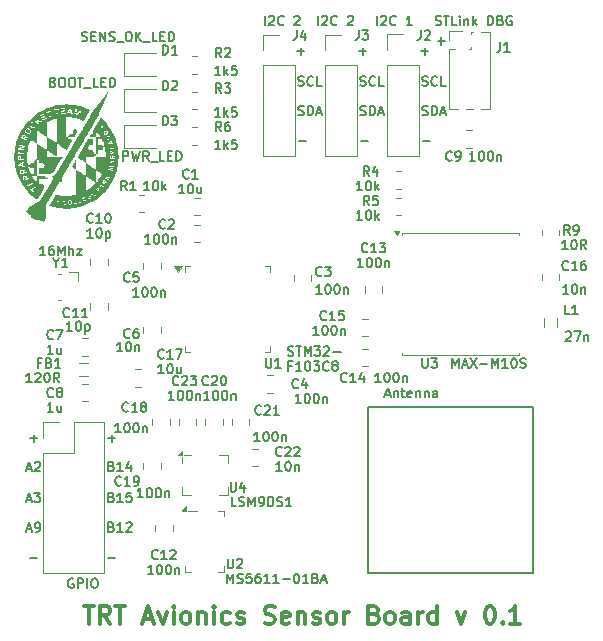
<source format=gbr>
%TF.GenerationSoftware,KiCad,Pcbnew,8.0.3*%
%TF.CreationDate,2024-07-11T15:18:24-04:00*%
%TF.ProjectId,SensorBoard,53656e73-6f72-4426-9f61-72642e6b6963,rev?*%
%TF.SameCoordinates,Original*%
%TF.FileFunction,Legend,Top*%
%TF.FilePolarity,Positive*%
%FSLAX46Y46*%
G04 Gerber Fmt 4.6, Leading zero omitted, Abs format (unit mm)*
G04 Created by KiCad (PCBNEW 8.0.3) date 2024-07-11 15:18:24*
%MOMM*%
%LPD*%
G01*
G04 APERTURE LIST*
%ADD10C,0.153000*%
%ADD11C,0.350000*%
%ADD12C,0.120000*%
%ADD13C,0.000000*%
%ADD14C,0.100000*%
%ADD15C,0.150000*%
G04 APERTURE END LIST*
D10*
X76835180Y-94507234D02*
X76758990Y-94469139D01*
X76758990Y-94469139D02*
X76644704Y-94469139D01*
X76644704Y-94469139D02*
X76530418Y-94507234D01*
X76530418Y-94507234D02*
X76454228Y-94583424D01*
X76454228Y-94583424D02*
X76416133Y-94659615D01*
X76416133Y-94659615D02*
X76378037Y-94811996D01*
X76378037Y-94811996D02*
X76378037Y-94926282D01*
X76378037Y-94926282D02*
X76416133Y-95078663D01*
X76416133Y-95078663D02*
X76454228Y-95154853D01*
X76454228Y-95154853D02*
X76530418Y-95231044D01*
X76530418Y-95231044D02*
X76644704Y-95269139D01*
X76644704Y-95269139D02*
X76720895Y-95269139D01*
X76720895Y-95269139D02*
X76835180Y-95231044D01*
X76835180Y-95231044D02*
X76873276Y-95192948D01*
X76873276Y-95192948D02*
X76873276Y-94926282D01*
X76873276Y-94926282D02*
X76720895Y-94926282D01*
X77216133Y-95269139D02*
X77216133Y-94469139D01*
X77216133Y-94469139D02*
X77520895Y-94469139D01*
X77520895Y-94469139D02*
X77597085Y-94507234D01*
X77597085Y-94507234D02*
X77635180Y-94545329D01*
X77635180Y-94545329D02*
X77673276Y-94621520D01*
X77673276Y-94621520D02*
X77673276Y-94735805D01*
X77673276Y-94735805D02*
X77635180Y-94811996D01*
X77635180Y-94811996D02*
X77597085Y-94850091D01*
X77597085Y-94850091D02*
X77520895Y-94888186D01*
X77520895Y-94888186D02*
X77216133Y-94888186D01*
X78016133Y-95269139D02*
X78016133Y-94469139D01*
X78549466Y-94469139D02*
X78701847Y-94469139D01*
X78701847Y-94469139D02*
X78778037Y-94507234D01*
X78778037Y-94507234D02*
X78854228Y-94583424D01*
X78854228Y-94583424D02*
X78892323Y-94735805D01*
X78892323Y-94735805D02*
X78892323Y-95002472D01*
X78892323Y-95002472D02*
X78854228Y-95154853D01*
X78854228Y-95154853D02*
X78778037Y-95231044D01*
X78778037Y-95231044D02*
X78701847Y-95269139D01*
X78701847Y-95269139D02*
X78549466Y-95269139D01*
X78549466Y-95269139D02*
X78473275Y-95231044D01*
X78473275Y-95231044D02*
X78397085Y-95154853D01*
X78397085Y-95154853D02*
X78358989Y-95002472D01*
X78358989Y-95002472D02*
X78358989Y-94735805D01*
X78358989Y-94735805D02*
X78397085Y-94583424D01*
X78397085Y-94583424D02*
X78473275Y-94507234D01*
X78473275Y-94507234D02*
X78549466Y-94469139D01*
D11*
X77748120Y-96798228D02*
X78605263Y-96798228D01*
X78176691Y-98298228D02*
X78176691Y-96798228D01*
X79962405Y-98298228D02*
X79462405Y-97583942D01*
X79105262Y-98298228D02*
X79105262Y-96798228D01*
X79105262Y-96798228D02*
X79676691Y-96798228D01*
X79676691Y-96798228D02*
X79819548Y-96869657D01*
X79819548Y-96869657D02*
X79890977Y-96941085D01*
X79890977Y-96941085D02*
X79962405Y-97083942D01*
X79962405Y-97083942D02*
X79962405Y-97298228D01*
X79962405Y-97298228D02*
X79890977Y-97441085D01*
X79890977Y-97441085D02*
X79819548Y-97512514D01*
X79819548Y-97512514D02*
X79676691Y-97583942D01*
X79676691Y-97583942D02*
X79105262Y-97583942D01*
X80390977Y-96798228D02*
X81248120Y-96798228D01*
X80819548Y-98298228D02*
X80819548Y-96798228D01*
X82819548Y-97869657D02*
X83533834Y-97869657D01*
X82676691Y-98298228D02*
X83176691Y-96798228D01*
X83176691Y-96798228D02*
X83676691Y-98298228D01*
X84033833Y-97298228D02*
X84390976Y-98298228D01*
X84390976Y-98298228D02*
X84748119Y-97298228D01*
X85319547Y-98298228D02*
X85319547Y-97298228D01*
X85319547Y-96798228D02*
X85248119Y-96869657D01*
X85248119Y-96869657D02*
X85319547Y-96941085D01*
X85319547Y-96941085D02*
X85390976Y-96869657D01*
X85390976Y-96869657D02*
X85319547Y-96798228D01*
X85319547Y-96798228D02*
X85319547Y-96941085D01*
X86248119Y-98298228D02*
X86105262Y-98226800D01*
X86105262Y-98226800D02*
X86033833Y-98155371D01*
X86033833Y-98155371D02*
X85962405Y-98012514D01*
X85962405Y-98012514D02*
X85962405Y-97583942D01*
X85962405Y-97583942D02*
X86033833Y-97441085D01*
X86033833Y-97441085D02*
X86105262Y-97369657D01*
X86105262Y-97369657D02*
X86248119Y-97298228D01*
X86248119Y-97298228D02*
X86462405Y-97298228D01*
X86462405Y-97298228D02*
X86605262Y-97369657D01*
X86605262Y-97369657D02*
X86676691Y-97441085D01*
X86676691Y-97441085D02*
X86748119Y-97583942D01*
X86748119Y-97583942D02*
X86748119Y-98012514D01*
X86748119Y-98012514D02*
X86676691Y-98155371D01*
X86676691Y-98155371D02*
X86605262Y-98226800D01*
X86605262Y-98226800D02*
X86462405Y-98298228D01*
X86462405Y-98298228D02*
X86248119Y-98298228D01*
X87390976Y-97298228D02*
X87390976Y-98298228D01*
X87390976Y-97441085D02*
X87462405Y-97369657D01*
X87462405Y-97369657D02*
X87605262Y-97298228D01*
X87605262Y-97298228D02*
X87819548Y-97298228D01*
X87819548Y-97298228D02*
X87962405Y-97369657D01*
X87962405Y-97369657D02*
X88033834Y-97512514D01*
X88033834Y-97512514D02*
X88033834Y-98298228D01*
X88748119Y-98298228D02*
X88748119Y-97298228D01*
X88748119Y-96798228D02*
X88676691Y-96869657D01*
X88676691Y-96869657D02*
X88748119Y-96941085D01*
X88748119Y-96941085D02*
X88819548Y-96869657D01*
X88819548Y-96869657D02*
X88748119Y-96798228D01*
X88748119Y-96798228D02*
X88748119Y-96941085D01*
X90105263Y-98226800D02*
X89962405Y-98298228D01*
X89962405Y-98298228D02*
X89676691Y-98298228D01*
X89676691Y-98298228D02*
X89533834Y-98226800D01*
X89533834Y-98226800D02*
X89462405Y-98155371D01*
X89462405Y-98155371D02*
X89390977Y-98012514D01*
X89390977Y-98012514D02*
X89390977Y-97583942D01*
X89390977Y-97583942D02*
X89462405Y-97441085D01*
X89462405Y-97441085D02*
X89533834Y-97369657D01*
X89533834Y-97369657D02*
X89676691Y-97298228D01*
X89676691Y-97298228D02*
X89962405Y-97298228D01*
X89962405Y-97298228D02*
X90105263Y-97369657D01*
X90676691Y-98226800D02*
X90819548Y-98298228D01*
X90819548Y-98298228D02*
X91105262Y-98298228D01*
X91105262Y-98298228D02*
X91248119Y-98226800D01*
X91248119Y-98226800D02*
X91319548Y-98083942D01*
X91319548Y-98083942D02*
X91319548Y-98012514D01*
X91319548Y-98012514D02*
X91248119Y-97869657D01*
X91248119Y-97869657D02*
X91105262Y-97798228D01*
X91105262Y-97798228D02*
X90890977Y-97798228D01*
X90890977Y-97798228D02*
X90748119Y-97726800D01*
X90748119Y-97726800D02*
X90676691Y-97583942D01*
X90676691Y-97583942D02*
X90676691Y-97512514D01*
X90676691Y-97512514D02*
X90748119Y-97369657D01*
X90748119Y-97369657D02*
X90890977Y-97298228D01*
X90890977Y-97298228D02*
X91105262Y-97298228D01*
X91105262Y-97298228D02*
X91248119Y-97369657D01*
X93033834Y-98226800D02*
X93248120Y-98298228D01*
X93248120Y-98298228D02*
X93605262Y-98298228D01*
X93605262Y-98298228D02*
X93748120Y-98226800D01*
X93748120Y-98226800D02*
X93819548Y-98155371D01*
X93819548Y-98155371D02*
X93890977Y-98012514D01*
X93890977Y-98012514D02*
X93890977Y-97869657D01*
X93890977Y-97869657D02*
X93819548Y-97726800D01*
X93819548Y-97726800D02*
X93748120Y-97655371D01*
X93748120Y-97655371D02*
X93605262Y-97583942D01*
X93605262Y-97583942D02*
X93319548Y-97512514D01*
X93319548Y-97512514D02*
X93176691Y-97441085D01*
X93176691Y-97441085D02*
X93105262Y-97369657D01*
X93105262Y-97369657D02*
X93033834Y-97226800D01*
X93033834Y-97226800D02*
X93033834Y-97083942D01*
X93033834Y-97083942D02*
X93105262Y-96941085D01*
X93105262Y-96941085D02*
X93176691Y-96869657D01*
X93176691Y-96869657D02*
X93319548Y-96798228D01*
X93319548Y-96798228D02*
X93676691Y-96798228D01*
X93676691Y-96798228D02*
X93890977Y-96869657D01*
X95105262Y-98226800D02*
X94962405Y-98298228D01*
X94962405Y-98298228D02*
X94676691Y-98298228D01*
X94676691Y-98298228D02*
X94533833Y-98226800D01*
X94533833Y-98226800D02*
X94462405Y-98083942D01*
X94462405Y-98083942D02*
X94462405Y-97512514D01*
X94462405Y-97512514D02*
X94533833Y-97369657D01*
X94533833Y-97369657D02*
X94676691Y-97298228D01*
X94676691Y-97298228D02*
X94962405Y-97298228D01*
X94962405Y-97298228D02*
X95105262Y-97369657D01*
X95105262Y-97369657D02*
X95176691Y-97512514D01*
X95176691Y-97512514D02*
X95176691Y-97655371D01*
X95176691Y-97655371D02*
X94462405Y-97798228D01*
X95819547Y-97298228D02*
X95819547Y-98298228D01*
X95819547Y-97441085D02*
X95890976Y-97369657D01*
X95890976Y-97369657D02*
X96033833Y-97298228D01*
X96033833Y-97298228D02*
X96248119Y-97298228D01*
X96248119Y-97298228D02*
X96390976Y-97369657D01*
X96390976Y-97369657D02*
X96462405Y-97512514D01*
X96462405Y-97512514D02*
X96462405Y-98298228D01*
X97105262Y-98226800D02*
X97248119Y-98298228D01*
X97248119Y-98298228D02*
X97533833Y-98298228D01*
X97533833Y-98298228D02*
X97676690Y-98226800D01*
X97676690Y-98226800D02*
X97748119Y-98083942D01*
X97748119Y-98083942D02*
X97748119Y-98012514D01*
X97748119Y-98012514D02*
X97676690Y-97869657D01*
X97676690Y-97869657D02*
X97533833Y-97798228D01*
X97533833Y-97798228D02*
X97319548Y-97798228D01*
X97319548Y-97798228D02*
X97176690Y-97726800D01*
X97176690Y-97726800D02*
X97105262Y-97583942D01*
X97105262Y-97583942D02*
X97105262Y-97512514D01*
X97105262Y-97512514D02*
X97176690Y-97369657D01*
X97176690Y-97369657D02*
X97319548Y-97298228D01*
X97319548Y-97298228D02*
X97533833Y-97298228D01*
X97533833Y-97298228D02*
X97676690Y-97369657D01*
X98605262Y-98298228D02*
X98462405Y-98226800D01*
X98462405Y-98226800D02*
X98390976Y-98155371D01*
X98390976Y-98155371D02*
X98319548Y-98012514D01*
X98319548Y-98012514D02*
X98319548Y-97583942D01*
X98319548Y-97583942D02*
X98390976Y-97441085D01*
X98390976Y-97441085D02*
X98462405Y-97369657D01*
X98462405Y-97369657D02*
X98605262Y-97298228D01*
X98605262Y-97298228D02*
X98819548Y-97298228D01*
X98819548Y-97298228D02*
X98962405Y-97369657D01*
X98962405Y-97369657D02*
X99033834Y-97441085D01*
X99033834Y-97441085D02*
X99105262Y-97583942D01*
X99105262Y-97583942D02*
X99105262Y-98012514D01*
X99105262Y-98012514D02*
X99033834Y-98155371D01*
X99033834Y-98155371D02*
X98962405Y-98226800D01*
X98962405Y-98226800D02*
X98819548Y-98298228D01*
X98819548Y-98298228D02*
X98605262Y-98298228D01*
X99748119Y-98298228D02*
X99748119Y-97298228D01*
X99748119Y-97583942D02*
X99819548Y-97441085D01*
X99819548Y-97441085D02*
X99890977Y-97369657D01*
X99890977Y-97369657D02*
X100033834Y-97298228D01*
X100033834Y-97298228D02*
X100176691Y-97298228D01*
X102319547Y-97512514D02*
X102533833Y-97583942D01*
X102533833Y-97583942D02*
X102605262Y-97655371D01*
X102605262Y-97655371D02*
X102676690Y-97798228D01*
X102676690Y-97798228D02*
X102676690Y-98012514D01*
X102676690Y-98012514D02*
X102605262Y-98155371D01*
X102605262Y-98155371D02*
X102533833Y-98226800D01*
X102533833Y-98226800D02*
X102390976Y-98298228D01*
X102390976Y-98298228D02*
X101819547Y-98298228D01*
X101819547Y-98298228D02*
X101819547Y-96798228D01*
X101819547Y-96798228D02*
X102319547Y-96798228D01*
X102319547Y-96798228D02*
X102462405Y-96869657D01*
X102462405Y-96869657D02*
X102533833Y-96941085D01*
X102533833Y-96941085D02*
X102605262Y-97083942D01*
X102605262Y-97083942D02*
X102605262Y-97226800D01*
X102605262Y-97226800D02*
X102533833Y-97369657D01*
X102533833Y-97369657D02*
X102462405Y-97441085D01*
X102462405Y-97441085D02*
X102319547Y-97512514D01*
X102319547Y-97512514D02*
X101819547Y-97512514D01*
X103533833Y-98298228D02*
X103390976Y-98226800D01*
X103390976Y-98226800D02*
X103319547Y-98155371D01*
X103319547Y-98155371D02*
X103248119Y-98012514D01*
X103248119Y-98012514D02*
X103248119Y-97583942D01*
X103248119Y-97583942D02*
X103319547Y-97441085D01*
X103319547Y-97441085D02*
X103390976Y-97369657D01*
X103390976Y-97369657D02*
X103533833Y-97298228D01*
X103533833Y-97298228D02*
X103748119Y-97298228D01*
X103748119Y-97298228D02*
X103890976Y-97369657D01*
X103890976Y-97369657D02*
X103962405Y-97441085D01*
X103962405Y-97441085D02*
X104033833Y-97583942D01*
X104033833Y-97583942D02*
X104033833Y-98012514D01*
X104033833Y-98012514D02*
X103962405Y-98155371D01*
X103962405Y-98155371D02*
X103890976Y-98226800D01*
X103890976Y-98226800D02*
X103748119Y-98298228D01*
X103748119Y-98298228D02*
X103533833Y-98298228D01*
X105319548Y-98298228D02*
X105319548Y-97512514D01*
X105319548Y-97512514D02*
X105248119Y-97369657D01*
X105248119Y-97369657D02*
X105105262Y-97298228D01*
X105105262Y-97298228D02*
X104819548Y-97298228D01*
X104819548Y-97298228D02*
X104676690Y-97369657D01*
X105319548Y-98226800D02*
X105176690Y-98298228D01*
X105176690Y-98298228D02*
X104819548Y-98298228D01*
X104819548Y-98298228D02*
X104676690Y-98226800D01*
X104676690Y-98226800D02*
X104605262Y-98083942D01*
X104605262Y-98083942D02*
X104605262Y-97941085D01*
X104605262Y-97941085D02*
X104676690Y-97798228D01*
X104676690Y-97798228D02*
X104819548Y-97726800D01*
X104819548Y-97726800D02*
X105176690Y-97726800D01*
X105176690Y-97726800D02*
X105319548Y-97655371D01*
X106033833Y-98298228D02*
X106033833Y-97298228D01*
X106033833Y-97583942D02*
X106105262Y-97441085D01*
X106105262Y-97441085D02*
X106176691Y-97369657D01*
X106176691Y-97369657D02*
X106319548Y-97298228D01*
X106319548Y-97298228D02*
X106462405Y-97298228D01*
X107605262Y-98298228D02*
X107605262Y-96798228D01*
X107605262Y-98226800D02*
X107462404Y-98298228D01*
X107462404Y-98298228D02*
X107176690Y-98298228D01*
X107176690Y-98298228D02*
X107033833Y-98226800D01*
X107033833Y-98226800D02*
X106962404Y-98155371D01*
X106962404Y-98155371D02*
X106890976Y-98012514D01*
X106890976Y-98012514D02*
X106890976Y-97583942D01*
X106890976Y-97583942D02*
X106962404Y-97441085D01*
X106962404Y-97441085D02*
X107033833Y-97369657D01*
X107033833Y-97369657D02*
X107176690Y-97298228D01*
X107176690Y-97298228D02*
X107462404Y-97298228D01*
X107462404Y-97298228D02*
X107605262Y-97369657D01*
X109319547Y-97298228D02*
X109676690Y-98298228D01*
X109676690Y-98298228D02*
X110033833Y-97298228D01*
X112033833Y-96798228D02*
X112176690Y-96798228D01*
X112176690Y-96798228D02*
X112319547Y-96869657D01*
X112319547Y-96869657D02*
X112390976Y-96941085D01*
X112390976Y-96941085D02*
X112462404Y-97083942D01*
X112462404Y-97083942D02*
X112533833Y-97369657D01*
X112533833Y-97369657D02*
X112533833Y-97726800D01*
X112533833Y-97726800D02*
X112462404Y-98012514D01*
X112462404Y-98012514D02*
X112390976Y-98155371D01*
X112390976Y-98155371D02*
X112319547Y-98226800D01*
X112319547Y-98226800D02*
X112176690Y-98298228D01*
X112176690Y-98298228D02*
X112033833Y-98298228D01*
X112033833Y-98298228D02*
X111890976Y-98226800D01*
X111890976Y-98226800D02*
X111819547Y-98155371D01*
X111819547Y-98155371D02*
X111748118Y-98012514D01*
X111748118Y-98012514D02*
X111676690Y-97726800D01*
X111676690Y-97726800D02*
X111676690Y-97369657D01*
X111676690Y-97369657D02*
X111748118Y-97083942D01*
X111748118Y-97083942D02*
X111819547Y-96941085D01*
X111819547Y-96941085D02*
X111890976Y-96869657D01*
X111890976Y-96869657D02*
X112033833Y-96798228D01*
X113176689Y-98155371D02*
X113248118Y-98226800D01*
X113248118Y-98226800D02*
X113176689Y-98298228D01*
X113176689Y-98298228D02*
X113105261Y-98226800D01*
X113105261Y-98226800D02*
X113176689Y-98155371D01*
X113176689Y-98155371D02*
X113176689Y-98298228D01*
X114676690Y-98298228D02*
X113819547Y-98298228D01*
X114248118Y-98298228D02*
X114248118Y-96798228D01*
X114248118Y-96798228D02*
X114105261Y-97012514D01*
X114105261Y-97012514D02*
X113962404Y-97155371D01*
X113962404Y-97155371D02*
X113819547Y-97226800D01*
D10*
X79791133Y-92714377D02*
X80400657Y-92714377D01*
X73166133Y-92714377D02*
X73775657Y-92714377D01*
X72878037Y-90290567D02*
X73258990Y-90290567D01*
X72801847Y-90519139D02*
X73068514Y-89719139D01*
X73068514Y-89719139D02*
X73335180Y-90519139D01*
X73639942Y-90519139D02*
X73792323Y-90519139D01*
X73792323Y-90519139D02*
X73868513Y-90481044D01*
X73868513Y-90481044D02*
X73906609Y-90442948D01*
X73906609Y-90442948D02*
X73982799Y-90328663D01*
X73982799Y-90328663D02*
X74020894Y-90176282D01*
X74020894Y-90176282D02*
X74020894Y-89871520D01*
X74020894Y-89871520D02*
X73982799Y-89795329D01*
X73982799Y-89795329D02*
X73944704Y-89757234D01*
X73944704Y-89757234D02*
X73868513Y-89719139D01*
X73868513Y-89719139D02*
X73716132Y-89719139D01*
X73716132Y-89719139D02*
X73639942Y-89757234D01*
X73639942Y-89757234D02*
X73601847Y-89795329D01*
X73601847Y-89795329D02*
X73563751Y-89871520D01*
X73563751Y-89871520D02*
X73563751Y-90061996D01*
X73563751Y-90061996D02*
X73601847Y-90138186D01*
X73601847Y-90138186D02*
X73639942Y-90176282D01*
X73639942Y-90176282D02*
X73716132Y-90214377D01*
X73716132Y-90214377D02*
X73868513Y-90214377D01*
X73868513Y-90214377D02*
X73944704Y-90176282D01*
X73944704Y-90176282D02*
X73982799Y-90138186D01*
X73982799Y-90138186D02*
X74020894Y-90061996D01*
X80057799Y-90100091D02*
X80172085Y-90138186D01*
X80172085Y-90138186D02*
X80210180Y-90176282D01*
X80210180Y-90176282D02*
X80248276Y-90252472D01*
X80248276Y-90252472D02*
X80248276Y-90366758D01*
X80248276Y-90366758D02*
X80210180Y-90442948D01*
X80210180Y-90442948D02*
X80172085Y-90481044D01*
X80172085Y-90481044D02*
X80095895Y-90519139D01*
X80095895Y-90519139D02*
X79791133Y-90519139D01*
X79791133Y-90519139D02*
X79791133Y-89719139D01*
X79791133Y-89719139D02*
X80057799Y-89719139D01*
X80057799Y-89719139D02*
X80133990Y-89757234D01*
X80133990Y-89757234D02*
X80172085Y-89795329D01*
X80172085Y-89795329D02*
X80210180Y-89871520D01*
X80210180Y-89871520D02*
X80210180Y-89947710D01*
X80210180Y-89947710D02*
X80172085Y-90023901D01*
X80172085Y-90023901D02*
X80133990Y-90061996D01*
X80133990Y-90061996D02*
X80057799Y-90100091D01*
X80057799Y-90100091D02*
X79791133Y-90100091D01*
X81010180Y-90519139D02*
X80553037Y-90519139D01*
X80781609Y-90519139D02*
X80781609Y-89719139D01*
X80781609Y-89719139D02*
X80705418Y-89833424D01*
X80705418Y-89833424D02*
X80629228Y-89909615D01*
X80629228Y-89909615D02*
X80553037Y-89947710D01*
X81314942Y-89795329D02*
X81353038Y-89757234D01*
X81353038Y-89757234D02*
X81429228Y-89719139D01*
X81429228Y-89719139D02*
X81619704Y-89719139D01*
X81619704Y-89719139D02*
X81695895Y-89757234D01*
X81695895Y-89757234D02*
X81733990Y-89795329D01*
X81733990Y-89795329D02*
X81772085Y-89871520D01*
X81772085Y-89871520D02*
X81772085Y-89947710D01*
X81772085Y-89947710D02*
X81733990Y-90061996D01*
X81733990Y-90061996D02*
X81276847Y-90519139D01*
X81276847Y-90519139D02*
X81772085Y-90519139D01*
X72878037Y-87790567D02*
X73258990Y-87790567D01*
X72801847Y-88019139D02*
X73068514Y-87219139D01*
X73068514Y-87219139D02*
X73335180Y-88019139D01*
X73525656Y-87219139D02*
X74020894Y-87219139D01*
X74020894Y-87219139D02*
X73754228Y-87523901D01*
X73754228Y-87523901D02*
X73868513Y-87523901D01*
X73868513Y-87523901D02*
X73944704Y-87561996D01*
X73944704Y-87561996D02*
X73982799Y-87600091D01*
X73982799Y-87600091D02*
X74020894Y-87676282D01*
X74020894Y-87676282D02*
X74020894Y-87866758D01*
X74020894Y-87866758D02*
X73982799Y-87942948D01*
X73982799Y-87942948D02*
X73944704Y-87981044D01*
X73944704Y-87981044D02*
X73868513Y-88019139D01*
X73868513Y-88019139D02*
X73639942Y-88019139D01*
X73639942Y-88019139D02*
X73563751Y-87981044D01*
X73563751Y-87981044D02*
X73525656Y-87942948D01*
X80057799Y-87600091D02*
X80172085Y-87638186D01*
X80172085Y-87638186D02*
X80210180Y-87676282D01*
X80210180Y-87676282D02*
X80248276Y-87752472D01*
X80248276Y-87752472D02*
X80248276Y-87866758D01*
X80248276Y-87866758D02*
X80210180Y-87942948D01*
X80210180Y-87942948D02*
X80172085Y-87981044D01*
X80172085Y-87981044D02*
X80095895Y-88019139D01*
X80095895Y-88019139D02*
X79791133Y-88019139D01*
X79791133Y-88019139D02*
X79791133Y-87219139D01*
X79791133Y-87219139D02*
X80057799Y-87219139D01*
X80057799Y-87219139D02*
X80133990Y-87257234D01*
X80133990Y-87257234D02*
X80172085Y-87295329D01*
X80172085Y-87295329D02*
X80210180Y-87371520D01*
X80210180Y-87371520D02*
X80210180Y-87447710D01*
X80210180Y-87447710D02*
X80172085Y-87523901D01*
X80172085Y-87523901D02*
X80133990Y-87561996D01*
X80133990Y-87561996D02*
X80057799Y-87600091D01*
X80057799Y-87600091D02*
X79791133Y-87600091D01*
X81010180Y-88019139D02*
X80553037Y-88019139D01*
X80781609Y-88019139D02*
X80781609Y-87219139D01*
X80781609Y-87219139D02*
X80705418Y-87333424D01*
X80705418Y-87333424D02*
X80629228Y-87409615D01*
X80629228Y-87409615D02*
X80553037Y-87447710D01*
X81733990Y-87219139D02*
X81353038Y-87219139D01*
X81353038Y-87219139D02*
X81314942Y-87600091D01*
X81314942Y-87600091D02*
X81353038Y-87561996D01*
X81353038Y-87561996D02*
X81429228Y-87523901D01*
X81429228Y-87523901D02*
X81619704Y-87523901D01*
X81619704Y-87523901D02*
X81695895Y-87561996D01*
X81695895Y-87561996D02*
X81733990Y-87600091D01*
X81733990Y-87600091D02*
X81772085Y-87676282D01*
X81772085Y-87676282D02*
X81772085Y-87866758D01*
X81772085Y-87866758D02*
X81733990Y-87942948D01*
X81733990Y-87942948D02*
X81695895Y-87981044D01*
X81695895Y-87981044D02*
X81619704Y-88019139D01*
X81619704Y-88019139D02*
X81429228Y-88019139D01*
X81429228Y-88019139D02*
X81353038Y-87981044D01*
X81353038Y-87981044D02*
X81314942Y-87942948D01*
X80057799Y-84975091D02*
X80172085Y-85013186D01*
X80172085Y-85013186D02*
X80210180Y-85051282D01*
X80210180Y-85051282D02*
X80248276Y-85127472D01*
X80248276Y-85127472D02*
X80248276Y-85241758D01*
X80248276Y-85241758D02*
X80210180Y-85317948D01*
X80210180Y-85317948D02*
X80172085Y-85356044D01*
X80172085Y-85356044D02*
X80095895Y-85394139D01*
X80095895Y-85394139D02*
X79791133Y-85394139D01*
X79791133Y-85394139D02*
X79791133Y-84594139D01*
X79791133Y-84594139D02*
X80057799Y-84594139D01*
X80057799Y-84594139D02*
X80133990Y-84632234D01*
X80133990Y-84632234D02*
X80172085Y-84670329D01*
X80172085Y-84670329D02*
X80210180Y-84746520D01*
X80210180Y-84746520D02*
X80210180Y-84822710D01*
X80210180Y-84822710D02*
X80172085Y-84898901D01*
X80172085Y-84898901D02*
X80133990Y-84936996D01*
X80133990Y-84936996D02*
X80057799Y-84975091D01*
X80057799Y-84975091D02*
X79791133Y-84975091D01*
X81010180Y-85394139D02*
X80553037Y-85394139D01*
X80781609Y-85394139D02*
X80781609Y-84594139D01*
X80781609Y-84594139D02*
X80705418Y-84708424D01*
X80705418Y-84708424D02*
X80629228Y-84784615D01*
X80629228Y-84784615D02*
X80553037Y-84822710D01*
X81695895Y-84860805D02*
X81695895Y-85394139D01*
X81505419Y-84556044D02*
X81314942Y-85127472D01*
X81314942Y-85127472D02*
X81810181Y-85127472D01*
X72878037Y-85165567D02*
X73258990Y-85165567D01*
X72801847Y-85394139D02*
X73068514Y-84594139D01*
X73068514Y-84594139D02*
X73335180Y-85394139D01*
X73563751Y-84670329D02*
X73601847Y-84632234D01*
X73601847Y-84632234D02*
X73678037Y-84594139D01*
X73678037Y-84594139D02*
X73868513Y-84594139D01*
X73868513Y-84594139D02*
X73944704Y-84632234D01*
X73944704Y-84632234D02*
X73982799Y-84670329D01*
X73982799Y-84670329D02*
X74020894Y-84746520D01*
X74020894Y-84746520D02*
X74020894Y-84822710D01*
X74020894Y-84822710D02*
X73982799Y-84936996D01*
X73982799Y-84936996D02*
X73525656Y-85394139D01*
X73525656Y-85394139D02*
X74020894Y-85394139D01*
X79791133Y-82589377D02*
X80400657Y-82589377D01*
X80095895Y-82894139D02*
X80095895Y-82284615D01*
X73166133Y-82589377D02*
X73775657Y-82589377D01*
X73470895Y-82894139D02*
X73470895Y-82284615D01*
X107666133Y-48964377D02*
X108275657Y-48964377D01*
X107970895Y-49269139D02*
X107970895Y-48659615D01*
X106416133Y-57464377D02*
X107025657Y-57464377D01*
X106378037Y-52731044D02*
X106492323Y-52769139D01*
X106492323Y-52769139D02*
X106682799Y-52769139D01*
X106682799Y-52769139D02*
X106758990Y-52731044D01*
X106758990Y-52731044D02*
X106797085Y-52692948D01*
X106797085Y-52692948D02*
X106835180Y-52616758D01*
X106835180Y-52616758D02*
X106835180Y-52540567D01*
X106835180Y-52540567D02*
X106797085Y-52464377D01*
X106797085Y-52464377D02*
X106758990Y-52426282D01*
X106758990Y-52426282D02*
X106682799Y-52388186D01*
X106682799Y-52388186D02*
X106530418Y-52350091D01*
X106530418Y-52350091D02*
X106454228Y-52311996D01*
X106454228Y-52311996D02*
X106416133Y-52273901D01*
X106416133Y-52273901D02*
X106378037Y-52197710D01*
X106378037Y-52197710D02*
X106378037Y-52121520D01*
X106378037Y-52121520D02*
X106416133Y-52045329D01*
X106416133Y-52045329D02*
X106454228Y-52007234D01*
X106454228Y-52007234D02*
X106530418Y-51969139D01*
X106530418Y-51969139D02*
X106720895Y-51969139D01*
X106720895Y-51969139D02*
X106835180Y-52007234D01*
X107635181Y-52692948D02*
X107597085Y-52731044D01*
X107597085Y-52731044D02*
X107482800Y-52769139D01*
X107482800Y-52769139D02*
X107406609Y-52769139D01*
X107406609Y-52769139D02*
X107292323Y-52731044D01*
X107292323Y-52731044D02*
X107216133Y-52654853D01*
X107216133Y-52654853D02*
X107178038Y-52578663D01*
X107178038Y-52578663D02*
X107139942Y-52426282D01*
X107139942Y-52426282D02*
X107139942Y-52311996D01*
X107139942Y-52311996D02*
X107178038Y-52159615D01*
X107178038Y-52159615D02*
X107216133Y-52083424D01*
X107216133Y-52083424D02*
X107292323Y-52007234D01*
X107292323Y-52007234D02*
X107406609Y-51969139D01*
X107406609Y-51969139D02*
X107482800Y-51969139D01*
X107482800Y-51969139D02*
X107597085Y-52007234D01*
X107597085Y-52007234D02*
X107635181Y-52045329D01*
X108358990Y-52769139D02*
X107978038Y-52769139D01*
X107978038Y-52769139D02*
X107978038Y-51969139D01*
X106378037Y-55231044D02*
X106492323Y-55269139D01*
X106492323Y-55269139D02*
X106682799Y-55269139D01*
X106682799Y-55269139D02*
X106758990Y-55231044D01*
X106758990Y-55231044D02*
X106797085Y-55192948D01*
X106797085Y-55192948D02*
X106835180Y-55116758D01*
X106835180Y-55116758D02*
X106835180Y-55040567D01*
X106835180Y-55040567D02*
X106797085Y-54964377D01*
X106797085Y-54964377D02*
X106758990Y-54926282D01*
X106758990Y-54926282D02*
X106682799Y-54888186D01*
X106682799Y-54888186D02*
X106530418Y-54850091D01*
X106530418Y-54850091D02*
X106454228Y-54811996D01*
X106454228Y-54811996D02*
X106416133Y-54773901D01*
X106416133Y-54773901D02*
X106378037Y-54697710D01*
X106378037Y-54697710D02*
X106378037Y-54621520D01*
X106378037Y-54621520D02*
X106416133Y-54545329D01*
X106416133Y-54545329D02*
X106454228Y-54507234D01*
X106454228Y-54507234D02*
X106530418Y-54469139D01*
X106530418Y-54469139D02*
X106720895Y-54469139D01*
X106720895Y-54469139D02*
X106835180Y-54507234D01*
X107178038Y-55269139D02*
X107178038Y-54469139D01*
X107178038Y-54469139D02*
X107368514Y-54469139D01*
X107368514Y-54469139D02*
X107482800Y-54507234D01*
X107482800Y-54507234D02*
X107558990Y-54583424D01*
X107558990Y-54583424D02*
X107597085Y-54659615D01*
X107597085Y-54659615D02*
X107635181Y-54811996D01*
X107635181Y-54811996D02*
X107635181Y-54926282D01*
X107635181Y-54926282D02*
X107597085Y-55078663D01*
X107597085Y-55078663D02*
X107558990Y-55154853D01*
X107558990Y-55154853D02*
X107482800Y-55231044D01*
X107482800Y-55231044D02*
X107368514Y-55269139D01*
X107368514Y-55269139D02*
X107178038Y-55269139D01*
X107939942Y-55040567D02*
X108320895Y-55040567D01*
X107863752Y-55269139D02*
X108130419Y-54469139D01*
X108130419Y-54469139D02*
X108397085Y-55269139D01*
X106291133Y-49839377D02*
X106900657Y-49839377D01*
X106595895Y-50144139D02*
X106595895Y-49534615D01*
X101166133Y-57464377D02*
X101775657Y-57464377D01*
X101128037Y-55231044D02*
X101242323Y-55269139D01*
X101242323Y-55269139D02*
X101432799Y-55269139D01*
X101432799Y-55269139D02*
X101508990Y-55231044D01*
X101508990Y-55231044D02*
X101547085Y-55192948D01*
X101547085Y-55192948D02*
X101585180Y-55116758D01*
X101585180Y-55116758D02*
X101585180Y-55040567D01*
X101585180Y-55040567D02*
X101547085Y-54964377D01*
X101547085Y-54964377D02*
X101508990Y-54926282D01*
X101508990Y-54926282D02*
X101432799Y-54888186D01*
X101432799Y-54888186D02*
X101280418Y-54850091D01*
X101280418Y-54850091D02*
X101204228Y-54811996D01*
X101204228Y-54811996D02*
X101166133Y-54773901D01*
X101166133Y-54773901D02*
X101128037Y-54697710D01*
X101128037Y-54697710D02*
X101128037Y-54621520D01*
X101128037Y-54621520D02*
X101166133Y-54545329D01*
X101166133Y-54545329D02*
X101204228Y-54507234D01*
X101204228Y-54507234D02*
X101280418Y-54469139D01*
X101280418Y-54469139D02*
X101470895Y-54469139D01*
X101470895Y-54469139D02*
X101585180Y-54507234D01*
X101928038Y-55269139D02*
X101928038Y-54469139D01*
X101928038Y-54469139D02*
X102118514Y-54469139D01*
X102118514Y-54469139D02*
X102232800Y-54507234D01*
X102232800Y-54507234D02*
X102308990Y-54583424D01*
X102308990Y-54583424D02*
X102347085Y-54659615D01*
X102347085Y-54659615D02*
X102385181Y-54811996D01*
X102385181Y-54811996D02*
X102385181Y-54926282D01*
X102385181Y-54926282D02*
X102347085Y-55078663D01*
X102347085Y-55078663D02*
X102308990Y-55154853D01*
X102308990Y-55154853D02*
X102232800Y-55231044D01*
X102232800Y-55231044D02*
X102118514Y-55269139D01*
X102118514Y-55269139D02*
X101928038Y-55269139D01*
X102689942Y-55040567D02*
X103070895Y-55040567D01*
X102613752Y-55269139D02*
X102880419Y-54469139D01*
X102880419Y-54469139D02*
X103147085Y-55269139D01*
X101128037Y-52731044D02*
X101242323Y-52769139D01*
X101242323Y-52769139D02*
X101432799Y-52769139D01*
X101432799Y-52769139D02*
X101508990Y-52731044D01*
X101508990Y-52731044D02*
X101547085Y-52692948D01*
X101547085Y-52692948D02*
X101585180Y-52616758D01*
X101585180Y-52616758D02*
X101585180Y-52540567D01*
X101585180Y-52540567D02*
X101547085Y-52464377D01*
X101547085Y-52464377D02*
X101508990Y-52426282D01*
X101508990Y-52426282D02*
X101432799Y-52388186D01*
X101432799Y-52388186D02*
X101280418Y-52350091D01*
X101280418Y-52350091D02*
X101204228Y-52311996D01*
X101204228Y-52311996D02*
X101166133Y-52273901D01*
X101166133Y-52273901D02*
X101128037Y-52197710D01*
X101128037Y-52197710D02*
X101128037Y-52121520D01*
X101128037Y-52121520D02*
X101166133Y-52045329D01*
X101166133Y-52045329D02*
X101204228Y-52007234D01*
X101204228Y-52007234D02*
X101280418Y-51969139D01*
X101280418Y-51969139D02*
X101470895Y-51969139D01*
X101470895Y-51969139D02*
X101585180Y-52007234D01*
X102385181Y-52692948D02*
X102347085Y-52731044D01*
X102347085Y-52731044D02*
X102232800Y-52769139D01*
X102232800Y-52769139D02*
X102156609Y-52769139D01*
X102156609Y-52769139D02*
X102042323Y-52731044D01*
X102042323Y-52731044D02*
X101966133Y-52654853D01*
X101966133Y-52654853D02*
X101928038Y-52578663D01*
X101928038Y-52578663D02*
X101889942Y-52426282D01*
X101889942Y-52426282D02*
X101889942Y-52311996D01*
X101889942Y-52311996D02*
X101928038Y-52159615D01*
X101928038Y-52159615D02*
X101966133Y-52083424D01*
X101966133Y-52083424D02*
X102042323Y-52007234D01*
X102042323Y-52007234D02*
X102156609Y-51969139D01*
X102156609Y-51969139D02*
X102232800Y-51969139D01*
X102232800Y-51969139D02*
X102347085Y-52007234D01*
X102347085Y-52007234D02*
X102385181Y-52045329D01*
X103108990Y-52769139D02*
X102728038Y-52769139D01*
X102728038Y-52769139D02*
X102728038Y-51969139D01*
X101041133Y-49839377D02*
X101650657Y-49839377D01*
X101345895Y-50144139D02*
X101345895Y-49534615D01*
X95916133Y-57464377D02*
X96525657Y-57464377D01*
X95878037Y-55231044D02*
X95992323Y-55269139D01*
X95992323Y-55269139D02*
X96182799Y-55269139D01*
X96182799Y-55269139D02*
X96258990Y-55231044D01*
X96258990Y-55231044D02*
X96297085Y-55192948D01*
X96297085Y-55192948D02*
X96335180Y-55116758D01*
X96335180Y-55116758D02*
X96335180Y-55040567D01*
X96335180Y-55040567D02*
X96297085Y-54964377D01*
X96297085Y-54964377D02*
X96258990Y-54926282D01*
X96258990Y-54926282D02*
X96182799Y-54888186D01*
X96182799Y-54888186D02*
X96030418Y-54850091D01*
X96030418Y-54850091D02*
X95954228Y-54811996D01*
X95954228Y-54811996D02*
X95916133Y-54773901D01*
X95916133Y-54773901D02*
X95878037Y-54697710D01*
X95878037Y-54697710D02*
X95878037Y-54621520D01*
X95878037Y-54621520D02*
X95916133Y-54545329D01*
X95916133Y-54545329D02*
X95954228Y-54507234D01*
X95954228Y-54507234D02*
X96030418Y-54469139D01*
X96030418Y-54469139D02*
X96220895Y-54469139D01*
X96220895Y-54469139D02*
X96335180Y-54507234D01*
X96678038Y-55269139D02*
X96678038Y-54469139D01*
X96678038Y-54469139D02*
X96868514Y-54469139D01*
X96868514Y-54469139D02*
X96982800Y-54507234D01*
X96982800Y-54507234D02*
X97058990Y-54583424D01*
X97058990Y-54583424D02*
X97097085Y-54659615D01*
X97097085Y-54659615D02*
X97135181Y-54811996D01*
X97135181Y-54811996D02*
X97135181Y-54926282D01*
X97135181Y-54926282D02*
X97097085Y-55078663D01*
X97097085Y-55078663D02*
X97058990Y-55154853D01*
X97058990Y-55154853D02*
X96982800Y-55231044D01*
X96982800Y-55231044D02*
X96868514Y-55269139D01*
X96868514Y-55269139D02*
X96678038Y-55269139D01*
X97439942Y-55040567D02*
X97820895Y-55040567D01*
X97363752Y-55269139D02*
X97630419Y-54469139D01*
X97630419Y-54469139D02*
X97897085Y-55269139D01*
X95878037Y-52731044D02*
X95992323Y-52769139D01*
X95992323Y-52769139D02*
X96182799Y-52769139D01*
X96182799Y-52769139D02*
X96258990Y-52731044D01*
X96258990Y-52731044D02*
X96297085Y-52692948D01*
X96297085Y-52692948D02*
X96335180Y-52616758D01*
X96335180Y-52616758D02*
X96335180Y-52540567D01*
X96335180Y-52540567D02*
X96297085Y-52464377D01*
X96297085Y-52464377D02*
X96258990Y-52426282D01*
X96258990Y-52426282D02*
X96182799Y-52388186D01*
X96182799Y-52388186D02*
X96030418Y-52350091D01*
X96030418Y-52350091D02*
X95954228Y-52311996D01*
X95954228Y-52311996D02*
X95916133Y-52273901D01*
X95916133Y-52273901D02*
X95878037Y-52197710D01*
X95878037Y-52197710D02*
X95878037Y-52121520D01*
X95878037Y-52121520D02*
X95916133Y-52045329D01*
X95916133Y-52045329D02*
X95954228Y-52007234D01*
X95954228Y-52007234D02*
X96030418Y-51969139D01*
X96030418Y-51969139D02*
X96220895Y-51969139D01*
X96220895Y-51969139D02*
X96335180Y-52007234D01*
X97135181Y-52692948D02*
X97097085Y-52731044D01*
X97097085Y-52731044D02*
X96982800Y-52769139D01*
X96982800Y-52769139D02*
X96906609Y-52769139D01*
X96906609Y-52769139D02*
X96792323Y-52731044D01*
X96792323Y-52731044D02*
X96716133Y-52654853D01*
X96716133Y-52654853D02*
X96678038Y-52578663D01*
X96678038Y-52578663D02*
X96639942Y-52426282D01*
X96639942Y-52426282D02*
X96639942Y-52311996D01*
X96639942Y-52311996D02*
X96678038Y-52159615D01*
X96678038Y-52159615D02*
X96716133Y-52083424D01*
X96716133Y-52083424D02*
X96792323Y-52007234D01*
X96792323Y-52007234D02*
X96906609Y-51969139D01*
X96906609Y-51969139D02*
X96982800Y-51969139D01*
X96982800Y-51969139D02*
X97097085Y-52007234D01*
X97097085Y-52007234D02*
X97135181Y-52045329D01*
X97858990Y-52769139D02*
X97478038Y-52769139D01*
X97478038Y-52769139D02*
X97478038Y-51969139D01*
X95791133Y-49839377D02*
X96400657Y-49839377D01*
X96095895Y-50144139D02*
X96095895Y-49534615D01*
X103253037Y-78915567D02*
X103633990Y-78915567D01*
X103176847Y-79144139D02*
X103443514Y-78344139D01*
X103443514Y-78344139D02*
X103710180Y-79144139D01*
X103976847Y-78610805D02*
X103976847Y-79144139D01*
X103976847Y-78686996D02*
X104014942Y-78648901D01*
X104014942Y-78648901D02*
X104091132Y-78610805D01*
X104091132Y-78610805D02*
X104205418Y-78610805D01*
X104205418Y-78610805D02*
X104281609Y-78648901D01*
X104281609Y-78648901D02*
X104319704Y-78725091D01*
X104319704Y-78725091D02*
X104319704Y-79144139D01*
X104586371Y-78610805D02*
X104891133Y-78610805D01*
X104700657Y-78344139D02*
X104700657Y-79029853D01*
X104700657Y-79029853D02*
X104738752Y-79106044D01*
X104738752Y-79106044D02*
X104814942Y-79144139D01*
X104814942Y-79144139D02*
X104891133Y-79144139D01*
X105462562Y-79106044D02*
X105386371Y-79144139D01*
X105386371Y-79144139D02*
X105233990Y-79144139D01*
X105233990Y-79144139D02*
X105157800Y-79106044D01*
X105157800Y-79106044D02*
X105119704Y-79029853D01*
X105119704Y-79029853D02*
X105119704Y-78725091D01*
X105119704Y-78725091D02*
X105157800Y-78648901D01*
X105157800Y-78648901D02*
X105233990Y-78610805D01*
X105233990Y-78610805D02*
X105386371Y-78610805D01*
X105386371Y-78610805D02*
X105462562Y-78648901D01*
X105462562Y-78648901D02*
X105500657Y-78725091D01*
X105500657Y-78725091D02*
X105500657Y-78801282D01*
X105500657Y-78801282D02*
X105119704Y-78877472D01*
X105843514Y-78610805D02*
X105843514Y-79144139D01*
X105843514Y-78686996D02*
X105881609Y-78648901D01*
X105881609Y-78648901D02*
X105957799Y-78610805D01*
X105957799Y-78610805D02*
X106072085Y-78610805D01*
X106072085Y-78610805D02*
X106148276Y-78648901D01*
X106148276Y-78648901D02*
X106186371Y-78725091D01*
X106186371Y-78725091D02*
X106186371Y-79144139D01*
X106567324Y-78610805D02*
X106567324Y-79144139D01*
X106567324Y-78686996D02*
X106605419Y-78648901D01*
X106605419Y-78648901D02*
X106681609Y-78610805D01*
X106681609Y-78610805D02*
X106795895Y-78610805D01*
X106795895Y-78610805D02*
X106872086Y-78648901D01*
X106872086Y-78648901D02*
X106910181Y-78725091D01*
X106910181Y-78725091D02*
X106910181Y-79144139D01*
X107633991Y-79144139D02*
X107633991Y-78725091D01*
X107633991Y-78725091D02*
X107595896Y-78648901D01*
X107595896Y-78648901D02*
X107519705Y-78610805D01*
X107519705Y-78610805D02*
X107367324Y-78610805D01*
X107367324Y-78610805D02*
X107291134Y-78648901D01*
X107633991Y-79106044D02*
X107557800Y-79144139D01*
X107557800Y-79144139D02*
X107367324Y-79144139D01*
X107367324Y-79144139D02*
X107291134Y-79106044D01*
X107291134Y-79106044D02*
X107253038Y-79029853D01*
X107253038Y-79029853D02*
X107253038Y-78953663D01*
X107253038Y-78953663D02*
X107291134Y-78877472D01*
X107291134Y-78877472D02*
X107367324Y-78839377D01*
X107367324Y-78839377D02*
X107557800Y-78839377D01*
X107557800Y-78839377D02*
X107633991Y-78801282D01*
X102541133Y-47644139D02*
X102541133Y-46844139D01*
X102883989Y-46920329D02*
X102922085Y-46882234D01*
X102922085Y-46882234D02*
X102998275Y-46844139D01*
X102998275Y-46844139D02*
X103188751Y-46844139D01*
X103188751Y-46844139D02*
X103264942Y-46882234D01*
X103264942Y-46882234D02*
X103303037Y-46920329D01*
X103303037Y-46920329D02*
X103341132Y-46996520D01*
X103341132Y-46996520D02*
X103341132Y-47072710D01*
X103341132Y-47072710D02*
X103303037Y-47186996D01*
X103303037Y-47186996D02*
X102845894Y-47644139D01*
X102845894Y-47644139D02*
X103341132Y-47644139D01*
X104141133Y-47567948D02*
X104103037Y-47606044D01*
X104103037Y-47606044D02*
X103988752Y-47644139D01*
X103988752Y-47644139D02*
X103912561Y-47644139D01*
X103912561Y-47644139D02*
X103798275Y-47606044D01*
X103798275Y-47606044D02*
X103722085Y-47529853D01*
X103722085Y-47529853D02*
X103683990Y-47453663D01*
X103683990Y-47453663D02*
X103645894Y-47301282D01*
X103645894Y-47301282D02*
X103645894Y-47186996D01*
X103645894Y-47186996D02*
X103683990Y-47034615D01*
X103683990Y-47034615D02*
X103722085Y-46958424D01*
X103722085Y-46958424D02*
X103798275Y-46882234D01*
X103798275Y-46882234D02*
X103912561Y-46844139D01*
X103912561Y-46844139D02*
X103988752Y-46844139D01*
X103988752Y-46844139D02*
X104103037Y-46882234D01*
X104103037Y-46882234D02*
X104141133Y-46920329D01*
X105512561Y-47644139D02*
X105055418Y-47644139D01*
X105283990Y-47644139D02*
X105283990Y-46844139D01*
X105283990Y-46844139D02*
X105207799Y-46958424D01*
X105207799Y-46958424D02*
X105131609Y-47034615D01*
X105131609Y-47034615D02*
X105055418Y-47072710D01*
X107503037Y-47606044D02*
X107617323Y-47644139D01*
X107617323Y-47644139D02*
X107807799Y-47644139D01*
X107807799Y-47644139D02*
X107883990Y-47606044D01*
X107883990Y-47606044D02*
X107922085Y-47567948D01*
X107922085Y-47567948D02*
X107960180Y-47491758D01*
X107960180Y-47491758D02*
X107960180Y-47415567D01*
X107960180Y-47415567D02*
X107922085Y-47339377D01*
X107922085Y-47339377D02*
X107883990Y-47301282D01*
X107883990Y-47301282D02*
X107807799Y-47263186D01*
X107807799Y-47263186D02*
X107655418Y-47225091D01*
X107655418Y-47225091D02*
X107579228Y-47186996D01*
X107579228Y-47186996D02*
X107541133Y-47148901D01*
X107541133Y-47148901D02*
X107503037Y-47072710D01*
X107503037Y-47072710D02*
X107503037Y-46996520D01*
X107503037Y-46996520D02*
X107541133Y-46920329D01*
X107541133Y-46920329D02*
X107579228Y-46882234D01*
X107579228Y-46882234D02*
X107655418Y-46844139D01*
X107655418Y-46844139D02*
X107845895Y-46844139D01*
X107845895Y-46844139D02*
X107960180Y-46882234D01*
X108188752Y-46844139D02*
X108645895Y-46844139D01*
X108417323Y-47644139D02*
X108417323Y-46844139D01*
X109293514Y-47644139D02*
X108912562Y-47644139D01*
X108912562Y-47644139D02*
X108912562Y-46844139D01*
X109560181Y-47644139D02*
X109560181Y-47110805D01*
X109560181Y-46844139D02*
X109522085Y-46882234D01*
X109522085Y-46882234D02*
X109560181Y-46920329D01*
X109560181Y-46920329D02*
X109598276Y-46882234D01*
X109598276Y-46882234D02*
X109560181Y-46844139D01*
X109560181Y-46844139D02*
X109560181Y-46920329D01*
X109941133Y-47110805D02*
X109941133Y-47644139D01*
X109941133Y-47186996D02*
X109979228Y-47148901D01*
X109979228Y-47148901D02*
X110055418Y-47110805D01*
X110055418Y-47110805D02*
X110169704Y-47110805D01*
X110169704Y-47110805D02*
X110245895Y-47148901D01*
X110245895Y-47148901D02*
X110283990Y-47225091D01*
X110283990Y-47225091D02*
X110283990Y-47644139D01*
X110664943Y-47644139D02*
X110664943Y-46844139D01*
X110741133Y-47339377D02*
X110969705Y-47644139D01*
X110969705Y-47110805D02*
X110664943Y-47415567D01*
X111922086Y-47644139D02*
X111922086Y-46844139D01*
X111922086Y-46844139D02*
X112112562Y-46844139D01*
X112112562Y-46844139D02*
X112226848Y-46882234D01*
X112226848Y-46882234D02*
X112303038Y-46958424D01*
X112303038Y-46958424D02*
X112341133Y-47034615D01*
X112341133Y-47034615D02*
X112379229Y-47186996D01*
X112379229Y-47186996D02*
X112379229Y-47301282D01*
X112379229Y-47301282D02*
X112341133Y-47453663D01*
X112341133Y-47453663D02*
X112303038Y-47529853D01*
X112303038Y-47529853D02*
X112226848Y-47606044D01*
X112226848Y-47606044D02*
X112112562Y-47644139D01*
X112112562Y-47644139D02*
X111922086Y-47644139D01*
X112988752Y-47225091D02*
X113103038Y-47263186D01*
X113103038Y-47263186D02*
X113141133Y-47301282D01*
X113141133Y-47301282D02*
X113179229Y-47377472D01*
X113179229Y-47377472D02*
X113179229Y-47491758D01*
X113179229Y-47491758D02*
X113141133Y-47567948D01*
X113141133Y-47567948D02*
X113103038Y-47606044D01*
X113103038Y-47606044D02*
X113026848Y-47644139D01*
X113026848Y-47644139D02*
X112722086Y-47644139D01*
X112722086Y-47644139D02*
X112722086Y-46844139D01*
X112722086Y-46844139D02*
X112988752Y-46844139D01*
X112988752Y-46844139D02*
X113064943Y-46882234D01*
X113064943Y-46882234D02*
X113103038Y-46920329D01*
X113103038Y-46920329D02*
X113141133Y-46996520D01*
X113141133Y-46996520D02*
X113141133Y-47072710D01*
X113141133Y-47072710D02*
X113103038Y-47148901D01*
X113103038Y-47148901D02*
X113064943Y-47186996D01*
X113064943Y-47186996D02*
X112988752Y-47225091D01*
X112988752Y-47225091D02*
X112722086Y-47225091D01*
X113941133Y-46882234D02*
X113864943Y-46844139D01*
X113864943Y-46844139D02*
X113750657Y-46844139D01*
X113750657Y-46844139D02*
X113636371Y-46882234D01*
X113636371Y-46882234D02*
X113560181Y-46958424D01*
X113560181Y-46958424D02*
X113522086Y-47034615D01*
X113522086Y-47034615D02*
X113483990Y-47186996D01*
X113483990Y-47186996D02*
X113483990Y-47301282D01*
X113483990Y-47301282D02*
X113522086Y-47453663D01*
X113522086Y-47453663D02*
X113560181Y-47529853D01*
X113560181Y-47529853D02*
X113636371Y-47606044D01*
X113636371Y-47606044D02*
X113750657Y-47644139D01*
X113750657Y-47644139D02*
X113826848Y-47644139D01*
X113826848Y-47644139D02*
X113941133Y-47606044D01*
X113941133Y-47606044D02*
X113979229Y-47567948D01*
X113979229Y-47567948D02*
X113979229Y-47301282D01*
X113979229Y-47301282D02*
X113826848Y-47301282D01*
X95003037Y-75568089D02*
X95117323Y-75606184D01*
X95117323Y-75606184D02*
X95307799Y-75606184D01*
X95307799Y-75606184D02*
X95383990Y-75568089D01*
X95383990Y-75568089D02*
X95422085Y-75529993D01*
X95422085Y-75529993D02*
X95460180Y-75453803D01*
X95460180Y-75453803D02*
X95460180Y-75377612D01*
X95460180Y-75377612D02*
X95422085Y-75301422D01*
X95422085Y-75301422D02*
X95383990Y-75263327D01*
X95383990Y-75263327D02*
X95307799Y-75225231D01*
X95307799Y-75225231D02*
X95155418Y-75187136D01*
X95155418Y-75187136D02*
X95079228Y-75149041D01*
X95079228Y-75149041D02*
X95041133Y-75110946D01*
X95041133Y-75110946D02*
X95003037Y-75034755D01*
X95003037Y-75034755D02*
X95003037Y-74958565D01*
X95003037Y-74958565D02*
X95041133Y-74882374D01*
X95041133Y-74882374D02*
X95079228Y-74844279D01*
X95079228Y-74844279D02*
X95155418Y-74806184D01*
X95155418Y-74806184D02*
X95345895Y-74806184D01*
X95345895Y-74806184D02*
X95460180Y-74844279D01*
X95688752Y-74806184D02*
X96145895Y-74806184D01*
X95917323Y-75606184D02*
X95917323Y-74806184D01*
X96412562Y-75606184D02*
X96412562Y-74806184D01*
X96412562Y-74806184D02*
X96679228Y-75377612D01*
X96679228Y-75377612D02*
X96945895Y-74806184D01*
X96945895Y-74806184D02*
X96945895Y-75606184D01*
X97250657Y-74806184D02*
X97745895Y-74806184D01*
X97745895Y-74806184D02*
X97479229Y-75110946D01*
X97479229Y-75110946D02*
X97593514Y-75110946D01*
X97593514Y-75110946D02*
X97669705Y-75149041D01*
X97669705Y-75149041D02*
X97707800Y-75187136D01*
X97707800Y-75187136D02*
X97745895Y-75263327D01*
X97745895Y-75263327D02*
X97745895Y-75453803D01*
X97745895Y-75453803D02*
X97707800Y-75529993D01*
X97707800Y-75529993D02*
X97669705Y-75568089D01*
X97669705Y-75568089D02*
X97593514Y-75606184D01*
X97593514Y-75606184D02*
X97364943Y-75606184D01*
X97364943Y-75606184D02*
X97288752Y-75568089D01*
X97288752Y-75568089D02*
X97250657Y-75529993D01*
X98050657Y-74882374D02*
X98088753Y-74844279D01*
X98088753Y-74844279D02*
X98164943Y-74806184D01*
X98164943Y-74806184D02*
X98355419Y-74806184D01*
X98355419Y-74806184D02*
X98431610Y-74844279D01*
X98431610Y-74844279D02*
X98469705Y-74882374D01*
X98469705Y-74882374D02*
X98507800Y-74958565D01*
X98507800Y-74958565D02*
X98507800Y-75034755D01*
X98507800Y-75034755D02*
X98469705Y-75149041D01*
X98469705Y-75149041D02*
X98012562Y-75606184D01*
X98012562Y-75606184D02*
X98507800Y-75606184D01*
X98850658Y-75301422D02*
X99460182Y-75301422D01*
X95307799Y-76475091D02*
X95041133Y-76475091D01*
X95041133Y-76894139D02*
X95041133Y-76094139D01*
X95041133Y-76094139D02*
X95422085Y-76094139D01*
X96145894Y-76894139D02*
X95688751Y-76894139D01*
X95917323Y-76894139D02*
X95917323Y-76094139D01*
X95917323Y-76094139D02*
X95841132Y-76208424D01*
X95841132Y-76208424D02*
X95764942Y-76284615D01*
X95764942Y-76284615D02*
X95688751Y-76322710D01*
X96641133Y-76094139D02*
X96717323Y-76094139D01*
X96717323Y-76094139D02*
X96793514Y-76132234D01*
X96793514Y-76132234D02*
X96831609Y-76170329D01*
X96831609Y-76170329D02*
X96869704Y-76246520D01*
X96869704Y-76246520D02*
X96907799Y-76398901D01*
X96907799Y-76398901D02*
X96907799Y-76589377D01*
X96907799Y-76589377D02*
X96869704Y-76741758D01*
X96869704Y-76741758D02*
X96831609Y-76817948D01*
X96831609Y-76817948D02*
X96793514Y-76856044D01*
X96793514Y-76856044D02*
X96717323Y-76894139D01*
X96717323Y-76894139D02*
X96641133Y-76894139D01*
X96641133Y-76894139D02*
X96564942Y-76856044D01*
X96564942Y-76856044D02*
X96526847Y-76817948D01*
X96526847Y-76817948D02*
X96488752Y-76741758D01*
X96488752Y-76741758D02*
X96450656Y-76589377D01*
X96450656Y-76589377D02*
X96450656Y-76398901D01*
X96450656Y-76398901D02*
X96488752Y-76246520D01*
X96488752Y-76246520D02*
X96526847Y-76170329D01*
X96526847Y-76170329D02*
X96564942Y-76132234D01*
X96564942Y-76132234D02*
X96641133Y-76094139D01*
X97174466Y-76094139D02*
X97669704Y-76094139D01*
X97669704Y-76094139D02*
X97403038Y-76398901D01*
X97403038Y-76398901D02*
X97517323Y-76398901D01*
X97517323Y-76398901D02*
X97593514Y-76436996D01*
X97593514Y-76436996D02*
X97631609Y-76475091D01*
X97631609Y-76475091D02*
X97669704Y-76551282D01*
X97669704Y-76551282D02*
X97669704Y-76741758D01*
X97669704Y-76741758D02*
X97631609Y-76817948D01*
X97631609Y-76817948D02*
X97593514Y-76856044D01*
X97593514Y-76856044D02*
X97517323Y-76894139D01*
X97517323Y-76894139D02*
X97288752Y-76894139D01*
X97288752Y-76894139D02*
X97212561Y-76856044D01*
X97212561Y-76856044D02*
X97174466Y-76817948D01*
X98469705Y-76817948D02*
X98431609Y-76856044D01*
X98431609Y-76856044D02*
X98317324Y-76894139D01*
X98317324Y-76894139D02*
X98241133Y-76894139D01*
X98241133Y-76894139D02*
X98126847Y-76856044D01*
X98126847Y-76856044D02*
X98050657Y-76779853D01*
X98050657Y-76779853D02*
X98012562Y-76703663D01*
X98012562Y-76703663D02*
X97974466Y-76551282D01*
X97974466Y-76551282D02*
X97974466Y-76436996D01*
X97974466Y-76436996D02*
X98012562Y-76284615D01*
X98012562Y-76284615D02*
X98050657Y-76208424D01*
X98050657Y-76208424D02*
X98126847Y-76132234D01*
X98126847Y-76132234D02*
X98241133Y-76094139D01*
X98241133Y-76094139D02*
X98317324Y-76094139D01*
X98317324Y-76094139D02*
X98431609Y-76132234D01*
X98431609Y-76132234D02*
X98469705Y-76170329D01*
X98926847Y-76436996D02*
X98850657Y-76398901D01*
X98850657Y-76398901D02*
X98812562Y-76360805D01*
X98812562Y-76360805D02*
X98774466Y-76284615D01*
X98774466Y-76284615D02*
X98774466Y-76246520D01*
X98774466Y-76246520D02*
X98812562Y-76170329D01*
X98812562Y-76170329D02*
X98850657Y-76132234D01*
X98850657Y-76132234D02*
X98926847Y-76094139D01*
X98926847Y-76094139D02*
X99079228Y-76094139D01*
X99079228Y-76094139D02*
X99155419Y-76132234D01*
X99155419Y-76132234D02*
X99193514Y-76170329D01*
X99193514Y-76170329D02*
X99231609Y-76246520D01*
X99231609Y-76246520D02*
X99231609Y-76284615D01*
X99231609Y-76284615D02*
X99193514Y-76360805D01*
X99193514Y-76360805D02*
X99155419Y-76398901D01*
X99155419Y-76398901D02*
X99079228Y-76436996D01*
X99079228Y-76436996D02*
X98926847Y-76436996D01*
X98926847Y-76436996D02*
X98850657Y-76475091D01*
X98850657Y-76475091D02*
X98812562Y-76513186D01*
X98812562Y-76513186D02*
X98774466Y-76589377D01*
X98774466Y-76589377D02*
X98774466Y-76741758D01*
X98774466Y-76741758D02*
X98812562Y-76817948D01*
X98812562Y-76817948D02*
X98850657Y-76856044D01*
X98850657Y-76856044D02*
X98926847Y-76894139D01*
X98926847Y-76894139D02*
X99079228Y-76894139D01*
X99079228Y-76894139D02*
X99155419Y-76856044D01*
X99155419Y-76856044D02*
X99193514Y-76817948D01*
X99193514Y-76817948D02*
X99231609Y-76741758D01*
X99231609Y-76741758D02*
X99231609Y-76589377D01*
X99231609Y-76589377D02*
X99193514Y-76513186D01*
X99193514Y-76513186D02*
X99155419Y-76475091D01*
X99155419Y-76475091D02*
X99079228Y-76436996D01*
X93041133Y-47644139D02*
X93041133Y-46844139D01*
X93383989Y-46920329D02*
X93422085Y-46882234D01*
X93422085Y-46882234D02*
X93498275Y-46844139D01*
X93498275Y-46844139D02*
X93688751Y-46844139D01*
X93688751Y-46844139D02*
X93764942Y-46882234D01*
X93764942Y-46882234D02*
X93803037Y-46920329D01*
X93803037Y-46920329D02*
X93841132Y-46996520D01*
X93841132Y-46996520D02*
X93841132Y-47072710D01*
X93841132Y-47072710D02*
X93803037Y-47186996D01*
X93803037Y-47186996D02*
X93345894Y-47644139D01*
X93345894Y-47644139D02*
X93841132Y-47644139D01*
X94641133Y-47567948D02*
X94603037Y-47606044D01*
X94603037Y-47606044D02*
X94488752Y-47644139D01*
X94488752Y-47644139D02*
X94412561Y-47644139D01*
X94412561Y-47644139D02*
X94298275Y-47606044D01*
X94298275Y-47606044D02*
X94222085Y-47529853D01*
X94222085Y-47529853D02*
X94183990Y-47453663D01*
X94183990Y-47453663D02*
X94145894Y-47301282D01*
X94145894Y-47301282D02*
X94145894Y-47186996D01*
X94145894Y-47186996D02*
X94183990Y-47034615D01*
X94183990Y-47034615D02*
X94222085Y-46958424D01*
X94222085Y-46958424D02*
X94298275Y-46882234D01*
X94298275Y-46882234D02*
X94412561Y-46844139D01*
X94412561Y-46844139D02*
X94488752Y-46844139D01*
X94488752Y-46844139D02*
X94603037Y-46882234D01*
X94603037Y-46882234D02*
X94641133Y-46920329D01*
X95555418Y-46920329D02*
X95593514Y-46882234D01*
X95593514Y-46882234D02*
X95669704Y-46844139D01*
X95669704Y-46844139D02*
X95860180Y-46844139D01*
X95860180Y-46844139D02*
X95936371Y-46882234D01*
X95936371Y-46882234D02*
X95974466Y-46920329D01*
X95974466Y-46920329D02*
X96012561Y-46996520D01*
X96012561Y-46996520D02*
X96012561Y-47072710D01*
X96012561Y-47072710D02*
X95974466Y-47186996D01*
X95974466Y-47186996D02*
X95517323Y-47644139D01*
X95517323Y-47644139D02*
X96012561Y-47644139D01*
X97541133Y-47644139D02*
X97541133Y-46844139D01*
X97883989Y-46920329D02*
X97922085Y-46882234D01*
X97922085Y-46882234D02*
X97998275Y-46844139D01*
X97998275Y-46844139D02*
X98188751Y-46844139D01*
X98188751Y-46844139D02*
X98264942Y-46882234D01*
X98264942Y-46882234D02*
X98303037Y-46920329D01*
X98303037Y-46920329D02*
X98341132Y-46996520D01*
X98341132Y-46996520D02*
X98341132Y-47072710D01*
X98341132Y-47072710D02*
X98303037Y-47186996D01*
X98303037Y-47186996D02*
X97845894Y-47644139D01*
X97845894Y-47644139D02*
X98341132Y-47644139D01*
X99141133Y-47567948D02*
X99103037Y-47606044D01*
X99103037Y-47606044D02*
X98988752Y-47644139D01*
X98988752Y-47644139D02*
X98912561Y-47644139D01*
X98912561Y-47644139D02*
X98798275Y-47606044D01*
X98798275Y-47606044D02*
X98722085Y-47529853D01*
X98722085Y-47529853D02*
X98683990Y-47453663D01*
X98683990Y-47453663D02*
X98645894Y-47301282D01*
X98645894Y-47301282D02*
X98645894Y-47186996D01*
X98645894Y-47186996D02*
X98683990Y-47034615D01*
X98683990Y-47034615D02*
X98722085Y-46958424D01*
X98722085Y-46958424D02*
X98798275Y-46882234D01*
X98798275Y-46882234D02*
X98912561Y-46844139D01*
X98912561Y-46844139D02*
X98988752Y-46844139D01*
X98988752Y-46844139D02*
X99103037Y-46882234D01*
X99103037Y-46882234D02*
X99141133Y-46920329D01*
X100055418Y-46920329D02*
X100093514Y-46882234D01*
X100093514Y-46882234D02*
X100169704Y-46844139D01*
X100169704Y-46844139D02*
X100360180Y-46844139D01*
X100360180Y-46844139D02*
X100436371Y-46882234D01*
X100436371Y-46882234D02*
X100474466Y-46920329D01*
X100474466Y-46920329D02*
X100512561Y-46996520D01*
X100512561Y-46996520D02*
X100512561Y-47072710D01*
X100512561Y-47072710D02*
X100474466Y-47186996D01*
X100474466Y-47186996D02*
X100017323Y-47644139D01*
X100017323Y-47644139D02*
X100512561Y-47644139D01*
X94485714Y-84035948D02*
X94447618Y-84074044D01*
X94447618Y-84074044D02*
X94333333Y-84112139D01*
X94333333Y-84112139D02*
X94257142Y-84112139D01*
X94257142Y-84112139D02*
X94142856Y-84074044D01*
X94142856Y-84074044D02*
X94066666Y-83997853D01*
X94066666Y-83997853D02*
X94028571Y-83921663D01*
X94028571Y-83921663D02*
X93990475Y-83769282D01*
X93990475Y-83769282D02*
X93990475Y-83654996D01*
X93990475Y-83654996D02*
X94028571Y-83502615D01*
X94028571Y-83502615D02*
X94066666Y-83426424D01*
X94066666Y-83426424D02*
X94142856Y-83350234D01*
X94142856Y-83350234D02*
X94257142Y-83312139D01*
X94257142Y-83312139D02*
X94333333Y-83312139D01*
X94333333Y-83312139D02*
X94447618Y-83350234D01*
X94447618Y-83350234D02*
X94485714Y-83388329D01*
X94790475Y-83388329D02*
X94828571Y-83350234D01*
X94828571Y-83350234D02*
X94904761Y-83312139D01*
X94904761Y-83312139D02*
X95095237Y-83312139D01*
X95095237Y-83312139D02*
X95171428Y-83350234D01*
X95171428Y-83350234D02*
X95209523Y-83388329D01*
X95209523Y-83388329D02*
X95247618Y-83464520D01*
X95247618Y-83464520D02*
X95247618Y-83540710D01*
X95247618Y-83540710D02*
X95209523Y-83654996D01*
X95209523Y-83654996D02*
X94752380Y-84112139D01*
X94752380Y-84112139D02*
X95247618Y-84112139D01*
X95552380Y-83388329D02*
X95590476Y-83350234D01*
X95590476Y-83350234D02*
X95666666Y-83312139D01*
X95666666Y-83312139D02*
X95857142Y-83312139D01*
X95857142Y-83312139D02*
X95933333Y-83350234D01*
X95933333Y-83350234D02*
X95971428Y-83388329D01*
X95971428Y-83388329D02*
X96009523Y-83464520D01*
X96009523Y-83464520D02*
X96009523Y-83540710D01*
X96009523Y-83540710D02*
X95971428Y-83654996D01*
X95971428Y-83654996D02*
X95514285Y-84112139D01*
X95514285Y-84112139D02*
X96009523Y-84112139D01*
X94485713Y-85362139D02*
X94028570Y-85362139D01*
X94257142Y-85362139D02*
X94257142Y-84562139D01*
X94257142Y-84562139D02*
X94180951Y-84676424D01*
X94180951Y-84676424D02*
X94104761Y-84752615D01*
X94104761Y-84752615D02*
X94028570Y-84790710D01*
X94980952Y-84562139D02*
X95057142Y-84562139D01*
X95057142Y-84562139D02*
X95133333Y-84600234D01*
X95133333Y-84600234D02*
X95171428Y-84638329D01*
X95171428Y-84638329D02*
X95209523Y-84714520D01*
X95209523Y-84714520D02*
X95247618Y-84866901D01*
X95247618Y-84866901D02*
X95247618Y-85057377D01*
X95247618Y-85057377D02*
X95209523Y-85209758D01*
X95209523Y-85209758D02*
X95171428Y-85285948D01*
X95171428Y-85285948D02*
X95133333Y-85324044D01*
X95133333Y-85324044D02*
X95057142Y-85362139D01*
X95057142Y-85362139D02*
X94980952Y-85362139D01*
X94980952Y-85362139D02*
X94904761Y-85324044D01*
X94904761Y-85324044D02*
X94866666Y-85285948D01*
X94866666Y-85285948D02*
X94828571Y-85209758D01*
X94828571Y-85209758D02*
X94790475Y-85057377D01*
X94790475Y-85057377D02*
X94790475Y-84866901D01*
X94790475Y-84866901D02*
X94828571Y-84714520D01*
X94828571Y-84714520D02*
X94866666Y-84638329D01*
X94866666Y-84638329D02*
X94904761Y-84600234D01*
X94904761Y-84600234D02*
X94980952Y-84562139D01*
X95590476Y-84828805D02*
X95590476Y-85362139D01*
X95590476Y-84904996D02*
X95628571Y-84866901D01*
X95628571Y-84866901D02*
X95704761Y-84828805D01*
X95704761Y-84828805D02*
X95819047Y-84828805D01*
X95819047Y-84828805D02*
X95895238Y-84866901D01*
X95895238Y-84866901D02*
X95933333Y-84943091D01*
X95933333Y-84943091D02*
X95933333Y-85362139D01*
X92735714Y-80535948D02*
X92697618Y-80574044D01*
X92697618Y-80574044D02*
X92583333Y-80612139D01*
X92583333Y-80612139D02*
X92507142Y-80612139D01*
X92507142Y-80612139D02*
X92392856Y-80574044D01*
X92392856Y-80574044D02*
X92316666Y-80497853D01*
X92316666Y-80497853D02*
X92278571Y-80421663D01*
X92278571Y-80421663D02*
X92240475Y-80269282D01*
X92240475Y-80269282D02*
X92240475Y-80154996D01*
X92240475Y-80154996D02*
X92278571Y-80002615D01*
X92278571Y-80002615D02*
X92316666Y-79926424D01*
X92316666Y-79926424D02*
X92392856Y-79850234D01*
X92392856Y-79850234D02*
X92507142Y-79812139D01*
X92507142Y-79812139D02*
X92583333Y-79812139D01*
X92583333Y-79812139D02*
X92697618Y-79850234D01*
X92697618Y-79850234D02*
X92735714Y-79888329D01*
X93040475Y-79888329D02*
X93078571Y-79850234D01*
X93078571Y-79850234D02*
X93154761Y-79812139D01*
X93154761Y-79812139D02*
X93345237Y-79812139D01*
X93345237Y-79812139D02*
X93421428Y-79850234D01*
X93421428Y-79850234D02*
X93459523Y-79888329D01*
X93459523Y-79888329D02*
X93497618Y-79964520D01*
X93497618Y-79964520D02*
X93497618Y-80040710D01*
X93497618Y-80040710D02*
X93459523Y-80154996D01*
X93459523Y-80154996D02*
X93002380Y-80612139D01*
X93002380Y-80612139D02*
X93497618Y-80612139D01*
X94259523Y-80612139D02*
X93802380Y-80612139D01*
X94030952Y-80612139D02*
X94030952Y-79812139D01*
X94030952Y-79812139D02*
X93954761Y-79926424D01*
X93954761Y-79926424D02*
X93878571Y-80002615D01*
X93878571Y-80002615D02*
X93802380Y-80040710D01*
X92604761Y-82862139D02*
X92147618Y-82862139D01*
X92376190Y-82862139D02*
X92376190Y-82062139D01*
X92376190Y-82062139D02*
X92299999Y-82176424D01*
X92299999Y-82176424D02*
X92223809Y-82252615D01*
X92223809Y-82252615D02*
X92147618Y-82290710D01*
X93100000Y-82062139D02*
X93176190Y-82062139D01*
X93176190Y-82062139D02*
X93252381Y-82100234D01*
X93252381Y-82100234D02*
X93290476Y-82138329D01*
X93290476Y-82138329D02*
X93328571Y-82214520D01*
X93328571Y-82214520D02*
X93366666Y-82366901D01*
X93366666Y-82366901D02*
X93366666Y-82557377D01*
X93366666Y-82557377D02*
X93328571Y-82709758D01*
X93328571Y-82709758D02*
X93290476Y-82785948D01*
X93290476Y-82785948D02*
X93252381Y-82824044D01*
X93252381Y-82824044D02*
X93176190Y-82862139D01*
X93176190Y-82862139D02*
X93100000Y-82862139D01*
X93100000Y-82862139D02*
X93023809Y-82824044D01*
X93023809Y-82824044D02*
X92985714Y-82785948D01*
X92985714Y-82785948D02*
X92947619Y-82709758D01*
X92947619Y-82709758D02*
X92909523Y-82557377D01*
X92909523Y-82557377D02*
X92909523Y-82366901D01*
X92909523Y-82366901D02*
X92947619Y-82214520D01*
X92947619Y-82214520D02*
X92985714Y-82138329D01*
X92985714Y-82138329D02*
X93023809Y-82100234D01*
X93023809Y-82100234D02*
X93100000Y-82062139D01*
X93861905Y-82062139D02*
X93938095Y-82062139D01*
X93938095Y-82062139D02*
X94014286Y-82100234D01*
X94014286Y-82100234D02*
X94052381Y-82138329D01*
X94052381Y-82138329D02*
X94090476Y-82214520D01*
X94090476Y-82214520D02*
X94128571Y-82366901D01*
X94128571Y-82366901D02*
X94128571Y-82557377D01*
X94128571Y-82557377D02*
X94090476Y-82709758D01*
X94090476Y-82709758D02*
X94052381Y-82785948D01*
X94052381Y-82785948D02*
X94014286Y-82824044D01*
X94014286Y-82824044D02*
X93938095Y-82862139D01*
X93938095Y-82862139D02*
X93861905Y-82862139D01*
X93861905Y-82862139D02*
X93785714Y-82824044D01*
X93785714Y-82824044D02*
X93747619Y-82785948D01*
X93747619Y-82785948D02*
X93709524Y-82709758D01*
X93709524Y-82709758D02*
X93671428Y-82557377D01*
X93671428Y-82557377D02*
X93671428Y-82366901D01*
X93671428Y-82366901D02*
X93709524Y-82214520D01*
X93709524Y-82214520D02*
X93747619Y-82138329D01*
X93747619Y-82138329D02*
X93785714Y-82100234D01*
X93785714Y-82100234D02*
X93861905Y-82062139D01*
X94471429Y-82328805D02*
X94471429Y-82862139D01*
X94471429Y-82404996D02*
X94509524Y-82366901D01*
X94509524Y-82366901D02*
X94585714Y-82328805D01*
X94585714Y-82328805D02*
X94700000Y-82328805D01*
X94700000Y-82328805D02*
X94776191Y-82366901D01*
X94776191Y-82366901D02*
X94814286Y-82443091D01*
X94814286Y-82443091D02*
X94814286Y-82862139D01*
X84409524Y-56112139D02*
X84409524Y-55312139D01*
X84409524Y-55312139D02*
X84600000Y-55312139D01*
X84600000Y-55312139D02*
X84714286Y-55350234D01*
X84714286Y-55350234D02*
X84790476Y-55426424D01*
X84790476Y-55426424D02*
X84828571Y-55502615D01*
X84828571Y-55502615D02*
X84866667Y-55654996D01*
X84866667Y-55654996D02*
X84866667Y-55769282D01*
X84866667Y-55769282D02*
X84828571Y-55921663D01*
X84828571Y-55921663D02*
X84790476Y-55997853D01*
X84790476Y-55997853D02*
X84714286Y-56074044D01*
X84714286Y-56074044D02*
X84600000Y-56112139D01*
X84600000Y-56112139D02*
X84409524Y-56112139D01*
X85133333Y-55312139D02*
X85628571Y-55312139D01*
X85628571Y-55312139D02*
X85361905Y-55616901D01*
X85361905Y-55616901D02*
X85476190Y-55616901D01*
X85476190Y-55616901D02*
X85552381Y-55654996D01*
X85552381Y-55654996D02*
X85590476Y-55693091D01*
X85590476Y-55693091D02*
X85628571Y-55769282D01*
X85628571Y-55769282D02*
X85628571Y-55959758D01*
X85628571Y-55959758D02*
X85590476Y-56035948D01*
X85590476Y-56035948D02*
X85552381Y-56074044D01*
X85552381Y-56074044D02*
X85476190Y-56112139D01*
X85476190Y-56112139D02*
X85247619Y-56112139D01*
X85247619Y-56112139D02*
X85171428Y-56074044D01*
X85171428Y-56074044D02*
X85133333Y-56035948D01*
X81044580Y-59112139D02*
X81044580Y-58312139D01*
X81044580Y-58312139D02*
X81349342Y-58312139D01*
X81349342Y-58312139D02*
X81425532Y-58350234D01*
X81425532Y-58350234D02*
X81463627Y-58388329D01*
X81463627Y-58388329D02*
X81501723Y-58464520D01*
X81501723Y-58464520D02*
X81501723Y-58578805D01*
X81501723Y-58578805D02*
X81463627Y-58654996D01*
X81463627Y-58654996D02*
X81425532Y-58693091D01*
X81425532Y-58693091D02*
X81349342Y-58731186D01*
X81349342Y-58731186D02*
X81044580Y-58731186D01*
X81768389Y-58312139D02*
X81958865Y-59112139D01*
X81958865Y-59112139D02*
X82111246Y-58540710D01*
X82111246Y-58540710D02*
X82263627Y-59112139D01*
X82263627Y-59112139D02*
X82454104Y-58312139D01*
X83216009Y-59112139D02*
X82949342Y-58731186D01*
X82758866Y-59112139D02*
X82758866Y-58312139D01*
X82758866Y-58312139D02*
X83063628Y-58312139D01*
X83063628Y-58312139D02*
X83139818Y-58350234D01*
X83139818Y-58350234D02*
X83177913Y-58388329D01*
X83177913Y-58388329D02*
X83216009Y-58464520D01*
X83216009Y-58464520D02*
X83216009Y-58578805D01*
X83216009Y-58578805D02*
X83177913Y-58654996D01*
X83177913Y-58654996D02*
X83139818Y-58693091D01*
X83139818Y-58693091D02*
X83063628Y-58731186D01*
X83063628Y-58731186D02*
X82758866Y-58731186D01*
X83368390Y-59188329D02*
X83977913Y-59188329D01*
X84549342Y-59112139D02*
X84168390Y-59112139D01*
X84168390Y-59112139D02*
X84168390Y-58312139D01*
X84816009Y-58693091D02*
X85082675Y-58693091D01*
X85196961Y-59112139D02*
X84816009Y-59112139D01*
X84816009Y-59112139D02*
X84816009Y-58312139D01*
X84816009Y-58312139D02*
X85196961Y-58312139D01*
X85539819Y-59112139D02*
X85539819Y-58312139D01*
X85539819Y-58312139D02*
X85730295Y-58312139D01*
X85730295Y-58312139D02*
X85844581Y-58350234D01*
X85844581Y-58350234D02*
X85920771Y-58426424D01*
X85920771Y-58426424D02*
X85958866Y-58502615D01*
X85958866Y-58502615D02*
X85996962Y-58654996D01*
X85996962Y-58654996D02*
X85996962Y-58769282D01*
X85996962Y-58769282D02*
X85958866Y-58921663D01*
X85958866Y-58921663D02*
X85920771Y-58997853D01*
X85920771Y-58997853D02*
X85844581Y-59074044D01*
X85844581Y-59074044D02*
X85730295Y-59112139D01*
X85730295Y-59112139D02*
X85539819Y-59112139D01*
X89366667Y-56612139D02*
X89100000Y-56231186D01*
X88909524Y-56612139D02*
X88909524Y-55812139D01*
X88909524Y-55812139D02*
X89214286Y-55812139D01*
X89214286Y-55812139D02*
X89290476Y-55850234D01*
X89290476Y-55850234D02*
X89328571Y-55888329D01*
X89328571Y-55888329D02*
X89366667Y-55964520D01*
X89366667Y-55964520D02*
X89366667Y-56078805D01*
X89366667Y-56078805D02*
X89328571Y-56154996D01*
X89328571Y-56154996D02*
X89290476Y-56193091D01*
X89290476Y-56193091D02*
X89214286Y-56231186D01*
X89214286Y-56231186D02*
X88909524Y-56231186D01*
X90052381Y-55812139D02*
X89900000Y-55812139D01*
X89900000Y-55812139D02*
X89823809Y-55850234D01*
X89823809Y-55850234D02*
X89785714Y-55888329D01*
X89785714Y-55888329D02*
X89709524Y-56002615D01*
X89709524Y-56002615D02*
X89671428Y-56154996D01*
X89671428Y-56154996D02*
X89671428Y-56459758D01*
X89671428Y-56459758D02*
X89709524Y-56535948D01*
X89709524Y-56535948D02*
X89747619Y-56574044D01*
X89747619Y-56574044D02*
X89823809Y-56612139D01*
X89823809Y-56612139D02*
X89976190Y-56612139D01*
X89976190Y-56612139D02*
X90052381Y-56574044D01*
X90052381Y-56574044D02*
X90090476Y-56535948D01*
X90090476Y-56535948D02*
X90128571Y-56459758D01*
X90128571Y-56459758D02*
X90128571Y-56269282D01*
X90128571Y-56269282D02*
X90090476Y-56193091D01*
X90090476Y-56193091D02*
X90052381Y-56154996D01*
X90052381Y-56154996D02*
X89976190Y-56116901D01*
X89976190Y-56116901D02*
X89823809Y-56116901D01*
X89823809Y-56116901D02*
X89747619Y-56154996D01*
X89747619Y-56154996D02*
X89709524Y-56193091D01*
X89709524Y-56193091D02*
X89671428Y-56269282D01*
X89273809Y-58112139D02*
X88816666Y-58112139D01*
X89045238Y-58112139D02*
X89045238Y-57312139D01*
X89045238Y-57312139D02*
X88969047Y-57426424D01*
X88969047Y-57426424D02*
X88892857Y-57502615D01*
X88892857Y-57502615D02*
X88816666Y-57540710D01*
X89616667Y-58112139D02*
X89616667Y-57312139D01*
X89692857Y-57807377D02*
X89921429Y-58112139D01*
X89921429Y-57578805D02*
X89616667Y-57883567D01*
X90645238Y-57312139D02*
X90264286Y-57312139D01*
X90264286Y-57312139D02*
X90226190Y-57693091D01*
X90226190Y-57693091D02*
X90264286Y-57654996D01*
X90264286Y-57654996D02*
X90340476Y-57616901D01*
X90340476Y-57616901D02*
X90530952Y-57616901D01*
X90530952Y-57616901D02*
X90607143Y-57654996D01*
X90607143Y-57654996D02*
X90645238Y-57693091D01*
X90645238Y-57693091D02*
X90683333Y-57769282D01*
X90683333Y-57769282D02*
X90683333Y-57959758D01*
X90683333Y-57959758D02*
X90645238Y-58035948D01*
X90645238Y-58035948D02*
X90607143Y-58074044D01*
X90607143Y-58074044D02*
X90530952Y-58112139D01*
X90530952Y-58112139D02*
X90340476Y-58112139D01*
X90340476Y-58112139D02*
X90264286Y-58074044D01*
X90264286Y-58074044D02*
X90226190Y-58035948D01*
X81616667Y-69285948D02*
X81578571Y-69324044D01*
X81578571Y-69324044D02*
X81464286Y-69362139D01*
X81464286Y-69362139D02*
X81388095Y-69362139D01*
X81388095Y-69362139D02*
X81273809Y-69324044D01*
X81273809Y-69324044D02*
X81197619Y-69247853D01*
X81197619Y-69247853D02*
X81159524Y-69171663D01*
X81159524Y-69171663D02*
X81121428Y-69019282D01*
X81121428Y-69019282D02*
X81121428Y-68904996D01*
X81121428Y-68904996D02*
X81159524Y-68752615D01*
X81159524Y-68752615D02*
X81197619Y-68676424D01*
X81197619Y-68676424D02*
X81273809Y-68600234D01*
X81273809Y-68600234D02*
X81388095Y-68562139D01*
X81388095Y-68562139D02*
X81464286Y-68562139D01*
X81464286Y-68562139D02*
X81578571Y-68600234D01*
X81578571Y-68600234D02*
X81616667Y-68638329D01*
X82340476Y-68562139D02*
X81959524Y-68562139D01*
X81959524Y-68562139D02*
X81921428Y-68943091D01*
X81921428Y-68943091D02*
X81959524Y-68904996D01*
X81959524Y-68904996D02*
X82035714Y-68866901D01*
X82035714Y-68866901D02*
X82226190Y-68866901D01*
X82226190Y-68866901D02*
X82302381Y-68904996D01*
X82302381Y-68904996D02*
X82340476Y-68943091D01*
X82340476Y-68943091D02*
X82378571Y-69019282D01*
X82378571Y-69019282D02*
X82378571Y-69209758D01*
X82378571Y-69209758D02*
X82340476Y-69285948D01*
X82340476Y-69285948D02*
X82302381Y-69324044D01*
X82302381Y-69324044D02*
X82226190Y-69362139D01*
X82226190Y-69362139D02*
X82035714Y-69362139D01*
X82035714Y-69362139D02*
X81959524Y-69324044D01*
X81959524Y-69324044D02*
X81921428Y-69285948D01*
X82354761Y-70612139D02*
X81897618Y-70612139D01*
X82126190Y-70612139D02*
X82126190Y-69812139D01*
X82126190Y-69812139D02*
X82049999Y-69926424D01*
X82049999Y-69926424D02*
X81973809Y-70002615D01*
X81973809Y-70002615D02*
X81897618Y-70040710D01*
X82850000Y-69812139D02*
X82926190Y-69812139D01*
X82926190Y-69812139D02*
X83002381Y-69850234D01*
X83002381Y-69850234D02*
X83040476Y-69888329D01*
X83040476Y-69888329D02*
X83078571Y-69964520D01*
X83078571Y-69964520D02*
X83116666Y-70116901D01*
X83116666Y-70116901D02*
X83116666Y-70307377D01*
X83116666Y-70307377D02*
X83078571Y-70459758D01*
X83078571Y-70459758D02*
X83040476Y-70535948D01*
X83040476Y-70535948D02*
X83002381Y-70574044D01*
X83002381Y-70574044D02*
X82926190Y-70612139D01*
X82926190Y-70612139D02*
X82850000Y-70612139D01*
X82850000Y-70612139D02*
X82773809Y-70574044D01*
X82773809Y-70574044D02*
X82735714Y-70535948D01*
X82735714Y-70535948D02*
X82697619Y-70459758D01*
X82697619Y-70459758D02*
X82659523Y-70307377D01*
X82659523Y-70307377D02*
X82659523Y-70116901D01*
X82659523Y-70116901D02*
X82697619Y-69964520D01*
X82697619Y-69964520D02*
X82735714Y-69888329D01*
X82735714Y-69888329D02*
X82773809Y-69850234D01*
X82773809Y-69850234D02*
X82850000Y-69812139D01*
X83611905Y-69812139D02*
X83688095Y-69812139D01*
X83688095Y-69812139D02*
X83764286Y-69850234D01*
X83764286Y-69850234D02*
X83802381Y-69888329D01*
X83802381Y-69888329D02*
X83840476Y-69964520D01*
X83840476Y-69964520D02*
X83878571Y-70116901D01*
X83878571Y-70116901D02*
X83878571Y-70307377D01*
X83878571Y-70307377D02*
X83840476Y-70459758D01*
X83840476Y-70459758D02*
X83802381Y-70535948D01*
X83802381Y-70535948D02*
X83764286Y-70574044D01*
X83764286Y-70574044D02*
X83688095Y-70612139D01*
X83688095Y-70612139D02*
X83611905Y-70612139D01*
X83611905Y-70612139D02*
X83535714Y-70574044D01*
X83535714Y-70574044D02*
X83497619Y-70535948D01*
X83497619Y-70535948D02*
X83459524Y-70459758D01*
X83459524Y-70459758D02*
X83421428Y-70307377D01*
X83421428Y-70307377D02*
X83421428Y-70116901D01*
X83421428Y-70116901D02*
X83459524Y-69964520D01*
X83459524Y-69964520D02*
X83497619Y-69888329D01*
X83497619Y-69888329D02*
X83535714Y-69850234D01*
X83535714Y-69850234D02*
X83611905Y-69812139D01*
X84221429Y-70078805D02*
X84221429Y-70612139D01*
X84221429Y-70154996D02*
X84259524Y-70116901D01*
X84259524Y-70116901D02*
X84335714Y-70078805D01*
X84335714Y-70078805D02*
X84450000Y-70078805D01*
X84450000Y-70078805D02*
X84526191Y-70116901D01*
X84526191Y-70116901D02*
X84564286Y-70193091D01*
X84564286Y-70193091D02*
X84564286Y-70612139D01*
X90140476Y-86312139D02*
X90140476Y-86959758D01*
X90140476Y-86959758D02*
X90178571Y-87035948D01*
X90178571Y-87035948D02*
X90216666Y-87074044D01*
X90216666Y-87074044D02*
X90292857Y-87112139D01*
X90292857Y-87112139D02*
X90445238Y-87112139D01*
X90445238Y-87112139D02*
X90521428Y-87074044D01*
X90521428Y-87074044D02*
X90559523Y-87035948D01*
X90559523Y-87035948D02*
X90597619Y-86959758D01*
X90597619Y-86959758D02*
X90597619Y-86312139D01*
X91321428Y-86578805D02*
X91321428Y-87112139D01*
X91130952Y-86274044D02*
X90940475Y-86845472D01*
X90940475Y-86845472D02*
X91435714Y-86845472D01*
X90616666Y-88362139D02*
X90235714Y-88362139D01*
X90235714Y-88362139D02*
X90235714Y-87562139D01*
X90845237Y-88324044D02*
X90959523Y-88362139D01*
X90959523Y-88362139D02*
X91149999Y-88362139D01*
X91149999Y-88362139D02*
X91226190Y-88324044D01*
X91226190Y-88324044D02*
X91264285Y-88285948D01*
X91264285Y-88285948D02*
X91302380Y-88209758D01*
X91302380Y-88209758D02*
X91302380Y-88133567D01*
X91302380Y-88133567D02*
X91264285Y-88057377D01*
X91264285Y-88057377D02*
X91226190Y-88019282D01*
X91226190Y-88019282D02*
X91149999Y-87981186D01*
X91149999Y-87981186D02*
X90997618Y-87943091D01*
X90997618Y-87943091D02*
X90921428Y-87904996D01*
X90921428Y-87904996D02*
X90883333Y-87866901D01*
X90883333Y-87866901D02*
X90845237Y-87790710D01*
X90845237Y-87790710D02*
X90845237Y-87714520D01*
X90845237Y-87714520D02*
X90883333Y-87638329D01*
X90883333Y-87638329D02*
X90921428Y-87600234D01*
X90921428Y-87600234D02*
X90997618Y-87562139D01*
X90997618Y-87562139D02*
X91188095Y-87562139D01*
X91188095Y-87562139D02*
X91302380Y-87600234D01*
X91645238Y-88362139D02*
X91645238Y-87562139D01*
X91645238Y-87562139D02*
X91911904Y-88133567D01*
X91911904Y-88133567D02*
X92178571Y-87562139D01*
X92178571Y-87562139D02*
X92178571Y-88362139D01*
X92597619Y-88362139D02*
X92750000Y-88362139D01*
X92750000Y-88362139D02*
X92826190Y-88324044D01*
X92826190Y-88324044D02*
X92864286Y-88285948D01*
X92864286Y-88285948D02*
X92940476Y-88171663D01*
X92940476Y-88171663D02*
X92978571Y-88019282D01*
X92978571Y-88019282D02*
X92978571Y-87714520D01*
X92978571Y-87714520D02*
X92940476Y-87638329D01*
X92940476Y-87638329D02*
X92902381Y-87600234D01*
X92902381Y-87600234D02*
X92826190Y-87562139D01*
X92826190Y-87562139D02*
X92673809Y-87562139D01*
X92673809Y-87562139D02*
X92597619Y-87600234D01*
X92597619Y-87600234D02*
X92559524Y-87638329D01*
X92559524Y-87638329D02*
X92521428Y-87714520D01*
X92521428Y-87714520D02*
X92521428Y-87904996D01*
X92521428Y-87904996D02*
X92559524Y-87981186D01*
X92559524Y-87981186D02*
X92597619Y-88019282D01*
X92597619Y-88019282D02*
X92673809Y-88057377D01*
X92673809Y-88057377D02*
X92826190Y-88057377D01*
X92826190Y-88057377D02*
X92902381Y-88019282D01*
X92902381Y-88019282D02*
X92940476Y-87981186D01*
X92940476Y-87981186D02*
X92978571Y-87904996D01*
X93321429Y-88362139D02*
X93321429Y-87562139D01*
X93321429Y-87562139D02*
X93511905Y-87562139D01*
X93511905Y-87562139D02*
X93626191Y-87600234D01*
X93626191Y-87600234D02*
X93702381Y-87676424D01*
X93702381Y-87676424D02*
X93740476Y-87752615D01*
X93740476Y-87752615D02*
X93778572Y-87904996D01*
X93778572Y-87904996D02*
X93778572Y-88019282D01*
X93778572Y-88019282D02*
X93740476Y-88171663D01*
X93740476Y-88171663D02*
X93702381Y-88247853D01*
X93702381Y-88247853D02*
X93626191Y-88324044D01*
X93626191Y-88324044D02*
X93511905Y-88362139D01*
X93511905Y-88362139D02*
X93321429Y-88362139D01*
X94083333Y-88324044D02*
X94197619Y-88362139D01*
X94197619Y-88362139D02*
X94388095Y-88362139D01*
X94388095Y-88362139D02*
X94464286Y-88324044D01*
X94464286Y-88324044D02*
X94502381Y-88285948D01*
X94502381Y-88285948D02*
X94540476Y-88209758D01*
X94540476Y-88209758D02*
X94540476Y-88133567D01*
X94540476Y-88133567D02*
X94502381Y-88057377D01*
X94502381Y-88057377D02*
X94464286Y-88019282D01*
X94464286Y-88019282D02*
X94388095Y-87981186D01*
X94388095Y-87981186D02*
X94235714Y-87943091D01*
X94235714Y-87943091D02*
X94159524Y-87904996D01*
X94159524Y-87904996D02*
X94121429Y-87866901D01*
X94121429Y-87866901D02*
X94083333Y-87790710D01*
X94083333Y-87790710D02*
X94083333Y-87714520D01*
X94083333Y-87714520D02*
X94121429Y-87638329D01*
X94121429Y-87638329D02*
X94159524Y-87600234D01*
X94159524Y-87600234D02*
X94235714Y-87562139D01*
X94235714Y-87562139D02*
X94426191Y-87562139D01*
X94426191Y-87562139D02*
X94540476Y-87600234D01*
X95302381Y-88362139D02*
X94845238Y-88362139D01*
X95073810Y-88362139D02*
X95073810Y-87562139D01*
X95073810Y-87562139D02*
X94997619Y-87676424D01*
X94997619Y-87676424D02*
X94921429Y-87752615D01*
X94921429Y-87752615D02*
X94845238Y-87790710D01*
X84485714Y-75785948D02*
X84447618Y-75824044D01*
X84447618Y-75824044D02*
X84333333Y-75862139D01*
X84333333Y-75862139D02*
X84257142Y-75862139D01*
X84257142Y-75862139D02*
X84142856Y-75824044D01*
X84142856Y-75824044D02*
X84066666Y-75747853D01*
X84066666Y-75747853D02*
X84028571Y-75671663D01*
X84028571Y-75671663D02*
X83990475Y-75519282D01*
X83990475Y-75519282D02*
X83990475Y-75404996D01*
X83990475Y-75404996D02*
X84028571Y-75252615D01*
X84028571Y-75252615D02*
X84066666Y-75176424D01*
X84066666Y-75176424D02*
X84142856Y-75100234D01*
X84142856Y-75100234D02*
X84257142Y-75062139D01*
X84257142Y-75062139D02*
X84333333Y-75062139D01*
X84333333Y-75062139D02*
X84447618Y-75100234D01*
X84447618Y-75100234D02*
X84485714Y-75138329D01*
X85247618Y-75862139D02*
X84790475Y-75862139D01*
X85019047Y-75862139D02*
X85019047Y-75062139D01*
X85019047Y-75062139D02*
X84942856Y-75176424D01*
X84942856Y-75176424D02*
X84866666Y-75252615D01*
X84866666Y-75252615D02*
X84790475Y-75290710D01*
X85514285Y-75062139D02*
X86047619Y-75062139D01*
X86047619Y-75062139D02*
X85704761Y-75862139D01*
X84485713Y-77112139D02*
X84028570Y-77112139D01*
X84257142Y-77112139D02*
X84257142Y-76312139D01*
X84257142Y-76312139D02*
X84180951Y-76426424D01*
X84180951Y-76426424D02*
X84104761Y-76502615D01*
X84104761Y-76502615D02*
X84028570Y-76540710D01*
X84980952Y-76312139D02*
X85057142Y-76312139D01*
X85057142Y-76312139D02*
X85133333Y-76350234D01*
X85133333Y-76350234D02*
X85171428Y-76388329D01*
X85171428Y-76388329D02*
X85209523Y-76464520D01*
X85209523Y-76464520D02*
X85247618Y-76616901D01*
X85247618Y-76616901D02*
X85247618Y-76807377D01*
X85247618Y-76807377D02*
X85209523Y-76959758D01*
X85209523Y-76959758D02*
X85171428Y-77035948D01*
X85171428Y-77035948D02*
X85133333Y-77074044D01*
X85133333Y-77074044D02*
X85057142Y-77112139D01*
X85057142Y-77112139D02*
X84980952Y-77112139D01*
X84980952Y-77112139D02*
X84904761Y-77074044D01*
X84904761Y-77074044D02*
X84866666Y-77035948D01*
X84866666Y-77035948D02*
X84828571Y-76959758D01*
X84828571Y-76959758D02*
X84790475Y-76807377D01*
X84790475Y-76807377D02*
X84790475Y-76616901D01*
X84790475Y-76616901D02*
X84828571Y-76464520D01*
X84828571Y-76464520D02*
X84866666Y-76388329D01*
X84866666Y-76388329D02*
X84904761Y-76350234D01*
X84904761Y-76350234D02*
X84980952Y-76312139D01*
X85933333Y-76578805D02*
X85933333Y-77112139D01*
X85590476Y-76578805D02*
X85590476Y-76997853D01*
X85590476Y-76997853D02*
X85628571Y-77074044D01*
X85628571Y-77074044D02*
X85704761Y-77112139D01*
X85704761Y-77112139D02*
X85819047Y-77112139D01*
X85819047Y-77112139D02*
X85895238Y-77074044D01*
X85895238Y-77074044D02*
X85933333Y-77035948D01*
X75116667Y-79035948D02*
X75078571Y-79074044D01*
X75078571Y-79074044D02*
X74964286Y-79112139D01*
X74964286Y-79112139D02*
X74888095Y-79112139D01*
X74888095Y-79112139D02*
X74773809Y-79074044D01*
X74773809Y-79074044D02*
X74697619Y-78997853D01*
X74697619Y-78997853D02*
X74659524Y-78921663D01*
X74659524Y-78921663D02*
X74621428Y-78769282D01*
X74621428Y-78769282D02*
X74621428Y-78654996D01*
X74621428Y-78654996D02*
X74659524Y-78502615D01*
X74659524Y-78502615D02*
X74697619Y-78426424D01*
X74697619Y-78426424D02*
X74773809Y-78350234D01*
X74773809Y-78350234D02*
X74888095Y-78312139D01*
X74888095Y-78312139D02*
X74964286Y-78312139D01*
X74964286Y-78312139D02*
X75078571Y-78350234D01*
X75078571Y-78350234D02*
X75116667Y-78388329D01*
X75573809Y-78654996D02*
X75497619Y-78616901D01*
X75497619Y-78616901D02*
X75459524Y-78578805D01*
X75459524Y-78578805D02*
X75421428Y-78502615D01*
X75421428Y-78502615D02*
X75421428Y-78464520D01*
X75421428Y-78464520D02*
X75459524Y-78388329D01*
X75459524Y-78388329D02*
X75497619Y-78350234D01*
X75497619Y-78350234D02*
X75573809Y-78312139D01*
X75573809Y-78312139D02*
X75726190Y-78312139D01*
X75726190Y-78312139D02*
X75802381Y-78350234D01*
X75802381Y-78350234D02*
X75840476Y-78388329D01*
X75840476Y-78388329D02*
X75878571Y-78464520D01*
X75878571Y-78464520D02*
X75878571Y-78502615D01*
X75878571Y-78502615D02*
X75840476Y-78578805D01*
X75840476Y-78578805D02*
X75802381Y-78616901D01*
X75802381Y-78616901D02*
X75726190Y-78654996D01*
X75726190Y-78654996D02*
X75573809Y-78654996D01*
X75573809Y-78654996D02*
X75497619Y-78693091D01*
X75497619Y-78693091D02*
X75459524Y-78731186D01*
X75459524Y-78731186D02*
X75421428Y-78807377D01*
X75421428Y-78807377D02*
X75421428Y-78959758D01*
X75421428Y-78959758D02*
X75459524Y-79035948D01*
X75459524Y-79035948D02*
X75497619Y-79074044D01*
X75497619Y-79074044D02*
X75573809Y-79112139D01*
X75573809Y-79112139D02*
X75726190Y-79112139D01*
X75726190Y-79112139D02*
X75802381Y-79074044D01*
X75802381Y-79074044D02*
X75840476Y-79035948D01*
X75840476Y-79035948D02*
X75878571Y-78959758D01*
X75878571Y-78959758D02*
X75878571Y-78807377D01*
X75878571Y-78807377D02*
X75840476Y-78731186D01*
X75840476Y-78731186D02*
X75802381Y-78693091D01*
X75802381Y-78693091D02*
X75726190Y-78654996D01*
X75116666Y-80362139D02*
X74659523Y-80362139D01*
X74888095Y-80362139D02*
X74888095Y-79562139D01*
X74888095Y-79562139D02*
X74811904Y-79676424D01*
X74811904Y-79676424D02*
X74735714Y-79752615D01*
X74735714Y-79752615D02*
X74659523Y-79790710D01*
X75802381Y-79828805D02*
X75802381Y-80362139D01*
X75459524Y-79828805D02*
X75459524Y-80247853D01*
X75459524Y-80247853D02*
X75497619Y-80324044D01*
X75497619Y-80324044D02*
X75573809Y-80362139D01*
X75573809Y-80362139D02*
X75688095Y-80362139D01*
X75688095Y-80362139D02*
X75764286Y-80324044D01*
X75764286Y-80324044D02*
X75802381Y-80285948D01*
X100983333Y-48062139D02*
X100983333Y-48633567D01*
X100983333Y-48633567D02*
X100945238Y-48747853D01*
X100945238Y-48747853D02*
X100869047Y-48824044D01*
X100869047Y-48824044D02*
X100754762Y-48862139D01*
X100754762Y-48862139D02*
X100678571Y-48862139D01*
X101288095Y-48062139D02*
X101783333Y-48062139D01*
X101783333Y-48062139D02*
X101516667Y-48366901D01*
X101516667Y-48366901D02*
X101630952Y-48366901D01*
X101630952Y-48366901D02*
X101707143Y-48404996D01*
X101707143Y-48404996D02*
X101745238Y-48443091D01*
X101745238Y-48443091D02*
X101783333Y-48519282D01*
X101783333Y-48519282D02*
X101783333Y-48709758D01*
X101783333Y-48709758D02*
X101745238Y-48785948D01*
X101745238Y-48785948D02*
X101707143Y-48824044D01*
X101707143Y-48824044D02*
X101630952Y-48862139D01*
X101630952Y-48862139D02*
X101402381Y-48862139D01*
X101402381Y-48862139D02*
X101326190Y-48824044D01*
X101326190Y-48824044D02*
X101288095Y-48785948D01*
X84409524Y-50112139D02*
X84409524Y-49312139D01*
X84409524Y-49312139D02*
X84600000Y-49312139D01*
X84600000Y-49312139D02*
X84714286Y-49350234D01*
X84714286Y-49350234D02*
X84790476Y-49426424D01*
X84790476Y-49426424D02*
X84828571Y-49502615D01*
X84828571Y-49502615D02*
X84866667Y-49654996D01*
X84866667Y-49654996D02*
X84866667Y-49769282D01*
X84866667Y-49769282D02*
X84828571Y-49921663D01*
X84828571Y-49921663D02*
X84790476Y-49997853D01*
X84790476Y-49997853D02*
X84714286Y-50074044D01*
X84714286Y-50074044D02*
X84600000Y-50112139D01*
X84600000Y-50112139D02*
X84409524Y-50112139D01*
X85628571Y-50112139D02*
X85171428Y-50112139D01*
X85400000Y-50112139D02*
X85400000Y-49312139D01*
X85400000Y-49312139D02*
X85323809Y-49426424D01*
X85323809Y-49426424D02*
X85247619Y-49502615D01*
X85247619Y-49502615D02*
X85171428Y-49540710D01*
X77562436Y-48949044D02*
X77676722Y-48987139D01*
X77676722Y-48987139D02*
X77867198Y-48987139D01*
X77867198Y-48987139D02*
X77943389Y-48949044D01*
X77943389Y-48949044D02*
X77981484Y-48910948D01*
X77981484Y-48910948D02*
X78019579Y-48834758D01*
X78019579Y-48834758D02*
X78019579Y-48758567D01*
X78019579Y-48758567D02*
X77981484Y-48682377D01*
X77981484Y-48682377D02*
X77943389Y-48644282D01*
X77943389Y-48644282D02*
X77867198Y-48606186D01*
X77867198Y-48606186D02*
X77714817Y-48568091D01*
X77714817Y-48568091D02*
X77638627Y-48529996D01*
X77638627Y-48529996D02*
X77600532Y-48491901D01*
X77600532Y-48491901D02*
X77562436Y-48415710D01*
X77562436Y-48415710D02*
X77562436Y-48339520D01*
X77562436Y-48339520D02*
X77600532Y-48263329D01*
X77600532Y-48263329D02*
X77638627Y-48225234D01*
X77638627Y-48225234D02*
X77714817Y-48187139D01*
X77714817Y-48187139D02*
X77905294Y-48187139D01*
X77905294Y-48187139D02*
X78019579Y-48225234D01*
X78362437Y-48568091D02*
X78629103Y-48568091D01*
X78743389Y-48987139D02*
X78362437Y-48987139D01*
X78362437Y-48987139D02*
X78362437Y-48187139D01*
X78362437Y-48187139D02*
X78743389Y-48187139D01*
X79086247Y-48987139D02*
X79086247Y-48187139D01*
X79086247Y-48187139D02*
X79543390Y-48987139D01*
X79543390Y-48987139D02*
X79543390Y-48187139D01*
X79886246Y-48949044D02*
X80000532Y-48987139D01*
X80000532Y-48987139D02*
X80191008Y-48987139D01*
X80191008Y-48987139D02*
X80267199Y-48949044D01*
X80267199Y-48949044D02*
X80305294Y-48910948D01*
X80305294Y-48910948D02*
X80343389Y-48834758D01*
X80343389Y-48834758D02*
X80343389Y-48758567D01*
X80343389Y-48758567D02*
X80305294Y-48682377D01*
X80305294Y-48682377D02*
X80267199Y-48644282D01*
X80267199Y-48644282D02*
X80191008Y-48606186D01*
X80191008Y-48606186D02*
X80038627Y-48568091D01*
X80038627Y-48568091D02*
X79962437Y-48529996D01*
X79962437Y-48529996D02*
X79924342Y-48491901D01*
X79924342Y-48491901D02*
X79886246Y-48415710D01*
X79886246Y-48415710D02*
X79886246Y-48339520D01*
X79886246Y-48339520D02*
X79924342Y-48263329D01*
X79924342Y-48263329D02*
X79962437Y-48225234D01*
X79962437Y-48225234D02*
X80038627Y-48187139D01*
X80038627Y-48187139D02*
X80229104Y-48187139D01*
X80229104Y-48187139D02*
X80343389Y-48225234D01*
X80495771Y-49063329D02*
X81105294Y-49063329D01*
X81448152Y-48187139D02*
X81600533Y-48187139D01*
X81600533Y-48187139D02*
X81676723Y-48225234D01*
X81676723Y-48225234D02*
X81752914Y-48301424D01*
X81752914Y-48301424D02*
X81791009Y-48453805D01*
X81791009Y-48453805D02*
X81791009Y-48720472D01*
X81791009Y-48720472D02*
X81752914Y-48872853D01*
X81752914Y-48872853D02*
X81676723Y-48949044D01*
X81676723Y-48949044D02*
X81600533Y-48987139D01*
X81600533Y-48987139D02*
X81448152Y-48987139D01*
X81448152Y-48987139D02*
X81371961Y-48949044D01*
X81371961Y-48949044D02*
X81295771Y-48872853D01*
X81295771Y-48872853D02*
X81257675Y-48720472D01*
X81257675Y-48720472D02*
X81257675Y-48453805D01*
X81257675Y-48453805D02*
X81295771Y-48301424D01*
X81295771Y-48301424D02*
X81371961Y-48225234D01*
X81371961Y-48225234D02*
X81448152Y-48187139D01*
X82133866Y-48987139D02*
X82133866Y-48187139D01*
X82591009Y-48987139D02*
X82248151Y-48529996D01*
X82591009Y-48187139D02*
X82133866Y-48644282D01*
X82743390Y-49063329D02*
X83352913Y-49063329D01*
X83924342Y-48987139D02*
X83543390Y-48987139D01*
X83543390Y-48987139D02*
X83543390Y-48187139D01*
X84191009Y-48568091D02*
X84457675Y-48568091D01*
X84571961Y-48987139D02*
X84191009Y-48987139D01*
X84191009Y-48987139D02*
X84191009Y-48187139D01*
X84191009Y-48187139D02*
X84571961Y-48187139D01*
X84914819Y-48987139D02*
X84914819Y-48187139D01*
X84914819Y-48187139D02*
X85105295Y-48187139D01*
X85105295Y-48187139D02*
X85219581Y-48225234D01*
X85219581Y-48225234D02*
X85295771Y-48301424D01*
X85295771Y-48301424D02*
X85333866Y-48377615D01*
X85333866Y-48377615D02*
X85371962Y-48529996D01*
X85371962Y-48529996D02*
X85371962Y-48644282D01*
X85371962Y-48644282D02*
X85333866Y-48796663D01*
X85333866Y-48796663D02*
X85295771Y-48872853D01*
X85295771Y-48872853D02*
X85219581Y-48949044D01*
X85219581Y-48949044D02*
X85105295Y-48987139D01*
X85105295Y-48987139D02*
X84914819Y-48987139D01*
X118866667Y-65362139D02*
X118600000Y-64981186D01*
X118409524Y-65362139D02*
X118409524Y-64562139D01*
X118409524Y-64562139D02*
X118714286Y-64562139D01*
X118714286Y-64562139D02*
X118790476Y-64600234D01*
X118790476Y-64600234D02*
X118828571Y-64638329D01*
X118828571Y-64638329D02*
X118866667Y-64714520D01*
X118866667Y-64714520D02*
X118866667Y-64828805D01*
X118866667Y-64828805D02*
X118828571Y-64904996D01*
X118828571Y-64904996D02*
X118790476Y-64943091D01*
X118790476Y-64943091D02*
X118714286Y-64981186D01*
X118714286Y-64981186D02*
X118409524Y-64981186D01*
X119247619Y-65362139D02*
X119400000Y-65362139D01*
X119400000Y-65362139D02*
X119476190Y-65324044D01*
X119476190Y-65324044D02*
X119514286Y-65285948D01*
X119514286Y-65285948D02*
X119590476Y-65171663D01*
X119590476Y-65171663D02*
X119628571Y-65019282D01*
X119628571Y-65019282D02*
X119628571Y-64714520D01*
X119628571Y-64714520D02*
X119590476Y-64638329D01*
X119590476Y-64638329D02*
X119552381Y-64600234D01*
X119552381Y-64600234D02*
X119476190Y-64562139D01*
X119476190Y-64562139D02*
X119323809Y-64562139D01*
X119323809Y-64562139D02*
X119247619Y-64600234D01*
X119247619Y-64600234D02*
X119209524Y-64638329D01*
X119209524Y-64638329D02*
X119171428Y-64714520D01*
X119171428Y-64714520D02*
X119171428Y-64904996D01*
X119171428Y-64904996D02*
X119209524Y-64981186D01*
X119209524Y-64981186D02*
X119247619Y-65019282D01*
X119247619Y-65019282D02*
X119323809Y-65057377D01*
X119323809Y-65057377D02*
X119476190Y-65057377D01*
X119476190Y-65057377D02*
X119552381Y-65019282D01*
X119552381Y-65019282D02*
X119590476Y-64981186D01*
X119590476Y-64981186D02*
X119628571Y-64904996D01*
X118697618Y-66612139D02*
X118240475Y-66612139D01*
X118469047Y-66612139D02*
X118469047Y-65812139D01*
X118469047Y-65812139D02*
X118392856Y-65926424D01*
X118392856Y-65926424D02*
X118316666Y-66002615D01*
X118316666Y-66002615D02*
X118240475Y-66040710D01*
X119192857Y-65812139D02*
X119269047Y-65812139D01*
X119269047Y-65812139D02*
X119345238Y-65850234D01*
X119345238Y-65850234D02*
X119383333Y-65888329D01*
X119383333Y-65888329D02*
X119421428Y-65964520D01*
X119421428Y-65964520D02*
X119459523Y-66116901D01*
X119459523Y-66116901D02*
X119459523Y-66307377D01*
X119459523Y-66307377D02*
X119421428Y-66459758D01*
X119421428Y-66459758D02*
X119383333Y-66535948D01*
X119383333Y-66535948D02*
X119345238Y-66574044D01*
X119345238Y-66574044D02*
X119269047Y-66612139D01*
X119269047Y-66612139D02*
X119192857Y-66612139D01*
X119192857Y-66612139D02*
X119116666Y-66574044D01*
X119116666Y-66574044D02*
X119078571Y-66535948D01*
X119078571Y-66535948D02*
X119040476Y-66459758D01*
X119040476Y-66459758D02*
X119002380Y-66307377D01*
X119002380Y-66307377D02*
X119002380Y-66116901D01*
X119002380Y-66116901D02*
X119040476Y-65964520D01*
X119040476Y-65964520D02*
X119078571Y-65888329D01*
X119078571Y-65888329D02*
X119116666Y-65850234D01*
X119116666Y-65850234D02*
X119192857Y-65812139D01*
X120259524Y-66612139D02*
X119992857Y-66231186D01*
X119802381Y-66612139D02*
X119802381Y-65812139D01*
X119802381Y-65812139D02*
X120107143Y-65812139D01*
X120107143Y-65812139D02*
X120183333Y-65850234D01*
X120183333Y-65850234D02*
X120221428Y-65888329D01*
X120221428Y-65888329D02*
X120259524Y-65964520D01*
X120259524Y-65964520D02*
X120259524Y-66078805D01*
X120259524Y-66078805D02*
X120221428Y-66154996D01*
X120221428Y-66154996D02*
X120183333Y-66193091D01*
X120183333Y-66193091D02*
X120107143Y-66231186D01*
X120107143Y-66231186D02*
X119802381Y-66231186D01*
X84616667Y-64785948D02*
X84578571Y-64824044D01*
X84578571Y-64824044D02*
X84464286Y-64862139D01*
X84464286Y-64862139D02*
X84388095Y-64862139D01*
X84388095Y-64862139D02*
X84273809Y-64824044D01*
X84273809Y-64824044D02*
X84197619Y-64747853D01*
X84197619Y-64747853D02*
X84159524Y-64671663D01*
X84159524Y-64671663D02*
X84121428Y-64519282D01*
X84121428Y-64519282D02*
X84121428Y-64404996D01*
X84121428Y-64404996D02*
X84159524Y-64252615D01*
X84159524Y-64252615D02*
X84197619Y-64176424D01*
X84197619Y-64176424D02*
X84273809Y-64100234D01*
X84273809Y-64100234D02*
X84388095Y-64062139D01*
X84388095Y-64062139D02*
X84464286Y-64062139D01*
X84464286Y-64062139D02*
X84578571Y-64100234D01*
X84578571Y-64100234D02*
X84616667Y-64138329D01*
X84921428Y-64138329D02*
X84959524Y-64100234D01*
X84959524Y-64100234D02*
X85035714Y-64062139D01*
X85035714Y-64062139D02*
X85226190Y-64062139D01*
X85226190Y-64062139D02*
X85302381Y-64100234D01*
X85302381Y-64100234D02*
X85340476Y-64138329D01*
X85340476Y-64138329D02*
X85378571Y-64214520D01*
X85378571Y-64214520D02*
X85378571Y-64290710D01*
X85378571Y-64290710D02*
X85340476Y-64404996D01*
X85340476Y-64404996D02*
X84883333Y-64862139D01*
X84883333Y-64862139D02*
X85378571Y-64862139D01*
X83354761Y-66112139D02*
X82897618Y-66112139D01*
X83126190Y-66112139D02*
X83126190Y-65312139D01*
X83126190Y-65312139D02*
X83049999Y-65426424D01*
X83049999Y-65426424D02*
X82973809Y-65502615D01*
X82973809Y-65502615D02*
X82897618Y-65540710D01*
X83850000Y-65312139D02*
X83926190Y-65312139D01*
X83926190Y-65312139D02*
X84002381Y-65350234D01*
X84002381Y-65350234D02*
X84040476Y-65388329D01*
X84040476Y-65388329D02*
X84078571Y-65464520D01*
X84078571Y-65464520D02*
X84116666Y-65616901D01*
X84116666Y-65616901D02*
X84116666Y-65807377D01*
X84116666Y-65807377D02*
X84078571Y-65959758D01*
X84078571Y-65959758D02*
X84040476Y-66035948D01*
X84040476Y-66035948D02*
X84002381Y-66074044D01*
X84002381Y-66074044D02*
X83926190Y-66112139D01*
X83926190Y-66112139D02*
X83850000Y-66112139D01*
X83850000Y-66112139D02*
X83773809Y-66074044D01*
X83773809Y-66074044D02*
X83735714Y-66035948D01*
X83735714Y-66035948D02*
X83697619Y-65959758D01*
X83697619Y-65959758D02*
X83659523Y-65807377D01*
X83659523Y-65807377D02*
X83659523Y-65616901D01*
X83659523Y-65616901D02*
X83697619Y-65464520D01*
X83697619Y-65464520D02*
X83735714Y-65388329D01*
X83735714Y-65388329D02*
X83773809Y-65350234D01*
X83773809Y-65350234D02*
X83850000Y-65312139D01*
X84611905Y-65312139D02*
X84688095Y-65312139D01*
X84688095Y-65312139D02*
X84764286Y-65350234D01*
X84764286Y-65350234D02*
X84802381Y-65388329D01*
X84802381Y-65388329D02*
X84840476Y-65464520D01*
X84840476Y-65464520D02*
X84878571Y-65616901D01*
X84878571Y-65616901D02*
X84878571Y-65807377D01*
X84878571Y-65807377D02*
X84840476Y-65959758D01*
X84840476Y-65959758D02*
X84802381Y-66035948D01*
X84802381Y-66035948D02*
X84764286Y-66074044D01*
X84764286Y-66074044D02*
X84688095Y-66112139D01*
X84688095Y-66112139D02*
X84611905Y-66112139D01*
X84611905Y-66112139D02*
X84535714Y-66074044D01*
X84535714Y-66074044D02*
X84497619Y-66035948D01*
X84497619Y-66035948D02*
X84459524Y-65959758D01*
X84459524Y-65959758D02*
X84421428Y-65807377D01*
X84421428Y-65807377D02*
X84421428Y-65616901D01*
X84421428Y-65616901D02*
X84459524Y-65464520D01*
X84459524Y-65464520D02*
X84497619Y-65388329D01*
X84497619Y-65388329D02*
X84535714Y-65350234D01*
X84535714Y-65350234D02*
X84611905Y-65312139D01*
X85221429Y-65578805D02*
X85221429Y-66112139D01*
X85221429Y-65654996D02*
X85259524Y-65616901D01*
X85259524Y-65616901D02*
X85335714Y-65578805D01*
X85335714Y-65578805D02*
X85450000Y-65578805D01*
X85450000Y-65578805D02*
X85526191Y-65616901D01*
X85526191Y-65616901D02*
X85564286Y-65693091D01*
X85564286Y-65693091D02*
X85564286Y-66112139D01*
X78485714Y-64285948D02*
X78447618Y-64324044D01*
X78447618Y-64324044D02*
X78333333Y-64362139D01*
X78333333Y-64362139D02*
X78257142Y-64362139D01*
X78257142Y-64362139D02*
X78142856Y-64324044D01*
X78142856Y-64324044D02*
X78066666Y-64247853D01*
X78066666Y-64247853D02*
X78028571Y-64171663D01*
X78028571Y-64171663D02*
X77990475Y-64019282D01*
X77990475Y-64019282D02*
X77990475Y-63904996D01*
X77990475Y-63904996D02*
X78028571Y-63752615D01*
X78028571Y-63752615D02*
X78066666Y-63676424D01*
X78066666Y-63676424D02*
X78142856Y-63600234D01*
X78142856Y-63600234D02*
X78257142Y-63562139D01*
X78257142Y-63562139D02*
X78333333Y-63562139D01*
X78333333Y-63562139D02*
X78447618Y-63600234D01*
X78447618Y-63600234D02*
X78485714Y-63638329D01*
X79247618Y-64362139D02*
X78790475Y-64362139D01*
X79019047Y-64362139D02*
X79019047Y-63562139D01*
X79019047Y-63562139D02*
X78942856Y-63676424D01*
X78942856Y-63676424D02*
X78866666Y-63752615D01*
X78866666Y-63752615D02*
X78790475Y-63790710D01*
X79742857Y-63562139D02*
X79819047Y-63562139D01*
X79819047Y-63562139D02*
X79895238Y-63600234D01*
X79895238Y-63600234D02*
X79933333Y-63638329D01*
X79933333Y-63638329D02*
X79971428Y-63714520D01*
X79971428Y-63714520D02*
X80009523Y-63866901D01*
X80009523Y-63866901D02*
X80009523Y-64057377D01*
X80009523Y-64057377D02*
X79971428Y-64209758D01*
X79971428Y-64209758D02*
X79933333Y-64285948D01*
X79933333Y-64285948D02*
X79895238Y-64324044D01*
X79895238Y-64324044D02*
X79819047Y-64362139D01*
X79819047Y-64362139D02*
X79742857Y-64362139D01*
X79742857Y-64362139D02*
X79666666Y-64324044D01*
X79666666Y-64324044D02*
X79628571Y-64285948D01*
X79628571Y-64285948D02*
X79590476Y-64209758D01*
X79590476Y-64209758D02*
X79552380Y-64057377D01*
X79552380Y-64057377D02*
X79552380Y-63866901D01*
X79552380Y-63866901D02*
X79590476Y-63714520D01*
X79590476Y-63714520D02*
X79628571Y-63638329D01*
X79628571Y-63638329D02*
X79666666Y-63600234D01*
X79666666Y-63600234D02*
X79742857Y-63562139D01*
X78485713Y-65612139D02*
X78028570Y-65612139D01*
X78257142Y-65612139D02*
X78257142Y-64812139D01*
X78257142Y-64812139D02*
X78180951Y-64926424D01*
X78180951Y-64926424D02*
X78104761Y-65002615D01*
X78104761Y-65002615D02*
X78028570Y-65040710D01*
X78980952Y-64812139D02*
X79057142Y-64812139D01*
X79057142Y-64812139D02*
X79133333Y-64850234D01*
X79133333Y-64850234D02*
X79171428Y-64888329D01*
X79171428Y-64888329D02*
X79209523Y-64964520D01*
X79209523Y-64964520D02*
X79247618Y-65116901D01*
X79247618Y-65116901D02*
X79247618Y-65307377D01*
X79247618Y-65307377D02*
X79209523Y-65459758D01*
X79209523Y-65459758D02*
X79171428Y-65535948D01*
X79171428Y-65535948D02*
X79133333Y-65574044D01*
X79133333Y-65574044D02*
X79057142Y-65612139D01*
X79057142Y-65612139D02*
X78980952Y-65612139D01*
X78980952Y-65612139D02*
X78904761Y-65574044D01*
X78904761Y-65574044D02*
X78866666Y-65535948D01*
X78866666Y-65535948D02*
X78828571Y-65459758D01*
X78828571Y-65459758D02*
X78790475Y-65307377D01*
X78790475Y-65307377D02*
X78790475Y-65116901D01*
X78790475Y-65116901D02*
X78828571Y-64964520D01*
X78828571Y-64964520D02*
X78866666Y-64888329D01*
X78866666Y-64888329D02*
X78904761Y-64850234D01*
X78904761Y-64850234D02*
X78980952Y-64812139D01*
X79590476Y-65078805D02*
X79590476Y-65878805D01*
X79590476Y-65116901D02*
X79666666Y-65078805D01*
X79666666Y-65078805D02*
X79819047Y-65078805D01*
X79819047Y-65078805D02*
X79895238Y-65116901D01*
X79895238Y-65116901D02*
X79933333Y-65154996D01*
X79933333Y-65154996D02*
X79971428Y-65231186D01*
X79971428Y-65231186D02*
X79971428Y-65459758D01*
X79971428Y-65459758D02*
X79933333Y-65535948D01*
X79933333Y-65535948D02*
X79895238Y-65574044D01*
X79895238Y-65574044D02*
X79819047Y-65612139D01*
X79819047Y-65612139D02*
X79666666Y-65612139D01*
X79666666Y-65612139D02*
X79590476Y-65574044D01*
X108866667Y-59035948D02*
X108828571Y-59074044D01*
X108828571Y-59074044D02*
X108714286Y-59112139D01*
X108714286Y-59112139D02*
X108638095Y-59112139D01*
X108638095Y-59112139D02*
X108523809Y-59074044D01*
X108523809Y-59074044D02*
X108447619Y-58997853D01*
X108447619Y-58997853D02*
X108409524Y-58921663D01*
X108409524Y-58921663D02*
X108371428Y-58769282D01*
X108371428Y-58769282D02*
X108371428Y-58654996D01*
X108371428Y-58654996D02*
X108409524Y-58502615D01*
X108409524Y-58502615D02*
X108447619Y-58426424D01*
X108447619Y-58426424D02*
X108523809Y-58350234D01*
X108523809Y-58350234D02*
X108638095Y-58312139D01*
X108638095Y-58312139D02*
X108714286Y-58312139D01*
X108714286Y-58312139D02*
X108828571Y-58350234D01*
X108828571Y-58350234D02*
X108866667Y-58388329D01*
X109247619Y-59112139D02*
X109400000Y-59112139D01*
X109400000Y-59112139D02*
X109476190Y-59074044D01*
X109476190Y-59074044D02*
X109514286Y-59035948D01*
X109514286Y-59035948D02*
X109590476Y-58921663D01*
X109590476Y-58921663D02*
X109628571Y-58769282D01*
X109628571Y-58769282D02*
X109628571Y-58464520D01*
X109628571Y-58464520D02*
X109590476Y-58388329D01*
X109590476Y-58388329D02*
X109552381Y-58350234D01*
X109552381Y-58350234D02*
X109476190Y-58312139D01*
X109476190Y-58312139D02*
X109323809Y-58312139D01*
X109323809Y-58312139D02*
X109247619Y-58350234D01*
X109247619Y-58350234D02*
X109209524Y-58388329D01*
X109209524Y-58388329D02*
X109171428Y-58464520D01*
X109171428Y-58464520D02*
X109171428Y-58654996D01*
X109171428Y-58654996D02*
X109209524Y-58731186D01*
X109209524Y-58731186D02*
X109247619Y-58769282D01*
X109247619Y-58769282D02*
X109323809Y-58807377D01*
X109323809Y-58807377D02*
X109476190Y-58807377D01*
X109476190Y-58807377D02*
X109552381Y-58769282D01*
X109552381Y-58769282D02*
X109590476Y-58731186D01*
X109590476Y-58731186D02*
X109628571Y-58654996D01*
X110854761Y-59112139D02*
X110397618Y-59112139D01*
X110626190Y-59112139D02*
X110626190Y-58312139D01*
X110626190Y-58312139D02*
X110549999Y-58426424D01*
X110549999Y-58426424D02*
X110473809Y-58502615D01*
X110473809Y-58502615D02*
X110397618Y-58540710D01*
X111350000Y-58312139D02*
X111426190Y-58312139D01*
X111426190Y-58312139D02*
X111502381Y-58350234D01*
X111502381Y-58350234D02*
X111540476Y-58388329D01*
X111540476Y-58388329D02*
X111578571Y-58464520D01*
X111578571Y-58464520D02*
X111616666Y-58616901D01*
X111616666Y-58616901D02*
X111616666Y-58807377D01*
X111616666Y-58807377D02*
X111578571Y-58959758D01*
X111578571Y-58959758D02*
X111540476Y-59035948D01*
X111540476Y-59035948D02*
X111502381Y-59074044D01*
X111502381Y-59074044D02*
X111426190Y-59112139D01*
X111426190Y-59112139D02*
X111350000Y-59112139D01*
X111350000Y-59112139D02*
X111273809Y-59074044D01*
X111273809Y-59074044D02*
X111235714Y-59035948D01*
X111235714Y-59035948D02*
X111197619Y-58959758D01*
X111197619Y-58959758D02*
X111159523Y-58807377D01*
X111159523Y-58807377D02*
X111159523Y-58616901D01*
X111159523Y-58616901D02*
X111197619Y-58464520D01*
X111197619Y-58464520D02*
X111235714Y-58388329D01*
X111235714Y-58388329D02*
X111273809Y-58350234D01*
X111273809Y-58350234D02*
X111350000Y-58312139D01*
X112111905Y-58312139D02*
X112188095Y-58312139D01*
X112188095Y-58312139D02*
X112264286Y-58350234D01*
X112264286Y-58350234D02*
X112302381Y-58388329D01*
X112302381Y-58388329D02*
X112340476Y-58464520D01*
X112340476Y-58464520D02*
X112378571Y-58616901D01*
X112378571Y-58616901D02*
X112378571Y-58807377D01*
X112378571Y-58807377D02*
X112340476Y-58959758D01*
X112340476Y-58959758D02*
X112302381Y-59035948D01*
X112302381Y-59035948D02*
X112264286Y-59074044D01*
X112264286Y-59074044D02*
X112188095Y-59112139D01*
X112188095Y-59112139D02*
X112111905Y-59112139D01*
X112111905Y-59112139D02*
X112035714Y-59074044D01*
X112035714Y-59074044D02*
X111997619Y-59035948D01*
X111997619Y-59035948D02*
X111959524Y-58959758D01*
X111959524Y-58959758D02*
X111921428Y-58807377D01*
X111921428Y-58807377D02*
X111921428Y-58616901D01*
X111921428Y-58616901D02*
X111959524Y-58464520D01*
X111959524Y-58464520D02*
X111997619Y-58388329D01*
X111997619Y-58388329D02*
X112035714Y-58350234D01*
X112035714Y-58350234D02*
X112111905Y-58312139D01*
X112721429Y-58578805D02*
X112721429Y-59112139D01*
X112721429Y-58654996D02*
X112759524Y-58616901D01*
X112759524Y-58616901D02*
X112835714Y-58578805D01*
X112835714Y-58578805D02*
X112950000Y-58578805D01*
X112950000Y-58578805D02*
X113026191Y-58616901D01*
X113026191Y-58616901D02*
X113064286Y-58693091D01*
X113064286Y-58693091D02*
X113064286Y-59112139D01*
X95733333Y-48062139D02*
X95733333Y-48633567D01*
X95733333Y-48633567D02*
X95695238Y-48747853D01*
X95695238Y-48747853D02*
X95619047Y-48824044D01*
X95619047Y-48824044D02*
X95504762Y-48862139D01*
X95504762Y-48862139D02*
X95428571Y-48862139D01*
X96457143Y-48328805D02*
X96457143Y-48862139D01*
X96266667Y-48024044D02*
X96076190Y-48595472D01*
X96076190Y-48595472D02*
X96571429Y-48595472D01*
X86616667Y-60535948D02*
X86578571Y-60574044D01*
X86578571Y-60574044D02*
X86464286Y-60612139D01*
X86464286Y-60612139D02*
X86388095Y-60612139D01*
X86388095Y-60612139D02*
X86273809Y-60574044D01*
X86273809Y-60574044D02*
X86197619Y-60497853D01*
X86197619Y-60497853D02*
X86159524Y-60421663D01*
X86159524Y-60421663D02*
X86121428Y-60269282D01*
X86121428Y-60269282D02*
X86121428Y-60154996D01*
X86121428Y-60154996D02*
X86159524Y-60002615D01*
X86159524Y-60002615D02*
X86197619Y-59926424D01*
X86197619Y-59926424D02*
X86273809Y-59850234D01*
X86273809Y-59850234D02*
X86388095Y-59812139D01*
X86388095Y-59812139D02*
X86464286Y-59812139D01*
X86464286Y-59812139D02*
X86578571Y-59850234D01*
X86578571Y-59850234D02*
X86616667Y-59888329D01*
X87378571Y-60612139D02*
X86921428Y-60612139D01*
X87150000Y-60612139D02*
X87150000Y-59812139D01*
X87150000Y-59812139D02*
X87073809Y-59926424D01*
X87073809Y-59926424D02*
X86997619Y-60002615D01*
X86997619Y-60002615D02*
X86921428Y-60040710D01*
X86235713Y-61862139D02*
X85778570Y-61862139D01*
X86007142Y-61862139D02*
X86007142Y-61062139D01*
X86007142Y-61062139D02*
X85930951Y-61176424D01*
X85930951Y-61176424D02*
X85854761Y-61252615D01*
X85854761Y-61252615D02*
X85778570Y-61290710D01*
X86730952Y-61062139D02*
X86807142Y-61062139D01*
X86807142Y-61062139D02*
X86883333Y-61100234D01*
X86883333Y-61100234D02*
X86921428Y-61138329D01*
X86921428Y-61138329D02*
X86959523Y-61214520D01*
X86959523Y-61214520D02*
X86997618Y-61366901D01*
X86997618Y-61366901D02*
X86997618Y-61557377D01*
X86997618Y-61557377D02*
X86959523Y-61709758D01*
X86959523Y-61709758D02*
X86921428Y-61785948D01*
X86921428Y-61785948D02*
X86883333Y-61824044D01*
X86883333Y-61824044D02*
X86807142Y-61862139D01*
X86807142Y-61862139D02*
X86730952Y-61862139D01*
X86730952Y-61862139D02*
X86654761Y-61824044D01*
X86654761Y-61824044D02*
X86616666Y-61785948D01*
X86616666Y-61785948D02*
X86578571Y-61709758D01*
X86578571Y-61709758D02*
X86540475Y-61557377D01*
X86540475Y-61557377D02*
X86540475Y-61366901D01*
X86540475Y-61366901D02*
X86578571Y-61214520D01*
X86578571Y-61214520D02*
X86616666Y-61138329D01*
X86616666Y-61138329D02*
X86654761Y-61100234D01*
X86654761Y-61100234D02*
X86730952Y-61062139D01*
X87683333Y-61328805D02*
X87683333Y-61862139D01*
X87340476Y-61328805D02*
X87340476Y-61747853D01*
X87340476Y-61747853D02*
X87378571Y-61824044D01*
X87378571Y-61824044D02*
X87454761Y-61862139D01*
X87454761Y-61862139D02*
X87569047Y-61862139D01*
X87569047Y-61862139D02*
X87645238Y-61824044D01*
X87645238Y-61824044D02*
X87683333Y-61785948D01*
X81616667Y-74035948D02*
X81578571Y-74074044D01*
X81578571Y-74074044D02*
X81464286Y-74112139D01*
X81464286Y-74112139D02*
X81388095Y-74112139D01*
X81388095Y-74112139D02*
X81273809Y-74074044D01*
X81273809Y-74074044D02*
X81197619Y-73997853D01*
X81197619Y-73997853D02*
X81159524Y-73921663D01*
X81159524Y-73921663D02*
X81121428Y-73769282D01*
X81121428Y-73769282D02*
X81121428Y-73654996D01*
X81121428Y-73654996D02*
X81159524Y-73502615D01*
X81159524Y-73502615D02*
X81197619Y-73426424D01*
X81197619Y-73426424D02*
X81273809Y-73350234D01*
X81273809Y-73350234D02*
X81388095Y-73312139D01*
X81388095Y-73312139D02*
X81464286Y-73312139D01*
X81464286Y-73312139D02*
X81578571Y-73350234D01*
X81578571Y-73350234D02*
X81616667Y-73388329D01*
X82302381Y-73312139D02*
X82150000Y-73312139D01*
X82150000Y-73312139D02*
X82073809Y-73350234D01*
X82073809Y-73350234D02*
X82035714Y-73388329D01*
X82035714Y-73388329D02*
X81959524Y-73502615D01*
X81959524Y-73502615D02*
X81921428Y-73654996D01*
X81921428Y-73654996D02*
X81921428Y-73959758D01*
X81921428Y-73959758D02*
X81959524Y-74035948D01*
X81959524Y-74035948D02*
X81997619Y-74074044D01*
X81997619Y-74074044D02*
X82073809Y-74112139D01*
X82073809Y-74112139D02*
X82226190Y-74112139D01*
X82226190Y-74112139D02*
X82302381Y-74074044D01*
X82302381Y-74074044D02*
X82340476Y-74035948D01*
X82340476Y-74035948D02*
X82378571Y-73959758D01*
X82378571Y-73959758D02*
X82378571Y-73769282D01*
X82378571Y-73769282D02*
X82340476Y-73693091D01*
X82340476Y-73693091D02*
X82302381Y-73654996D01*
X82302381Y-73654996D02*
X82226190Y-73616901D01*
X82226190Y-73616901D02*
X82073809Y-73616901D01*
X82073809Y-73616901D02*
X81997619Y-73654996D01*
X81997619Y-73654996D02*
X81959524Y-73693091D01*
X81959524Y-73693091D02*
X81921428Y-73769282D01*
X80985713Y-75237139D02*
X80528570Y-75237139D01*
X80757142Y-75237139D02*
X80757142Y-74437139D01*
X80757142Y-74437139D02*
X80680951Y-74551424D01*
X80680951Y-74551424D02*
X80604761Y-74627615D01*
X80604761Y-74627615D02*
X80528570Y-74665710D01*
X81480952Y-74437139D02*
X81557142Y-74437139D01*
X81557142Y-74437139D02*
X81633333Y-74475234D01*
X81633333Y-74475234D02*
X81671428Y-74513329D01*
X81671428Y-74513329D02*
X81709523Y-74589520D01*
X81709523Y-74589520D02*
X81747618Y-74741901D01*
X81747618Y-74741901D02*
X81747618Y-74932377D01*
X81747618Y-74932377D02*
X81709523Y-75084758D01*
X81709523Y-75084758D02*
X81671428Y-75160948D01*
X81671428Y-75160948D02*
X81633333Y-75199044D01*
X81633333Y-75199044D02*
X81557142Y-75237139D01*
X81557142Y-75237139D02*
X81480952Y-75237139D01*
X81480952Y-75237139D02*
X81404761Y-75199044D01*
X81404761Y-75199044D02*
X81366666Y-75160948D01*
X81366666Y-75160948D02*
X81328571Y-75084758D01*
X81328571Y-75084758D02*
X81290475Y-74932377D01*
X81290475Y-74932377D02*
X81290475Y-74741901D01*
X81290475Y-74741901D02*
X81328571Y-74589520D01*
X81328571Y-74589520D02*
X81366666Y-74513329D01*
X81366666Y-74513329D02*
X81404761Y-74475234D01*
X81404761Y-74475234D02*
X81480952Y-74437139D01*
X82090476Y-74703805D02*
X82090476Y-75237139D01*
X82090476Y-74779996D02*
X82128571Y-74741901D01*
X82128571Y-74741901D02*
X82204761Y-74703805D01*
X82204761Y-74703805D02*
X82319047Y-74703805D01*
X82319047Y-74703805D02*
X82395238Y-74741901D01*
X82395238Y-74741901D02*
X82433333Y-74818091D01*
X82433333Y-74818091D02*
X82433333Y-75237139D01*
X106390476Y-75812139D02*
X106390476Y-76459758D01*
X106390476Y-76459758D02*
X106428571Y-76535948D01*
X106428571Y-76535948D02*
X106466666Y-76574044D01*
X106466666Y-76574044D02*
X106542857Y-76612139D01*
X106542857Y-76612139D02*
X106695238Y-76612139D01*
X106695238Y-76612139D02*
X106771428Y-76574044D01*
X106771428Y-76574044D02*
X106809523Y-76535948D01*
X106809523Y-76535948D02*
X106847619Y-76459758D01*
X106847619Y-76459758D02*
X106847619Y-75812139D01*
X107152380Y-75812139D02*
X107647618Y-75812139D01*
X107647618Y-75812139D02*
X107380952Y-76116901D01*
X107380952Y-76116901D02*
X107495237Y-76116901D01*
X107495237Y-76116901D02*
X107571428Y-76154996D01*
X107571428Y-76154996D02*
X107609523Y-76193091D01*
X107609523Y-76193091D02*
X107647618Y-76269282D01*
X107647618Y-76269282D02*
X107647618Y-76459758D01*
X107647618Y-76459758D02*
X107609523Y-76535948D01*
X107609523Y-76535948D02*
X107571428Y-76574044D01*
X107571428Y-76574044D02*
X107495237Y-76612139D01*
X107495237Y-76612139D02*
X107266666Y-76612139D01*
X107266666Y-76612139D02*
X107190475Y-76574044D01*
X107190475Y-76574044D02*
X107152380Y-76535948D01*
X108914285Y-76612139D02*
X108914285Y-75812139D01*
X108914285Y-75812139D02*
X109180951Y-76383567D01*
X109180951Y-76383567D02*
X109447618Y-75812139D01*
X109447618Y-75812139D02*
X109447618Y-76612139D01*
X109790475Y-76383567D02*
X110171428Y-76383567D01*
X109714285Y-76612139D02*
X109980952Y-75812139D01*
X109980952Y-75812139D02*
X110247618Y-76612139D01*
X110438094Y-75812139D02*
X110971428Y-76612139D01*
X110971428Y-75812139D02*
X110438094Y-76612139D01*
X111276190Y-76307377D02*
X111885714Y-76307377D01*
X112266666Y-76612139D02*
X112266666Y-75812139D01*
X112266666Y-75812139D02*
X112533332Y-76383567D01*
X112533332Y-76383567D02*
X112799999Y-75812139D01*
X112799999Y-75812139D02*
X112799999Y-76612139D01*
X113599999Y-76612139D02*
X113142856Y-76612139D01*
X113371428Y-76612139D02*
X113371428Y-75812139D01*
X113371428Y-75812139D02*
X113295237Y-75926424D01*
X113295237Y-75926424D02*
X113219047Y-76002615D01*
X113219047Y-76002615D02*
X113142856Y-76040710D01*
X114095238Y-75812139D02*
X114171428Y-75812139D01*
X114171428Y-75812139D02*
X114247619Y-75850234D01*
X114247619Y-75850234D02*
X114285714Y-75888329D01*
X114285714Y-75888329D02*
X114323809Y-75964520D01*
X114323809Y-75964520D02*
X114361904Y-76116901D01*
X114361904Y-76116901D02*
X114361904Y-76307377D01*
X114361904Y-76307377D02*
X114323809Y-76459758D01*
X114323809Y-76459758D02*
X114285714Y-76535948D01*
X114285714Y-76535948D02*
X114247619Y-76574044D01*
X114247619Y-76574044D02*
X114171428Y-76612139D01*
X114171428Y-76612139D02*
X114095238Y-76612139D01*
X114095238Y-76612139D02*
X114019047Y-76574044D01*
X114019047Y-76574044D02*
X113980952Y-76535948D01*
X113980952Y-76535948D02*
X113942857Y-76459758D01*
X113942857Y-76459758D02*
X113904761Y-76307377D01*
X113904761Y-76307377D02*
X113904761Y-76116901D01*
X113904761Y-76116901D02*
X113942857Y-75964520D01*
X113942857Y-75964520D02*
X113980952Y-75888329D01*
X113980952Y-75888329D02*
X114019047Y-75850234D01*
X114019047Y-75850234D02*
X114095238Y-75812139D01*
X114666666Y-76574044D02*
X114780952Y-76612139D01*
X114780952Y-76612139D02*
X114971428Y-76612139D01*
X114971428Y-76612139D02*
X115047619Y-76574044D01*
X115047619Y-76574044D02*
X115085714Y-76535948D01*
X115085714Y-76535948D02*
X115123809Y-76459758D01*
X115123809Y-76459758D02*
X115123809Y-76383567D01*
X115123809Y-76383567D02*
X115085714Y-76307377D01*
X115085714Y-76307377D02*
X115047619Y-76269282D01*
X115047619Y-76269282D02*
X114971428Y-76231186D01*
X114971428Y-76231186D02*
X114819047Y-76193091D01*
X114819047Y-76193091D02*
X114742857Y-76154996D01*
X114742857Y-76154996D02*
X114704762Y-76116901D01*
X114704762Y-76116901D02*
X114666666Y-76040710D01*
X114666666Y-76040710D02*
X114666666Y-75964520D01*
X114666666Y-75964520D02*
X114704762Y-75888329D01*
X114704762Y-75888329D02*
X114742857Y-75850234D01*
X114742857Y-75850234D02*
X114819047Y-75812139D01*
X114819047Y-75812139D02*
X115009524Y-75812139D01*
X115009524Y-75812139D02*
X115123809Y-75850234D01*
X112983333Y-49062139D02*
X112983333Y-49633567D01*
X112983333Y-49633567D02*
X112945238Y-49747853D01*
X112945238Y-49747853D02*
X112869047Y-49824044D01*
X112869047Y-49824044D02*
X112754762Y-49862139D01*
X112754762Y-49862139D02*
X112678571Y-49862139D01*
X113783333Y-49862139D02*
X113326190Y-49862139D01*
X113554762Y-49862139D02*
X113554762Y-49062139D01*
X113554762Y-49062139D02*
X113478571Y-49176424D01*
X113478571Y-49176424D02*
X113402381Y-49252615D01*
X113402381Y-49252615D02*
X113326190Y-49290710D01*
X101866667Y-60362139D02*
X101600000Y-59981186D01*
X101409524Y-60362139D02*
X101409524Y-59562139D01*
X101409524Y-59562139D02*
X101714286Y-59562139D01*
X101714286Y-59562139D02*
X101790476Y-59600234D01*
X101790476Y-59600234D02*
X101828571Y-59638329D01*
X101828571Y-59638329D02*
X101866667Y-59714520D01*
X101866667Y-59714520D02*
X101866667Y-59828805D01*
X101866667Y-59828805D02*
X101828571Y-59904996D01*
X101828571Y-59904996D02*
X101790476Y-59943091D01*
X101790476Y-59943091D02*
X101714286Y-59981186D01*
X101714286Y-59981186D02*
X101409524Y-59981186D01*
X102552381Y-59828805D02*
X102552381Y-60362139D01*
X102361905Y-59524044D02*
X102171428Y-60095472D01*
X102171428Y-60095472D02*
X102666667Y-60095472D01*
X101273809Y-61612139D02*
X100816666Y-61612139D01*
X101045238Y-61612139D02*
X101045238Y-60812139D01*
X101045238Y-60812139D02*
X100969047Y-60926424D01*
X100969047Y-60926424D02*
X100892857Y-61002615D01*
X100892857Y-61002615D02*
X100816666Y-61040710D01*
X101769048Y-60812139D02*
X101845238Y-60812139D01*
X101845238Y-60812139D02*
X101921429Y-60850234D01*
X101921429Y-60850234D02*
X101959524Y-60888329D01*
X101959524Y-60888329D02*
X101997619Y-60964520D01*
X101997619Y-60964520D02*
X102035714Y-61116901D01*
X102035714Y-61116901D02*
X102035714Y-61307377D01*
X102035714Y-61307377D02*
X101997619Y-61459758D01*
X101997619Y-61459758D02*
X101959524Y-61535948D01*
X101959524Y-61535948D02*
X101921429Y-61574044D01*
X101921429Y-61574044D02*
X101845238Y-61612139D01*
X101845238Y-61612139D02*
X101769048Y-61612139D01*
X101769048Y-61612139D02*
X101692857Y-61574044D01*
X101692857Y-61574044D02*
X101654762Y-61535948D01*
X101654762Y-61535948D02*
X101616667Y-61459758D01*
X101616667Y-61459758D02*
X101578571Y-61307377D01*
X101578571Y-61307377D02*
X101578571Y-61116901D01*
X101578571Y-61116901D02*
X101616667Y-60964520D01*
X101616667Y-60964520D02*
X101654762Y-60888329D01*
X101654762Y-60888329D02*
X101692857Y-60850234D01*
X101692857Y-60850234D02*
X101769048Y-60812139D01*
X102378572Y-61612139D02*
X102378572Y-60812139D01*
X102454762Y-61307377D02*
X102683334Y-61612139D01*
X102683334Y-61078805D02*
X102378572Y-61383567D01*
X89366667Y-50362139D02*
X89100000Y-49981186D01*
X88909524Y-50362139D02*
X88909524Y-49562139D01*
X88909524Y-49562139D02*
X89214286Y-49562139D01*
X89214286Y-49562139D02*
X89290476Y-49600234D01*
X89290476Y-49600234D02*
X89328571Y-49638329D01*
X89328571Y-49638329D02*
X89366667Y-49714520D01*
X89366667Y-49714520D02*
X89366667Y-49828805D01*
X89366667Y-49828805D02*
X89328571Y-49904996D01*
X89328571Y-49904996D02*
X89290476Y-49943091D01*
X89290476Y-49943091D02*
X89214286Y-49981186D01*
X89214286Y-49981186D02*
X88909524Y-49981186D01*
X89671428Y-49638329D02*
X89709524Y-49600234D01*
X89709524Y-49600234D02*
X89785714Y-49562139D01*
X89785714Y-49562139D02*
X89976190Y-49562139D01*
X89976190Y-49562139D02*
X90052381Y-49600234D01*
X90052381Y-49600234D02*
X90090476Y-49638329D01*
X90090476Y-49638329D02*
X90128571Y-49714520D01*
X90128571Y-49714520D02*
X90128571Y-49790710D01*
X90128571Y-49790710D02*
X90090476Y-49904996D01*
X90090476Y-49904996D02*
X89633333Y-50362139D01*
X89633333Y-50362139D02*
X90128571Y-50362139D01*
X89273809Y-51862139D02*
X88816666Y-51862139D01*
X89045238Y-51862139D02*
X89045238Y-51062139D01*
X89045238Y-51062139D02*
X88969047Y-51176424D01*
X88969047Y-51176424D02*
X88892857Y-51252615D01*
X88892857Y-51252615D02*
X88816666Y-51290710D01*
X89616667Y-51862139D02*
X89616667Y-51062139D01*
X89692857Y-51557377D02*
X89921429Y-51862139D01*
X89921429Y-51328805D02*
X89616667Y-51633567D01*
X90645238Y-51062139D02*
X90264286Y-51062139D01*
X90264286Y-51062139D02*
X90226190Y-51443091D01*
X90226190Y-51443091D02*
X90264286Y-51404996D01*
X90264286Y-51404996D02*
X90340476Y-51366901D01*
X90340476Y-51366901D02*
X90530952Y-51366901D01*
X90530952Y-51366901D02*
X90607143Y-51404996D01*
X90607143Y-51404996D02*
X90645238Y-51443091D01*
X90645238Y-51443091D02*
X90683333Y-51519282D01*
X90683333Y-51519282D02*
X90683333Y-51709758D01*
X90683333Y-51709758D02*
X90645238Y-51785948D01*
X90645238Y-51785948D02*
X90607143Y-51824044D01*
X90607143Y-51824044D02*
X90530952Y-51862139D01*
X90530952Y-51862139D02*
X90340476Y-51862139D01*
X90340476Y-51862139D02*
X90264286Y-51824044D01*
X90264286Y-51824044D02*
X90226190Y-51785948D01*
X80860714Y-86535948D02*
X80822618Y-86574044D01*
X80822618Y-86574044D02*
X80708333Y-86612139D01*
X80708333Y-86612139D02*
X80632142Y-86612139D01*
X80632142Y-86612139D02*
X80517856Y-86574044D01*
X80517856Y-86574044D02*
X80441666Y-86497853D01*
X80441666Y-86497853D02*
X80403571Y-86421663D01*
X80403571Y-86421663D02*
X80365475Y-86269282D01*
X80365475Y-86269282D02*
X80365475Y-86154996D01*
X80365475Y-86154996D02*
X80403571Y-86002615D01*
X80403571Y-86002615D02*
X80441666Y-85926424D01*
X80441666Y-85926424D02*
X80517856Y-85850234D01*
X80517856Y-85850234D02*
X80632142Y-85812139D01*
X80632142Y-85812139D02*
X80708333Y-85812139D01*
X80708333Y-85812139D02*
X80822618Y-85850234D01*
X80822618Y-85850234D02*
X80860714Y-85888329D01*
X81622618Y-86612139D02*
X81165475Y-86612139D01*
X81394047Y-86612139D02*
X81394047Y-85812139D01*
X81394047Y-85812139D02*
X81317856Y-85926424D01*
X81317856Y-85926424D02*
X81241666Y-86002615D01*
X81241666Y-86002615D02*
X81165475Y-86040710D01*
X82003571Y-86612139D02*
X82155952Y-86612139D01*
X82155952Y-86612139D02*
X82232142Y-86574044D01*
X82232142Y-86574044D02*
X82270238Y-86535948D01*
X82270238Y-86535948D02*
X82346428Y-86421663D01*
X82346428Y-86421663D02*
X82384523Y-86269282D01*
X82384523Y-86269282D02*
X82384523Y-85964520D01*
X82384523Y-85964520D02*
X82346428Y-85888329D01*
X82346428Y-85888329D02*
X82308333Y-85850234D01*
X82308333Y-85850234D02*
X82232142Y-85812139D01*
X82232142Y-85812139D02*
X82079761Y-85812139D01*
X82079761Y-85812139D02*
X82003571Y-85850234D01*
X82003571Y-85850234D02*
X81965476Y-85888329D01*
X81965476Y-85888329D02*
X81927380Y-85964520D01*
X81927380Y-85964520D02*
X81927380Y-86154996D01*
X81927380Y-86154996D02*
X81965476Y-86231186D01*
X81965476Y-86231186D02*
X82003571Y-86269282D01*
X82003571Y-86269282D02*
X82079761Y-86307377D01*
X82079761Y-86307377D02*
X82232142Y-86307377D01*
X82232142Y-86307377D02*
X82308333Y-86269282D01*
X82308333Y-86269282D02*
X82346428Y-86231186D01*
X82346428Y-86231186D02*
X82384523Y-86154996D01*
X82729761Y-87612139D02*
X82272618Y-87612139D01*
X82501190Y-87612139D02*
X82501190Y-86812139D01*
X82501190Y-86812139D02*
X82424999Y-86926424D01*
X82424999Y-86926424D02*
X82348809Y-87002615D01*
X82348809Y-87002615D02*
X82272618Y-87040710D01*
X83225000Y-86812139D02*
X83301190Y-86812139D01*
X83301190Y-86812139D02*
X83377381Y-86850234D01*
X83377381Y-86850234D02*
X83415476Y-86888329D01*
X83415476Y-86888329D02*
X83453571Y-86964520D01*
X83453571Y-86964520D02*
X83491666Y-87116901D01*
X83491666Y-87116901D02*
X83491666Y-87307377D01*
X83491666Y-87307377D02*
X83453571Y-87459758D01*
X83453571Y-87459758D02*
X83415476Y-87535948D01*
X83415476Y-87535948D02*
X83377381Y-87574044D01*
X83377381Y-87574044D02*
X83301190Y-87612139D01*
X83301190Y-87612139D02*
X83225000Y-87612139D01*
X83225000Y-87612139D02*
X83148809Y-87574044D01*
X83148809Y-87574044D02*
X83110714Y-87535948D01*
X83110714Y-87535948D02*
X83072619Y-87459758D01*
X83072619Y-87459758D02*
X83034523Y-87307377D01*
X83034523Y-87307377D02*
X83034523Y-87116901D01*
X83034523Y-87116901D02*
X83072619Y-86964520D01*
X83072619Y-86964520D02*
X83110714Y-86888329D01*
X83110714Y-86888329D02*
X83148809Y-86850234D01*
X83148809Y-86850234D02*
X83225000Y-86812139D01*
X83986905Y-86812139D02*
X84063095Y-86812139D01*
X84063095Y-86812139D02*
X84139286Y-86850234D01*
X84139286Y-86850234D02*
X84177381Y-86888329D01*
X84177381Y-86888329D02*
X84215476Y-86964520D01*
X84215476Y-86964520D02*
X84253571Y-87116901D01*
X84253571Y-87116901D02*
X84253571Y-87307377D01*
X84253571Y-87307377D02*
X84215476Y-87459758D01*
X84215476Y-87459758D02*
X84177381Y-87535948D01*
X84177381Y-87535948D02*
X84139286Y-87574044D01*
X84139286Y-87574044D02*
X84063095Y-87612139D01*
X84063095Y-87612139D02*
X83986905Y-87612139D01*
X83986905Y-87612139D02*
X83910714Y-87574044D01*
X83910714Y-87574044D02*
X83872619Y-87535948D01*
X83872619Y-87535948D02*
X83834524Y-87459758D01*
X83834524Y-87459758D02*
X83796428Y-87307377D01*
X83796428Y-87307377D02*
X83796428Y-87116901D01*
X83796428Y-87116901D02*
X83834524Y-86964520D01*
X83834524Y-86964520D02*
X83872619Y-86888329D01*
X83872619Y-86888329D02*
X83910714Y-86850234D01*
X83910714Y-86850234D02*
X83986905Y-86812139D01*
X84596429Y-87078805D02*
X84596429Y-87612139D01*
X84596429Y-87154996D02*
X84634524Y-87116901D01*
X84634524Y-87116901D02*
X84710714Y-87078805D01*
X84710714Y-87078805D02*
X84825000Y-87078805D01*
X84825000Y-87078805D02*
X84901191Y-87116901D01*
X84901191Y-87116901D02*
X84939286Y-87193091D01*
X84939286Y-87193091D02*
X84939286Y-87612139D01*
X76485714Y-72285948D02*
X76447618Y-72324044D01*
X76447618Y-72324044D02*
X76333333Y-72362139D01*
X76333333Y-72362139D02*
X76257142Y-72362139D01*
X76257142Y-72362139D02*
X76142856Y-72324044D01*
X76142856Y-72324044D02*
X76066666Y-72247853D01*
X76066666Y-72247853D02*
X76028571Y-72171663D01*
X76028571Y-72171663D02*
X75990475Y-72019282D01*
X75990475Y-72019282D02*
X75990475Y-71904996D01*
X75990475Y-71904996D02*
X76028571Y-71752615D01*
X76028571Y-71752615D02*
X76066666Y-71676424D01*
X76066666Y-71676424D02*
X76142856Y-71600234D01*
X76142856Y-71600234D02*
X76257142Y-71562139D01*
X76257142Y-71562139D02*
X76333333Y-71562139D01*
X76333333Y-71562139D02*
X76447618Y-71600234D01*
X76447618Y-71600234D02*
X76485714Y-71638329D01*
X77247618Y-72362139D02*
X76790475Y-72362139D01*
X77019047Y-72362139D02*
X77019047Y-71562139D01*
X77019047Y-71562139D02*
X76942856Y-71676424D01*
X76942856Y-71676424D02*
X76866666Y-71752615D01*
X76866666Y-71752615D02*
X76790475Y-71790710D01*
X78009523Y-72362139D02*
X77552380Y-72362139D01*
X77780952Y-72362139D02*
X77780952Y-71562139D01*
X77780952Y-71562139D02*
X77704761Y-71676424D01*
X77704761Y-71676424D02*
X77628571Y-71752615D01*
X77628571Y-71752615D02*
X77552380Y-71790710D01*
X76735713Y-73487139D02*
X76278570Y-73487139D01*
X76507142Y-73487139D02*
X76507142Y-72687139D01*
X76507142Y-72687139D02*
X76430951Y-72801424D01*
X76430951Y-72801424D02*
X76354761Y-72877615D01*
X76354761Y-72877615D02*
X76278570Y-72915710D01*
X77230952Y-72687139D02*
X77307142Y-72687139D01*
X77307142Y-72687139D02*
X77383333Y-72725234D01*
X77383333Y-72725234D02*
X77421428Y-72763329D01*
X77421428Y-72763329D02*
X77459523Y-72839520D01*
X77459523Y-72839520D02*
X77497618Y-72991901D01*
X77497618Y-72991901D02*
X77497618Y-73182377D01*
X77497618Y-73182377D02*
X77459523Y-73334758D01*
X77459523Y-73334758D02*
X77421428Y-73410948D01*
X77421428Y-73410948D02*
X77383333Y-73449044D01*
X77383333Y-73449044D02*
X77307142Y-73487139D01*
X77307142Y-73487139D02*
X77230952Y-73487139D01*
X77230952Y-73487139D02*
X77154761Y-73449044D01*
X77154761Y-73449044D02*
X77116666Y-73410948D01*
X77116666Y-73410948D02*
X77078571Y-73334758D01*
X77078571Y-73334758D02*
X77040475Y-73182377D01*
X77040475Y-73182377D02*
X77040475Y-72991901D01*
X77040475Y-72991901D02*
X77078571Y-72839520D01*
X77078571Y-72839520D02*
X77116666Y-72763329D01*
X77116666Y-72763329D02*
X77154761Y-72725234D01*
X77154761Y-72725234D02*
X77230952Y-72687139D01*
X77840476Y-72953805D02*
X77840476Y-73753805D01*
X77840476Y-72991901D02*
X77916666Y-72953805D01*
X77916666Y-72953805D02*
X78069047Y-72953805D01*
X78069047Y-72953805D02*
X78145238Y-72991901D01*
X78145238Y-72991901D02*
X78183333Y-73029996D01*
X78183333Y-73029996D02*
X78221428Y-73106186D01*
X78221428Y-73106186D02*
X78221428Y-73334758D01*
X78221428Y-73334758D02*
X78183333Y-73410948D01*
X78183333Y-73410948D02*
X78145238Y-73449044D01*
X78145238Y-73449044D02*
X78069047Y-73487139D01*
X78069047Y-73487139D02*
X77916666Y-73487139D01*
X77916666Y-73487139D02*
X77840476Y-73449044D01*
X89890476Y-92812139D02*
X89890476Y-93459758D01*
X89890476Y-93459758D02*
X89928571Y-93535948D01*
X89928571Y-93535948D02*
X89966666Y-93574044D01*
X89966666Y-93574044D02*
X90042857Y-93612139D01*
X90042857Y-93612139D02*
X90195238Y-93612139D01*
X90195238Y-93612139D02*
X90271428Y-93574044D01*
X90271428Y-93574044D02*
X90309523Y-93535948D01*
X90309523Y-93535948D02*
X90347619Y-93459758D01*
X90347619Y-93459758D02*
X90347619Y-92812139D01*
X90690475Y-92888329D02*
X90728571Y-92850234D01*
X90728571Y-92850234D02*
X90804761Y-92812139D01*
X90804761Y-92812139D02*
X90995237Y-92812139D01*
X90995237Y-92812139D02*
X91071428Y-92850234D01*
X91071428Y-92850234D02*
X91109523Y-92888329D01*
X91109523Y-92888329D02*
X91147618Y-92964520D01*
X91147618Y-92964520D02*
X91147618Y-93040710D01*
X91147618Y-93040710D02*
X91109523Y-93154996D01*
X91109523Y-93154996D02*
X90652380Y-93612139D01*
X90652380Y-93612139D02*
X91147618Y-93612139D01*
X89828571Y-94862139D02*
X89828571Y-94062139D01*
X89828571Y-94062139D02*
X90095237Y-94633567D01*
X90095237Y-94633567D02*
X90361904Y-94062139D01*
X90361904Y-94062139D02*
X90361904Y-94862139D01*
X90704761Y-94824044D02*
X90819047Y-94862139D01*
X90819047Y-94862139D02*
X91009523Y-94862139D01*
X91009523Y-94862139D02*
X91085714Y-94824044D01*
X91085714Y-94824044D02*
X91123809Y-94785948D01*
X91123809Y-94785948D02*
X91161904Y-94709758D01*
X91161904Y-94709758D02*
X91161904Y-94633567D01*
X91161904Y-94633567D02*
X91123809Y-94557377D01*
X91123809Y-94557377D02*
X91085714Y-94519282D01*
X91085714Y-94519282D02*
X91009523Y-94481186D01*
X91009523Y-94481186D02*
X90857142Y-94443091D01*
X90857142Y-94443091D02*
X90780952Y-94404996D01*
X90780952Y-94404996D02*
X90742857Y-94366901D01*
X90742857Y-94366901D02*
X90704761Y-94290710D01*
X90704761Y-94290710D02*
X90704761Y-94214520D01*
X90704761Y-94214520D02*
X90742857Y-94138329D01*
X90742857Y-94138329D02*
X90780952Y-94100234D01*
X90780952Y-94100234D02*
X90857142Y-94062139D01*
X90857142Y-94062139D02*
X91047619Y-94062139D01*
X91047619Y-94062139D02*
X91161904Y-94100234D01*
X91885714Y-94062139D02*
X91504762Y-94062139D01*
X91504762Y-94062139D02*
X91466666Y-94443091D01*
X91466666Y-94443091D02*
X91504762Y-94404996D01*
X91504762Y-94404996D02*
X91580952Y-94366901D01*
X91580952Y-94366901D02*
X91771428Y-94366901D01*
X91771428Y-94366901D02*
X91847619Y-94404996D01*
X91847619Y-94404996D02*
X91885714Y-94443091D01*
X91885714Y-94443091D02*
X91923809Y-94519282D01*
X91923809Y-94519282D02*
X91923809Y-94709758D01*
X91923809Y-94709758D02*
X91885714Y-94785948D01*
X91885714Y-94785948D02*
X91847619Y-94824044D01*
X91847619Y-94824044D02*
X91771428Y-94862139D01*
X91771428Y-94862139D02*
X91580952Y-94862139D01*
X91580952Y-94862139D02*
X91504762Y-94824044D01*
X91504762Y-94824044D02*
X91466666Y-94785948D01*
X92609524Y-94062139D02*
X92457143Y-94062139D01*
X92457143Y-94062139D02*
X92380952Y-94100234D01*
X92380952Y-94100234D02*
X92342857Y-94138329D01*
X92342857Y-94138329D02*
X92266667Y-94252615D01*
X92266667Y-94252615D02*
X92228571Y-94404996D01*
X92228571Y-94404996D02*
X92228571Y-94709758D01*
X92228571Y-94709758D02*
X92266667Y-94785948D01*
X92266667Y-94785948D02*
X92304762Y-94824044D01*
X92304762Y-94824044D02*
X92380952Y-94862139D01*
X92380952Y-94862139D02*
X92533333Y-94862139D01*
X92533333Y-94862139D02*
X92609524Y-94824044D01*
X92609524Y-94824044D02*
X92647619Y-94785948D01*
X92647619Y-94785948D02*
X92685714Y-94709758D01*
X92685714Y-94709758D02*
X92685714Y-94519282D01*
X92685714Y-94519282D02*
X92647619Y-94443091D01*
X92647619Y-94443091D02*
X92609524Y-94404996D01*
X92609524Y-94404996D02*
X92533333Y-94366901D01*
X92533333Y-94366901D02*
X92380952Y-94366901D01*
X92380952Y-94366901D02*
X92304762Y-94404996D01*
X92304762Y-94404996D02*
X92266667Y-94443091D01*
X92266667Y-94443091D02*
X92228571Y-94519282D01*
X93447619Y-94862139D02*
X92990476Y-94862139D01*
X93219048Y-94862139D02*
X93219048Y-94062139D01*
X93219048Y-94062139D02*
X93142857Y-94176424D01*
X93142857Y-94176424D02*
X93066667Y-94252615D01*
X93066667Y-94252615D02*
X92990476Y-94290710D01*
X94209524Y-94862139D02*
X93752381Y-94862139D01*
X93980953Y-94862139D02*
X93980953Y-94062139D01*
X93980953Y-94062139D02*
X93904762Y-94176424D01*
X93904762Y-94176424D02*
X93828572Y-94252615D01*
X93828572Y-94252615D02*
X93752381Y-94290710D01*
X94552382Y-94557377D02*
X95161906Y-94557377D01*
X95695239Y-94062139D02*
X95771429Y-94062139D01*
X95771429Y-94062139D02*
X95847620Y-94100234D01*
X95847620Y-94100234D02*
X95885715Y-94138329D01*
X95885715Y-94138329D02*
X95923810Y-94214520D01*
X95923810Y-94214520D02*
X95961905Y-94366901D01*
X95961905Y-94366901D02*
X95961905Y-94557377D01*
X95961905Y-94557377D02*
X95923810Y-94709758D01*
X95923810Y-94709758D02*
X95885715Y-94785948D01*
X95885715Y-94785948D02*
X95847620Y-94824044D01*
X95847620Y-94824044D02*
X95771429Y-94862139D01*
X95771429Y-94862139D02*
X95695239Y-94862139D01*
X95695239Y-94862139D02*
X95619048Y-94824044D01*
X95619048Y-94824044D02*
X95580953Y-94785948D01*
X95580953Y-94785948D02*
X95542858Y-94709758D01*
X95542858Y-94709758D02*
X95504762Y-94557377D01*
X95504762Y-94557377D02*
X95504762Y-94366901D01*
X95504762Y-94366901D02*
X95542858Y-94214520D01*
X95542858Y-94214520D02*
X95580953Y-94138329D01*
X95580953Y-94138329D02*
X95619048Y-94100234D01*
X95619048Y-94100234D02*
X95695239Y-94062139D01*
X96723810Y-94862139D02*
X96266667Y-94862139D01*
X96495239Y-94862139D02*
X96495239Y-94062139D01*
X96495239Y-94062139D02*
X96419048Y-94176424D01*
X96419048Y-94176424D02*
X96342858Y-94252615D01*
X96342858Y-94252615D02*
X96266667Y-94290710D01*
X97333334Y-94443091D02*
X97447620Y-94481186D01*
X97447620Y-94481186D02*
X97485715Y-94519282D01*
X97485715Y-94519282D02*
X97523811Y-94595472D01*
X97523811Y-94595472D02*
X97523811Y-94709758D01*
X97523811Y-94709758D02*
X97485715Y-94785948D01*
X97485715Y-94785948D02*
X97447620Y-94824044D01*
X97447620Y-94824044D02*
X97371430Y-94862139D01*
X97371430Y-94862139D02*
X97066668Y-94862139D01*
X97066668Y-94862139D02*
X97066668Y-94062139D01*
X97066668Y-94062139D02*
X97333334Y-94062139D01*
X97333334Y-94062139D02*
X97409525Y-94100234D01*
X97409525Y-94100234D02*
X97447620Y-94138329D01*
X97447620Y-94138329D02*
X97485715Y-94214520D01*
X97485715Y-94214520D02*
X97485715Y-94290710D01*
X97485715Y-94290710D02*
X97447620Y-94366901D01*
X97447620Y-94366901D02*
X97409525Y-94404996D01*
X97409525Y-94404996D02*
X97333334Y-94443091D01*
X97333334Y-94443091D02*
X97066668Y-94443091D01*
X97828572Y-94633567D02*
X98209525Y-94633567D01*
X97752382Y-94862139D02*
X98019049Y-94062139D01*
X98019049Y-94062139D02*
X98285715Y-94862139D01*
X101866667Y-62862139D02*
X101600000Y-62481186D01*
X101409524Y-62862139D02*
X101409524Y-62062139D01*
X101409524Y-62062139D02*
X101714286Y-62062139D01*
X101714286Y-62062139D02*
X101790476Y-62100234D01*
X101790476Y-62100234D02*
X101828571Y-62138329D01*
X101828571Y-62138329D02*
X101866667Y-62214520D01*
X101866667Y-62214520D02*
X101866667Y-62328805D01*
X101866667Y-62328805D02*
X101828571Y-62404996D01*
X101828571Y-62404996D02*
X101790476Y-62443091D01*
X101790476Y-62443091D02*
X101714286Y-62481186D01*
X101714286Y-62481186D02*
X101409524Y-62481186D01*
X102590476Y-62062139D02*
X102209524Y-62062139D01*
X102209524Y-62062139D02*
X102171428Y-62443091D01*
X102171428Y-62443091D02*
X102209524Y-62404996D01*
X102209524Y-62404996D02*
X102285714Y-62366901D01*
X102285714Y-62366901D02*
X102476190Y-62366901D01*
X102476190Y-62366901D02*
X102552381Y-62404996D01*
X102552381Y-62404996D02*
X102590476Y-62443091D01*
X102590476Y-62443091D02*
X102628571Y-62519282D01*
X102628571Y-62519282D02*
X102628571Y-62709758D01*
X102628571Y-62709758D02*
X102590476Y-62785948D01*
X102590476Y-62785948D02*
X102552381Y-62824044D01*
X102552381Y-62824044D02*
X102476190Y-62862139D01*
X102476190Y-62862139D02*
X102285714Y-62862139D01*
X102285714Y-62862139D02*
X102209524Y-62824044D01*
X102209524Y-62824044D02*
X102171428Y-62785948D01*
X101273809Y-64112139D02*
X100816666Y-64112139D01*
X101045238Y-64112139D02*
X101045238Y-63312139D01*
X101045238Y-63312139D02*
X100969047Y-63426424D01*
X100969047Y-63426424D02*
X100892857Y-63502615D01*
X100892857Y-63502615D02*
X100816666Y-63540710D01*
X101769048Y-63312139D02*
X101845238Y-63312139D01*
X101845238Y-63312139D02*
X101921429Y-63350234D01*
X101921429Y-63350234D02*
X101959524Y-63388329D01*
X101959524Y-63388329D02*
X101997619Y-63464520D01*
X101997619Y-63464520D02*
X102035714Y-63616901D01*
X102035714Y-63616901D02*
X102035714Y-63807377D01*
X102035714Y-63807377D02*
X101997619Y-63959758D01*
X101997619Y-63959758D02*
X101959524Y-64035948D01*
X101959524Y-64035948D02*
X101921429Y-64074044D01*
X101921429Y-64074044D02*
X101845238Y-64112139D01*
X101845238Y-64112139D02*
X101769048Y-64112139D01*
X101769048Y-64112139D02*
X101692857Y-64074044D01*
X101692857Y-64074044D02*
X101654762Y-64035948D01*
X101654762Y-64035948D02*
X101616667Y-63959758D01*
X101616667Y-63959758D02*
X101578571Y-63807377D01*
X101578571Y-63807377D02*
X101578571Y-63616901D01*
X101578571Y-63616901D02*
X101616667Y-63464520D01*
X101616667Y-63464520D02*
X101654762Y-63388329D01*
X101654762Y-63388329D02*
X101692857Y-63350234D01*
X101692857Y-63350234D02*
X101769048Y-63312139D01*
X102378572Y-64112139D02*
X102378572Y-63312139D01*
X102454762Y-63807377D02*
X102683334Y-64112139D01*
X102683334Y-63578805D02*
X102378572Y-63883567D01*
X74083333Y-76193091D02*
X73816667Y-76193091D01*
X73816667Y-76612139D02*
X73816667Y-75812139D01*
X73816667Y-75812139D02*
X74197619Y-75812139D01*
X74769047Y-76193091D02*
X74883333Y-76231186D01*
X74883333Y-76231186D02*
X74921428Y-76269282D01*
X74921428Y-76269282D02*
X74959524Y-76345472D01*
X74959524Y-76345472D02*
X74959524Y-76459758D01*
X74959524Y-76459758D02*
X74921428Y-76535948D01*
X74921428Y-76535948D02*
X74883333Y-76574044D01*
X74883333Y-76574044D02*
X74807143Y-76612139D01*
X74807143Y-76612139D02*
X74502381Y-76612139D01*
X74502381Y-76612139D02*
X74502381Y-75812139D01*
X74502381Y-75812139D02*
X74769047Y-75812139D01*
X74769047Y-75812139D02*
X74845238Y-75850234D01*
X74845238Y-75850234D02*
X74883333Y-75888329D01*
X74883333Y-75888329D02*
X74921428Y-75964520D01*
X74921428Y-75964520D02*
X74921428Y-76040710D01*
X74921428Y-76040710D02*
X74883333Y-76116901D01*
X74883333Y-76116901D02*
X74845238Y-76154996D01*
X74845238Y-76154996D02*
X74769047Y-76193091D01*
X74769047Y-76193091D02*
X74502381Y-76193091D01*
X75721428Y-76612139D02*
X75264285Y-76612139D01*
X75492857Y-76612139D02*
X75492857Y-75812139D01*
X75492857Y-75812139D02*
X75416666Y-75926424D01*
X75416666Y-75926424D02*
X75340476Y-76002615D01*
X75340476Y-76002615D02*
X75264285Y-76040710D01*
X73316666Y-77862139D02*
X72859523Y-77862139D01*
X73088095Y-77862139D02*
X73088095Y-77062139D01*
X73088095Y-77062139D02*
X73011904Y-77176424D01*
X73011904Y-77176424D02*
X72935714Y-77252615D01*
X72935714Y-77252615D02*
X72859523Y-77290710D01*
X73621428Y-77138329D02*
X73659524Y-77100234D01*
X73659524Y-77100234D02*
X73735714Y-77062139D01*
X73735714Y-77062139D02*
X73926190Y-77062139D01*
X73926190Y-77062139D02*
X74002381Y-77100234D01*
X74002381Y-77100234D02*
X74040476Y-77138329D01*
X74040476Y-77138329D02*
X74078571Y-77214520D01*
X74078571Y-77214520D02*
X74078571Y-77290710D01*
X74078571Y-77290710D02*
X74040476Y-77404996D01*
X74040476Y-77404996D02*
X73583333Y-77862139D01*
X73583333Y-77862139D02*
X74078571Y-77862139D01*
X74573810Y-77062139D02*
X74650000Y-77062139D01*
X74650000Y-77062139D02*
X74726191Y-77100234D01*
X74726191Y-77100234D02*
X74764286Y-77138329D01*
X74764286Y-77138329D02*
X74802381Y-77214520D01*
X74802381Y-77214520D02*
X74840476Y-77366901D01*
X74840476Y-77366901D02*
X74840476Y-77557377D01*
X74840476Y-77557377D02*
X74802381Y-77709758D01*
X74802381Y-77709758D02*
X74764286Y-77785948D01*
X74764286Y-77785948D02*
X74726191Y-77824044D01*
X74726191Y-77824044D02*
X74650000Y-77862139D01*
X74650000Y-77862139D02*
X74573810Y-77862139D01*
X74573810Y-77862139D02*
X74497619Y-77824044D01*
X74497619Y-77824044D02*
X74459524Y-77785948D01*
X74459524Y-77785948D02*
X74421429Y-77709758D01*
X74421429Y-77709758D02*
X74383333Y-77557377D01*
X74383333Y-77557377D02*
X74383333Y-77366901D01*
X74383333Y-77366901D02*
X74421429Y-77214520D01*
X74421429Y-77214520D02*
X74459524Y-77138329D01*
X74459524Y-77138329D02*
X74497619Y-77100234D01*
X74497619Y-77100234D02*
X74573810Y-77062139D01*
X75640477Y-77862139D02*
X75373810Y-77481186D01*
X75183334Y-77862139D02*
X75183334Y-77062139D01*
X75183334Y-77062139D02*
X75488096Y-77062139D01*
X75488096Y-77062139D02*
X75564286Y-77100234D01*
X75564286Y-77100234D02*
X75602381Y-77138329D01*
X75602381Y-77138329D02*
X75640477Y-77214520D01*
X75640477Y-77214520D02*
X75640477Y-77328805D01*
X75640477Y-77328805D02*
X75602381Y-77404996D01*
X75602381Y-77404996D02*
X75564286Y-77443091D01*
X75564286Y-77443091D02*
X75488096Y-77481186D01*
X75488096Y-77481186D02*
X75183334Y-77481186D01*
X118735714Y-68285948D02*
X118697618Y-68324044D01*
X118697618Y-68324044D02*
X118583333Y-68362139D01*
X118583333Y-68362139D02*
X118507142Y-68362139D01*
X118507142Y-68362139D02*
X118392856Y-68324044D01*
X118392856Y-68324044D02*
X118316666Y-68247853D01*
X118316666Y-68247853D02*
X118278571Y-68171663D01*
X118278571Y-68171663D02*
X118240475Y-68019282D01*
X118240475Y-68019282D02*
X118240475Y-67904996D01*
X118240475Y-67904996D02*
X118278571Y-67752615D01*
X118278571Y-67752615D02*
X118316666Y-67676424D01*
X118316666Y-67676424D02*
X118392856Y-67600234D01*
X118392856Y-67600234D02*
X118507142Y-67562139D01*
X118507142Y-67562139D02*
X118583333Y-67562139D01*
X118583333Y-67562139D02*
X118697618Y-67600234D01*
X118697618Y-67600234D02*
X118735714Y-67638329D01*
X119497618Y-68362139D02*
X119040475Y-68362139D01*
X119269047Y-68362139D02*
X119269047Y-67562139D01*
X119269047Y-67562139D02*
X119192856Y-67676424D01*
X119192856Y-67676424D02*
X119116666Y-67752615D01*
X119116666Y-67752615D02*
X119040475Y-67790710D01*
X120183333Y-67562139D02*
X120030952Y-67562139D01*
X120030952Y-67562139D02*
X119954761Y-67600234D01*
X119954761Y-67600234D02*
X119916666Y-67638329D01*
X119916666Y-67638329D02*
X119840476Y-67752615D01*
X119840476Y-67752615D02*
X119802380Y-67904996D01*
X119802380Y-67904996D02*
X119802380Y-68209758D01*
X119802380Y-68209758D02*
X119840476Y-68285948D01*
X119840476Y-68285948D02*
X119878571Y-68324044D01*
X119878571Y-68324044D02*
X119954761Y-68362139D01*
X119954761Y-68362139D02*
X120107142Y-68362139D01*
X120107142Y-68362139D02*
X120183333Y-68324044D01*
X120183333Y-68324044D02*
X120221428Y-68285948D01*
X120221428Y-68285948D02*
X120259523Y-68209758D01*
X120259523Y-68209758D02*
X120259523Y-68019282D01*
X120259523Y-68019282D02*
X120221428Y-67943091D01*
X120221428Y-67943091D02*
X120183333Y-67904996D01*
X120183333Y-67904996D02*
X120107142Y-67866901D01*
X120107142Y-67866901D02*
X119954761Y-67866901D01*
X119954761Y-67866901D02*
X119878571Y-67904996D01*
X119878571Y-67904996D02*
X119840476Y-67943091D01*
X119840476Y-67943091D02*
X119802380Y-68019282D01*
X118735713Y-70362139D02*
X118278570Y-70362139D01*
X118507142Y-70362139D02*
X118507142Y-69562139D01*
X118507142Y-69562139D02*
X118430951Y-69676424D01*
X118430951Y-69676424D02*
X118354761Y-69752615D01*
X118354761Y-69752615D02*
X118278570Y-69790710D01*
X119230952Y-69562139D02*
X119307142Y-69562139D01*
X119307142Y-69562139D02*
X119383333Y-69600234D01*
X119383333Y-69600234D02*
X119421428Y-69638329D01*
X119421428Y-69638329D02*
X119459523Y-69714520D01*
X119459523Y-69714520D02*
X119497618Y-69866901D01*
X119497618Y-69866901D02*
X119497618Y-70057377D01*
X119497618Y-70057377D02*
X119459523Y-70209758D01*
X119459523Y-70209758D02*
X119421428Y-70285948D01*
X119421428Y-70285948D02*
X119383333Y-70324044D01*
X119383333Y-70324044D02*
X119307142Y-70362139D01*
X119307142Y-70362139D02*
X119230952Y-70362139D01*
X119230952Y-70362139D02*
X119154761Y-70324044D01*
X119154761Y-70324044D02*
X119116666Y-70285948D01*
X119116666Y-70285948D02*
X119078571Y-70209758D01*
X119078571Y-70209758D02*
X119040475Y-70057377D01*
X119040475Y-70057377D02*
X119040475Y-69866901D01*
X119040475Y-69866901D02*
X119078571Y-69714520D01*
X119078571Y-69714520D02*
X119116666Y-69638329D01*
X119116666Y-69638329D02*
X119154761Y-69600234D01*
X119154761Y-69600234D02*
X119230952Y-69562139D01*
X119840476Y-69828805D02*
X119840476Y-70362139D01*
X119840476Y-69904996D02*
X119878571Y-69866901D01*
X119878571Y-69866901D02*
X119954761Y-69828805D01*
X119954761Y-69828805D02*
X120069047Y-69828805D01*
X120069047Y-69828805D02*
X120145238Y-69866901D01*
X120145238Y-69866901D02*
X120183333Y-69943091D01*
X120183333Y-69943091D02*
X120183333Y-70362139D01*
X83985714Y-92785948D02*
X83947618Y-92824044D01*
X83947618Y-92824044D02*
X83833333Y-92862139D01*
X83833333Y-92862139D02*
X83757142Y-92862139D01*
X83757142Y-92862139D02*
X83642856Y-92824044D01*
X83642856Y-92824044D02*
X83566666Y-92747853D01*
X83566666Y-92747853D02*
X83528571Y-92671663D01*
X83528571Y-92671663D02*
X83490475Y-92519282D01*
X83490475Y-92519282D02*
X83490475Y-92404996D01*
X83490475Y-92404996D02*
X83528571Y-92252615D01*
X83528571Y-92252615D02*
X83566666Y-92176424D01*
X83566666Y-92176424D02*
X83642856Y-92100234D01*
X83642856Y-92100234D02*
X83757142Y-92062139D01*
X83757142Y-92062139D02*
X83833333Y-92062139D01*
X83833333Y-92062139D02*
X83947618Y-92100234D01*
X83947618Y-92100234D02*
X83985714Y-92138329D01*
X84747618Y-92862139D02*
X84290475Y-92862139D01*
X84519047Y-92862139D02*
X84519047Y-92062139D01*
X84519047Y-92062139D02*
X84442856Y-92176424D01*
X84442856Y-92176424D02*
X84366666Y-92252615D01*
X84366666Y-92252615D02*
X84290475Y-92290710D01*
X85052380Y-92138329D02*
X85090476Y-92100234D01*
X85090476Y-92100234D02*
X85166666Y-92062139D01*
X85166666Y-92062139D02*
X85357142Y-92062139D01*
X85357142Y-92062139D02*
X85433333Y-92100234D01*
X85433333Y-92100234D02*
X85471428Y-92138329D01*
X85471428Y-92138329D02*
X85509523Y-92214520D01*
X85509523Y-92214520D02*
X85509523Y-92290710D01*
X85509523Y-92290710D02*
X85471428Y-92404996D01*
X85471428Y-92404996D02*
X85014285Y-92862139D01*
X85014285Y-92862139D02*
X85509523Y-92862139D01*
X83604761Y-94112139D02*
X83147618Y-94112139D01*
X83376190Y-94112139D02*
X83376190Y-93312139D01*
X83376190Y-93312139D02*
X83299999Y-93426424D01*
X83299999Y-93426424D02*
X83223809Y-93502615D01*
X83223809Y-93502615D02*
X83147618Y-93540710D01*
X84100000Y-93312139D02*
X84176190Y-93312139D01*
X84176190Y-93312139D02*
X84252381Y-93350234D01*
X84252381Y-93350234D02*
X84290476Y-93388329D01*
X84290476Y-93388329D02*
X84328571Y-93464520D01*
X84328571Y-93464520D02*
X84366666Y-93616901D01*
X84366666Y-93616901D02*
X84366666Y-93807377D01*
X84366666Y-93807377D02*
X84328571Y-93959758D01*
X84328571Y-93959758D02*
X84290476Y-94035948D01*
X84290476Y-94035948D02*
X84252381Y-94074044D01*
X84252381Y-94074044D02*
X84176190Y-94112139D01*
X84176190Y-94112139D02*
X84100000Y-94112139D01*
X84100000Y-94112139D02*
X84023809Y-94074044D01*
X84023809Y-94074044D02*
X83985714Y-94035948D01*
X83985714Y-94035948D02*
X83947619Y-93959758D01*
X83947619Y-93959758D02*
X83909523Y-93807377D01*
X83909523Y-93807377D02*
X83909523Y-93616901D01*
X83909523Y-93616901D02*
X83947619Y-93464520D01*
X83947619Y-93464520D02*
X83985714Y-93388329D01*
X83985714Y-93388329D02*
X84023809Y-93350234D01*
X84023809Y-93350234D02*
X84100000Y-93312139D01*
X84861905Y-93312139D02*
X84938095Y-93312139D01*
X84938095Y-93312139D02*
X85014286Y-93350234D01*
X85014286Y-93350234D02*
X85052381Y-93388329D01*
X85052381Y-93388329D02*
X85090476Y-93464520D01*
X85090476Y-93464520D02*
X85128571Y-93616901D01*
X85128571Y-93616901D02*
X85128571Y-93807377D01*
X85128571Y-93807377D02*
X85090476Y-93959758D01*
X85090476Y-93959758D02*
X85052381Y-94035948D01*
X85052381Y-94035948D02*
X85014286Y-94074044D01*
X85014286Y-94074044D02*
X84938095Y-94112139D01*
X84938095Y-94112139D02*
X84861905Y-94112139D01*
X84861905Y-94112139D02*
X84785714Y-94074044D01*
X84785714Y-94074044D02*
X84747619Y-94035948D01*
X84747619Y-94035948D02*
X84709524Y-93959758D01*
X84709524Y-93959758D02*
X84671428Y-93807377D01*
X84671428Y-93807377D02*
X84671428Y-93616901D01*
X84671428Y-93616901D02*
X84709524Y-93464520D01*
X84709524Y-93464520D02*
X84747619Y-93388329D01*
X84747619Y-93388329D02*
X84785714Y-93350234D01*
X84785714Y-93350234D02*
X84861905Y-93312139D01*
X85471429Y-93578805D02*
X85471429Y-94112139D01*
X85471429Y-93654996D02*
X85509524Y-93616901D01*
X85509524Y-93616901D02*
X85585714Y-93578805D01*
X85585714Y-93578805D02*
X85700000Y-93578805D01*
X85700000Y-93578805D02*
X85776191Y-93616901D01*
X85776191Y-93616901D02*
X85814286Y-93693091D01*
X85814286Y-93693091D02*
X85814286Y-94112139D01*
X75116667Y-74160948D02*
X75078571Y-74199044D01*
X75078571Y-74199044D02*
X74964286Y-74237139D01*
X74964286Y-74237139D02*
X74888095Y-74237139D01*
X74888095Y-74237139D02*
X74773809Y-74199044D01*
X74773809Y-74199044D02*
X74697619Y-74122853D01*
X74697619Y-74122853D02*
X74659524Y-74046663D01*
X74659524Y-74046663D02*
X74621428Y-73894282D01*
X74621428Y-73894282D02*
X74621428Y-73779996D01*
X74621428Y-73779996D02*
X74659524Y-73627615D01*
X74659524Y-73627615D02*
X74697619Y-73551424D01*
X74697619Y-73551424D02*
X74773809Y-73475234D01*
X74773809Y-73475234D02*
X74888095Y-73437139D01*
X74888095Y-73437139D02*
X74964286Y-73437139D01*
X74964286Y-73437139D02*
X75078571Y-73475234D01*
X75078571Y-73475234D02*
X75116667Y-73513329D01*
X75383333Y-73437139D02*
X75916667Y-73437139D01*
X75916667Y-73437139D02*
X75573809Y-74237139D01*
X75116666Y-75487139D02*
X74659523Y-75487139D01*
X74888095Y-75487139D02*
X74888095Y-74687139D01*
X74888095Y-74687139D02*
X74811904Y-74801424D01*
X74811904Y-74801424D02*
X74735714Y-74877615D01*
X74735714Y-74877615D02*
X74659523Y-74915710D01*
X75802381Y-74953805D02*
X75802381Y-75487139D01*
X75459524Y-74953805D02*
X75459524Y-75372853D01*
X75459524Y-75372853D02*
X75497619Y-75449044D01*
X75497619Y-75449044D02*
X75573809Y-75487139D01*
X75573809Y-75487139D02*
X75688095Y-75487139D01*
X75688095Y-75487139D02*
X75764286Y-75449044D01*
X75764286Y-75449044D02*
X75802381Y-75410948D01*
X84409524Y-53112139D02*
X84409524Y-52312139D01*
X84409524Y-52312139D02*
X84600000Y-52312139D01*
X84600000Y-52312139D02*
X84714286Y-52350234D01*
X84714286Y-52350234D02*
X84790476Y-52426424D01*
X84790476Y-52426424D02*
X84828571Y-52502615D01*
X84828571Y-52502615D02*
X84866667Y-52654996D01*
X84866667Y-52654996D02*
X84866667Y-52769282D01*
X84866667Y-52769282D02*
X84828571Y-52921663D01*
X84828571Y-52921663D02*
X84790476Y-52997853D01*
X84790476Y-52997853D02*
X84714286Y-53074044D01*
X84714286Y-53074044D02*
X84600000Y-53112139D01*
X84600000Y-53112139D02*
X84409524Y-53112139D01*
X85171428Y-52388329D02*
X85209524Y-52350234D01*
X85209524Y-52350234D02*
X85285714Y-52312139D01*
X85285714Y-52312139D02*
X85476190Y-52312139D01*
X85476190Y-52312139D02*
X85552381Y-52350234D01*
X85552381Y-52350234D02*
X85590476Y-52388329D01*
X85590476Y-52388329D02*
X85628571Y-52464520D01*
X85628571Y-52464520D02*
X85628571Y-52540710D01*
X85628571Y-52540710D02*
X85590476Y-52654996D01*
X85590476Y-52654996D02*
X85133333Y-53112139D01*
X85133333Y-53112139D02*
X85628571Y-53112139D01*
X75114818Y-52443091D02*
X75229104Y-52481186D01*
X75229104Y-52481186D02*
X75267199Y-52519282D01*
X75267199Y-52519282D02*
X75305295Y-52595472D01*
X75305295Y-52595472D02*
X75305295Y-52709758D01*
X75305295Y-52709758D02*
X75267199Y-52785948D01*
X75267199Y-52785948D02*
X75229104Y-52824044D01*
X75229104Y-52824044D02*
X75152914Y-52862139D01*
X75152914Y-52862139D02*
X74848152Y-52862139D01*
X74848152Y-52862139D02*
X74848152Y-52062139D01*
X74848152Y-52062139D02*
X75114818Y-52062139D01*
X75114818Y-52062139D02*
X75191009Y-52100234D01*
X75191009Y-52100234D02*
X75229104Y-52138329D01*
X75229104Y-52138329D02*
X75267199Y-52214520D01*
X75267199Y-52214520D02*
X75267199Y-52290710D01*
X75267199Y-52290710D02*
X75229104Y-52366901D01*
X75229104Y-52366901D02*
X75191009Y-52404996D01*
X75191009Y-52404996D02*
X75114818Y-52443091D01*
X75114818Y-52443091D02*
X74848152Y-52443091D01*
X75800533Y-52062139D02*
X75952914Y-52062139D01*
X75952914Y-52062139D02*
X76029104Y-52100234D01*
X76029104Y-52100234D02*
X76105295Y-52176424D01*
X76105295Y-52176424D02*
X76143390Y-52328805D01*
X76143390Y-52328805D02*
X76143390Y-52595472D01*
X76143390Y-52595472D02*
X76105295Y-52747853D01*
X76105295Y-52747853D02*
X76029104Y-52824044D01*
X76029104Y-52824044D02*
X75952914Y-52862139D01*
X75952914Y-52862139D02*
X75800533Y-52862139D01*
X75800533Y-52862139D02*
X75724342Y-52824044D01*
X75724342Y-52824044D02*
X75648152Y-52747853D01*
X75648152Y-52747853D02*
X75610056Y-52595472D01*
X75610056Y-52595472D02*
X75610056Y-52328805D01*
X75610056Y-52328805D02*
X75648152Y-52176424D01*
X75648152Y-52176424D02*
X75724342Y-52100234D01*
X75724342Y-52100234D02*
X75800533Y-52062139D01*
X76638628Y-52062139D02*
X76791009Y-52062139D01*
X76791009Y-52062139D02*
X76867199Y-52100234D01*
X76867199Y-52100234D02*
X76943390Y-52176424D01*
X76943390Y-52176424D02*
X76981485Y-52328805D01*
X76981485Y-52328805D02*
X76981485Y-52595472D01*
X76981485Y-52595472D02*
X76943390Y-52747853D01*
X76943390Y-52747853D02*
X76867199Y-52824044D01*
X76867199Y-52824044D02*
X76791009Y-52862139D01*
X76791009Y-52862139D02*
X76638628Y-52862139D01*
X76638628Y-52862139D02*
X76562437Y-52824044D01*
X76562437Y-52824044D02*
X76486247Y-52747853D01*
X76486247Y-52747853D02*
X76448151Y-52595472D01*
X76448151Y-52595472D02*
X76448151Y-52328805D01*
X76448151Y-52328805D02*
X76486247Y-52176424D01*
X76486247Y-52176424D02*
X76562437Y-52100234D01*
X76562437Y-52100234D02*
X76638628Y-52062139D01*
X77210056Y-52062139D02*
X77667199Y-52062139D01*
X77438627Y-52862139D02*
X77438627Y-52062139D01*
X77743390Y-52938329D02*
X78352913Y-52938329D01*
X78924342Y-52862139D02*
X78543390Y-52862139D01*
X78543390Y-52862139D02*
X78543390Y-52062139D01*
X79191009Y-52443091D02*
X79457675Y-52443091D01*
X79571961Y-52862139D02*
X79191009Y-52862139D01*
X79191009Y-52862139D02*
X79191009Y-52062139D01*
X79191009Y-52062139D02*
X79571961Y-52062139D01*
X79914819Y-52862139D02*
X79914819Y-52062139D01*
X79914819Y-52062139D02*
X80105295Y-52062139D01*
X80105295Y-52062139D02*
X80219581Y-52100234D01*
X80219581Y-52100234D02*
X80295771Y-52176424D01*
X80295771Y-52176424D02*
X80333866Y-52252615D01*
X80333866Y-52252615D02*
X80371962Y-52404996D01*
X80371962Y-52404996D02*
X80371962Y-52519282D01*
X80371962Y-52519282D02*
X80333866Y-52671663D01*
X80333866Y-52671663D02*
X80295771Y-52747853D01*
X80295771Y-52747853D02*
X80219581Y-52824044D01*
X80219581Y-52824044D02*
X80105295Y-52862139D01*
X80105295Y-52862139D02*
X79914819Y-52862139D01*
X118866666Y-72112139D02*
X118485714Y-72112139D01*
X118485714Y-72112139D02*
X118485714Y-71312139D01*
X119552380Y-72112139D02*
X119095237Y-72112139D01*
X119323809Y-72112139D02*
X119323809Y-71312139D01*
X119323809Y-71312139D02*
X119247618Y-71426424D01*
X119247618Y-71426424D02*
X119171428Y-71502615D01*
X119171428Y-71502615D02*
X119095237Y-71540710D01*
X118528570Y-73638329D02*
X118566666Y-73600234D01*
X118566666Y-73600234D02*
X118642856Y-73562139D01*
X118642856Y-73562139D02*
X118833332Y-73562139D01*
X118833332Y-73562139D02*
X118909523Y-73600234D01*
X118909523Y-73600234D02*
X118947618Y-73638329D01*
X118947618Y-73638329D02*
X118985713Y-73714520D01*
X118985713Y-73714520D02*
X118985713Y-73790710D01*
X118985713Y-73790710D02*
X118947618Y-73904996D01*
X118947618Y-73904996D02*
X118490475Y-74362139D01*
X118490475Y-74362139D02*
X118985713Y-74362139D01*
X119252380Y-73562139D02*
X119785714Y-73562139D01*
X119785714Y-73562139D02*
X119442856Y-74362139D01*
X120090476Y-73828805D02*
X120090476Y-74362139D01*
X120090476Y-73904996D02*
X120128571Y-73866901D01*
X120128571Y-73866901D02*
X120204761Y-73828805D01*
X120204761Y-73828805D02*
X120319047Y-73828805D01*
X120319047Y-73828805D02*
X120395238Y-73866901D01*
X120395238Y-73866901D02*
X120433333Y-73943091D01*
X120433333Y-73943091D02*
X120433333Y-74362139D01*
X88235714Y-78035948D02*
X88197618Y-78074044D01*
X88197618Y-78074044D02*
X88083333Y-78112139D01*
X88083333Y-78112139D02*
X88007142Y-78112139D01*
X88007142Y-78112139D02*
X87892856Y-78074044D01*
X87892856Y-78074044D02*
X87816666Y-77997853D01*
X87816666Y-77997853D02*
X87778571Y-77921663D01*
X87778571Y-77921663D02*
X87740475Y-77769282D01*
X87740475Y-77769282D02*
X87740475Y-77654996D01*
X87740475Y-77654996D02*
X87778571Y-77502615D01*
X87778571Y-77502615D02*
X87816666Y-77426424D01*
X87816666Y-77426424D02*
X87892856Y-77350234D01*
X87892856Y-77350234D02*
X88007142Y-77312139D01*
X88007142Y-77312139D02*
X88083333Y-77312139D01*
X88083333Y-77312139D02*
X88197618Y-77350234D01*
X88197618Y-77350234D02*
X88235714Y-77388329D01*
X88540475Y-77388329D02*
X88578571Y-77350234D01*
X88578571Y-77350234D02*
X88654761Y-77312139D01*
X88654761Y-77312139D02*
X88845237Y-77312139D01*
X88845237Y-77312139D02*
X88921428Y-77350234D01*
X88921428Y-77350234D02*
X88959523Y-77388329D01*
X88959523Y-77388329D02*
X88997618Y-77464520D01*
X88997618Y-77464520D02*
X88997618Y-77540710D01*
X88997618Y-77540710D02*
X88959523Y-77654996D01*
X88959523Y-77654996D02*
X88502380Y-78112139D01*
X88502380Y-78112139D02*
X88997618Y-78112139D01*
X89492857Y-77312139D02*
X89569047Y-77312139D01*
X89569047Y-77312139D02*
X89645238Y-77350234D01*
X89645238Y-77350234D02*
X89683333Y-77388329D01*
X89683333Y-77388329D02*
X89721428Y-77464520D01*
X89721428Y-77464520D02*
X89759523Y-77616901D01*
X89759523Y-77616901D02*
X89759523Y-77807377D01*
X89759523Y-77807377D02*
X89721428Y-77959758D01*
X89721428Y-77959758D02*
X89683333Y-78035948D01*
X89683333Y-78035948D02*
X89645238Y-78074044D01*
X89645238Y-78074044D02*
X89569047Y-78112139D01*
X89569047Y-78112139D02*
X89492857Y-78112139D01*
X89492857Y-78112139D02*
X89416666Y-78074044D01*
X89416666Y-78074044D02*
X89378571Y-78035948D01*
X89378571Y-78035948D02*
X89340476Y-77959758D01*
X89340476Y-77959758D02*
X89302380Y-77807377D01*
X89302380Y-77807377D02*
X89302380Y-77616901D01*
X89302380Y-77616901D02*
X89340476Y-77464520D01*
X89340476Y-77464520D02*
X89378571Y-77388329D01*
X89378571Y-77388329D02*
X89416666Y-77350234D01*
X89416666Y-77350234D02*
X89492857Y-77312139D01*
X88354761Y-79362139D02*
X87897618Y-79362139D01*
X88126190Y-79362139D02*
X88126190Y-78562139D01*
X88126190Y-78562139D02*
X88049999Y-78676424D01*
X88049999Y-78676424D02*
X87973809Y-78752615D01*
X87973809Y-78752615D02*
X87897618Y-78790710D01*
X88850000Y-78562139D02*
X88926190Y-78562139D01*
X88926190Y-78562139D02*
X89002381Y-78600234D01*
X89002381Y-78600234D02*
X89040476Y-78638329D01*
X89040476Y-78638329D02*
X89078571Y-78714520D01*
X89078571Y-78714520D02*
X89116666Y-78866901D01*
X89116666Y-78866901D02*
X89116666Y-79057377D01*
X89116666Y-79057377D02*
X89078571Y-79209758D01*
X89078571Y-79209758D02*
X89040476Y-79285948D01*
X89040476Y-79285948D02*
X89002381Y-79324044D01*
X89002381Y-79324044D02*
X88926190Y-79362139D01*
X88926190Y-79362139D02*
X88850000Y-79362139D01*
X88850000Y-79362139D02*
X88773809Y-79324044D01*
X88773809Y-79324044D02*
X88735714Y-79285948D01*
X88735714Y-79285948D02*
X88697619Y-79209758D01*
X88697619Y-79209758D02*
X88659523Y-79057377D01*
X88659523Y-79057377D02*
X88659523Y-78866901D01*
X88659523Y-78866901D02*
X88697619Y-78714520D01*
X88697619Y-78714520D02*
X88735714Y-78638329D01*
X88735714Y-78638329D02*
X88773809Y-78600234D01*
X88773809Y-78600234D02*
X88850000Y-78562139D01*
X89611905Y-78562139D02*
X89688095Y-78562139D01*
X89688095Y-78562139D02*
X89764286Y-78600234D01*
X89764286Y-78600234D02*
X89802381Y-78638329D01*
X89802381Y-78638329D02*
X89840476Y-78714520D01*
X89840476Y-78714520D02*
X89878571Y-78866901D01*
X89878571Y-78866901D02*
X89878571Y-79057377D01*
X89878571Y-79057377D02*
X89840476Y-79209758D01*
X89840476Y-79209758D02*
X89802381Y-79285948D01*
X89802381Y-79285948D02*
X89764286Y-79324044D01*
X89764286Y-79324044D02*
X89688095Y-79362139D01*
X89688095Y-79362139D02*
X89611905Y-79362139D01*
X89611905Y-79362139D02*
X89535714Y-79324044D01*
X89535714Y-79324044D02*
X89497619Y-79285948D01*
X89497619Y-79285948D02*
X89459524Y-79209758D01*
X89459524Y-79209758D02*
X89421428Y-79057377D01*
X89421428Y-79057377D02*
X89421428Y-78866901D01*
X89421428Y-78866901D02*
X89459524Y-78714520D01*
X89459524Y-78714520D02*
X89497619Y-78638329D01*
X89497619Y-78638329D02*
X89535714Y-78600234D01*
X89535714Y-78600234D02*
X89611905Y-78562139D01*
X90221429Y-78828805D02*
X90221429Y-79362139D01*
X90221429Y-78904996D02*
X90259524Y-78866901D01*
X90259524Y-78866901D02*
X90335714Y-78828805D01*
X90335714Y-78828805D02*
X90450000Y-78828805D01*
X90450000Y-78828805D02*
X90526191Y-78866901D01*
X90526191Y-78866901D02*
X90564286Y-78943091D01*
X90564286Y-78943091D02*
X90564286Y-79362139D01*
X81485714Y-80285948D02*
X81447618Y-80324044D01*
X81447618Y-80324044D02*
X81333333Y-80362139D01*
X81333333Y-80362139D02*
X81257142Y-80362139D01*
X81257142Y-80362139D02*
X81142856Y-80324044D01*
X81142856Y-80324044D02*
X81066666Y-80247853D01*
X81066666Y-80247853D02*
X81028571Y-80171663D01*
X81028571Y-80171663D02*
X80990475Y-80019282D01*
X80990475Y-80019282D02*
X80990475Y-79904996D01*
X80990475Y-79904996D02*
X81028571Y-79752615D01*
X81028571Y-79752615D02*
X81066666Y-79676424D01*
X81066666Y-79676424D02*
X81142856Y-79600234D01*
X81142856Y-79600234D02*
X81257142Y-79562139D01*
X81257142Y-79562139D02*
X81333333Y-79562139D01*
X81333333Y-79562139D02*
X81447618Y-79600234D01*
X81447618Y-79600234D02*
X81485714Y-79638329D01*
X82247618Y-80362139D02*
X81790475Y-80362139D01*
X82019047Y-80362139D02*
X82019047Y-79562139D01*
X82019047Y-79562139D02*
X81942856Y-79676424D01*
X81942856Y-79676424D02*
X81866666Y-79752615D01*
X81866666Y-79752615D02*
X81790475Y-79790710D01*
X82704761Y-79904996D02*
X82628571Y-79866901D01*
X82628571Y-79866901D02*
X82590476Y-79828805D01*
X82590476Y-79828805D02*
X82552380Y-79752615D01*
X82552380Y-79752615D02*
X82552380Y-79714520D01*
X82552380Y-79714520D02*
X82590476Y-79638329D01*
X82590476Y-79638329D02*
X82628571Y-79600234D01*
X82628571Y-79600234D02*
X82704761Y-79562139D01*
X82704761Y-79562139D02*
X82857142Y-79562139D01*
X82857142Y-79562139D02*
X82933333Y-79600234D01*
X82933333Y-79600234D02*
X82971428Y-79638329D01*
X82971428Y-79638329D02*
X83009523Y-79714520D01*
X83009523Y-79714520D02*
X83009523Y-79752615D01*
X83009523Y-79752615D02*
X82971428Y-79828805D01*
X82971428Y-79828805D02*
X82933333Y-79866901D01*
X82933333Y-79866901D02*
X82857142Y-79904996D01*
X82857142Y-79904996D02*
X82704761Y-79904996D01*
X82704761Y-79904996D02*
X82628571Y-79943091D01*
X82628571Y-79943091D02*
X82590476Y-79981186D01*
X82590476Y-79981186D02*
X82552380Y-80057377D01*
X82552380Y-80057377D02*
X82552380Y-80209758D01*
X82552380Y-80209758D02*
X82590476Y-80285948D01*
X82590476Y-80285948D02*
X82628571Y-80324044D01*
X82628571Y-80324044D02*
X82704761Y-80362139D01*
X82704761Y-80362139D02*
X82857142Y-80362139D01*
X82857142Y-80362139D02*
X82933333Y-80324044D01*
X82933333Y-80324044D02*
X82971428Y-80285948D01*
X82971428Y-80285948D02*
X83009523Y-80209758D01*
X83009523Y-80209758D02*
X83009523Y-80057377D01*
X83009523Y-80057377D02*
X82971428Y-79981186D01*
X82971428Y-79981186D02*
X82933333Y-79943091D01*
X82933333Y-79943091D02*
X82857142Y-79904996D01*
X80854761Y-82112139D02*
X80397618Y-82112139D01*
X80626190Y-82112139D02*
X80626190Y-81312139D01*
X80626190Y-81312139D02*
X80549999Y-81426424D01*
X80549999Y-81426424D02*
X80473809Y-81502615D01*
X80473809Y-81502615D02*
X80397618Y-81540710D01*
X81350000Y-81312139D02*
X81426190Y-81312139D01*
X81426190Y-81312139D02*
X81502381Y-81350234D01*
X81502381Y-81350234D02*
X81540476Y-81388329D01*
X81540476Y-81388329D02*
X81578571Y-81464520D01*
X81578571Y-81464520D02*
X81616666Y-81616901D01*
X81616666Y-81616901D02*
X81616666Y-81807377D01*
X81616666Y-81807377D02*
X81578571Y-81959758D01*
X81578571Y-81959758D02*
X81540476Y-82035948D01*
X81540476Y-82035948D02*
X81502381Y-82074044D01*
X81502381Y-82074044D02*
X81426190Y-82112139D01*
X81426190Y-82112139D02*
X81350000Y-82112139D01*
X81350000Y-82112139D02*
X81273809Y-82074044D01*
X81273809Y-82074044D02*
X81235714Y-82035948D01*
X81235714Y-82035948D02*
X81197619Y-81959758D01*
X81197619Y-81959758D02*
X81159523Y-81807377D01*
X81159523Y-81807377D02*
X81159523Y-81616901D01*
X81159523Y-81616901D02*
X81197619Y-81464520D01*
X81197619Y-81464520D02*
X81235714Y-81388329D01*
X81235714Y-81388329D02*
X81273809Y-81350234D01*
X81273809Y-81350234D02*
X81350000Y-81312139D01*
X82111905Y-81312139D02*
X82188095Y-81312139D01*
X82188095Y-81312139D02*
X82264286Y-81350234D01*
X82264286Y-81350234D02*
X82302381Y-81388329D01*
X82302381Y-81388329D02*
X82340476Y-81464520D01*
X82340476Y-81464520D02*
X82378571Y-81616901D01*
X82378571Y-81616901D02*
X82378571Y-81807377D01*
X82378571Y-81807377D02*
X82340476Y-81959758D01*
X82340476Y-81959758D02*
X82302381Y-82035948D01*
X82302381Y-82035948D02*
X82264286Y-82074044D01*
X82264286Y-82074044D02*
X82188095Y-82112139D01*
X82188095Y-82112139D02*
X82111905Y-82112139D01*
X82111905Y-82112139D02*
X82035714Y-82074044D01*
X82035714Y-82074044D02*
X81997619Y-82035948D01*
X81997619Y-82035948D02*
X81959524Y-81959758D01*
X81959524Y-81959758D02*
X81921428Y-81807377D01*
X81921428Y-81807377D02*
X81921428Y-81616901D01*
X81921428Y-81616901D02*
X81959524Y-81464520D01*
X81959524Y-81464520D02*
X81997619Y-81388329D01*
X81997619Y-81388329D02*
X82035714Y-81350234D01*
X82035714Y-81350234D02*
X82111905Y-81312139D01*
X82721429Y-81578805D02*
X82721429Y-82112139D01*
X82721429Y-81654996D02*
X82759524Y-81616901D01*
X82759524Y-81616901D02*
X82835714Y-81578805D01*
X82835714Y-81578805D02*
X82950000Y-81578805D01*
X82950000Y-81578805D02*
X83026191Y-81616901D01*
X83026191Y-81616901D02*
X83064286Y-81693091D01*
X83064286Y-81693091D02*
X83064286Y-82112139D01*
X98235714Y-72535948D02*
X98197618Y-72574044D01*
X98197618Y-72574044D02*
X98083333Y-72612139D01*
X98083333Y-72612139D02*
X98007142Y-72612139D01*
X98007142Y-72612139D02*
X97892856Y-72574044D01*
X97892856Y-72574044D02*
X97816666Y-72497853D01*
X97816666Y-72497853D02*
X97778571Y-72421663D01*
X97778571Y-72421663D02*
X97740475Y-72269282D01*
X97740475Y-72269282D02*
X97740475Y-72154996D01*
X97740475Y-72154996D02*
X97778571Y-72002615D01*
X97778571Y-72002615D02*
X97816666Y-71926424D01*
X97816666Y-71926424D02*
X97892856Y-71850234D01*
X97892856Y-71850234D02*
X98007142Y-71812139D01*
X98007142Y-71812139D02*
X98083333Y-71812139D01*
X98083333Y-71812139D02*
X98197618Y-71850234D01*
X98197618Y-71850234D02*
X98235714Y-71888329D01*
X98997618Y-72612139D02*
X98540475Y-72612139D01*
X98769047Y-72612139D02*
X98769047Y-71812139D01*
X98769047Y-71812139D02*
X98692856Y-71926424D01*
X98692856Y-71926424D02*
X98616666Y-72002615D01*
X98616666Y-72002615D02*
X98540475Y-72040710D01*
X99721428Y-71812139D02*
X99340476Y-71812139D01*
X99340476Y-71812139D02*
X99302380Y-72193091D01*
X99302380Y-72193091D02*
X99340476Y-72154996D01*
X99340476Y-72154996D02*
X99416666Y-72116901D01*
X99416666Y-72116901D02*
X99607142Y-72116901D01*
X99607142Y-72116901D02*
X99683333Y-72154996D01*
X99683333Y-72154996D02*
X99721428Y-72193091D01*
X99721428Y-72193091D02*
X99759523Y-72269282D01*
X99759523Y-72269282D02*
X99759523Y-72459758D01*
X99759523Y-72459758D02*
X99721428Y-72535948D01*
X99721428Y-72535948D02*
X99683333Y-72574044D01*
X99683333Y-72574044D02*
X99607142Y-72612139D01*
X99607142Y-72612139D02*
X99416666Y-72612139D01*
X99416666Y-72612139D02*
X99340476Y-72574044D01*
X99340476Y-72574044D02*
X99302380Y-72535948D01*
X97604761Y-73862139D02*
X97147618Y-73862139D01*
X97376190Y-73862139D02*
X97376190Y-73062139D01*
X97376190Y-73062139D02*
X97299999Y-73176424D01*
X97299999Y-73176424D02*
X97223809Y-73252615D01*
X97223809Y-73252615D02*
X97147618Y-73290710D01*
X98100000Y-73062139D02*
X98176190Y-73062139D01*
X98176190Y-73062139D02*
X98252381Y-73100234D01*
X98252381Y-73100234D02*
X98290476Y-73138329D01*
X98290476Y-73138329D02*
X98328571Y-73214520D01*
X98328571Y-73214520D02*
X98366666Y-73366901D01*
X98366666Y-73366901D02*
X98366666Y-73557377D01*
X98366666Y-73557377D02*
X98328571Y-73709758D01*
X98328571Y-73709758D02*
X98290476Y-73785948D01*
X98290476Y-73785948D02*
X98252381Y-73824044D01*
X98252381Y-73824044D02*
X98176190Y-73862139D01*
X98176190Y-73862139D02*
X98100000Y-73862139D01*
X98100000Y-73862139D02*
X98023809Y-73824044D01*
X98023809Y-73824044D02*
X97985714Y-73785948D01*
X97985714Y-73785948D02*
X97947619Y-73709758D01*
X97947619Y-73709758D02*
X97909523Y-73557377D01*
X97909523Y-73557377D02*
X97909523Y-73366901D01*
X97909523Y-73366901D02*
X97947619Y-73214520D01*
X97947619Y-73214520D02*
X97985714Y-73138329D01*
X97985714Y-73138329D02*
X98023809Y-73100234D01*
X98023809Y-73100234D02*
X98100000Y-73062139D01*
X98861905Y-73062139D02*
X98938095Y-73062139D01*
X98938095Y-73062139D02*
X99014286Y-73100234D01*
X99014286Y-73100234D02*
X99052381Y-73138329D01*
X99052381Y-73138329D02*
X99090476Y-73214520D01*
X99090476Y-73214520D02*
X99128571Y-73366901D01*
X99128571Y-73366901D02*
X99128571Y-73557377D01*
X99128571Y-73557377D02*
X99090476Y-73709758D01*
X99090476Y-73709758D02*
X99052381Y-73785948D01*
X99052381Y-73785948D02*
X99014286Y-73824044D01*
X99014286Y-73824044D02*
X98938095Y-73862139D01*
X98938095Y-73862139D02*
X98861905Y-73862139D01*
X98861905Y-73862139D02*
X98785714Y-73824044D01*
X98785714Y-73824044D02*
X98747619Y-73785948D01*
X98747619Y-73785948D02*
X98709524Y-73709758D01*
X98709524Y-73709758D02*
X98671428Y-73557377D01*
X98671428Y-73557377D02*
X98671428Y-73366901D01*
X98671428Y-73366901D02*
X98709524Y-73214520D01*
X98709524Y-73214520D02*
X98747619Y-73138329D01*
X98747619Y-73138329D02*
X98785714Y-73100234D01*
X98785714Y-73100234D02*
X98861905Y-73062139D01*
X99471429Y-73328805D02*
X99471429Y-73862139D01*
X99471429Y-73404996D02*
X99509524Y-73366901D01*
X99509524Y-73366901D02*
X99585714Y-73328805D01*
X99585714Y-73328805D02*
X99700000Y-73328805D01*
X99700000Y-73328805D02*
X99776191Y-73366901D01*
X99776191Y-73366901D02*
X99814286Y-73443091D01*
X99814286Y-73443091D02*
X99814286Y-73862139D01*
X106263333Y-48062139D02*
X106263333Y-48633567D01*
X106263333Y-48633567D02*
X106225238Y-48747853D01*
X106225238Y-48747853D02*
X106149047Y-48824044D01*
X106149047Y-48824044D02*
X106034762Y-48862139D01*
X106034762Y-48862139D02*
X105958571Y-48862139D01*
X106606190Y-48138329D02*
X106644286Y-48100234D01*
X106644286Y-48100234D02*
X106720476Y-48062139D01*
X106720476Y-48062139D02*
X106910952Y-48062139D01*
X106910952Y-48062139D02*
X106987143Y-48100234D01*
X106987143Y-48100234D02*
X107025238Y-48138329D01*
X107025238Y-48138329D02*
X107063333Y-48214520D01*
X107063333Y-48214520D02*
X107063333Y-48290710D01*
X107063333Y-48290710D02*
X107025238Y-48404996D01*
X107025238Y-48404996D02*
X106568095Y-48862139D01*
X106568095Y-48862139D02*
X107063333Y-48862139D01*
X75369048Y-67731186D02*
X75369048Y-68112139D01*
X75102381Y-67312139D02*
X75369048Y-67731186D01*
X75369048Y-67731186D02*
X75635714Y-67312139D01*
X76321428Y-68112139D02*
X75864285Y-68112139D01*
X76092857Y-68112139D02*
X76092857Y-67312139D01*
X76092857Y-67312139D02*
X76016666Y-67426424D01*
X76016666Y-67426424D02*
X75940476Y-67502615D01*
X75940476Y-67502615D02*
X75864285Y-67540710D01*
X74454761Y-67112139D02*
X73997618Y-67112139D01*
X74226190Y-67112139D02*
X74226190Y-66312139D01*
X74226190Y-66312139D02*
X74149999Y-66426424D01*
X74149999Y-66426424D02*
X74073809Y-66502615D01*
X74073809Y-66502615D02*
X73997618Y-66540710D01*
X75140476Y-66312139D02*
X74988095Y-66312139D01*
X74988095Y-66312139D02*
X74911904Y-66350234D01*
X74911904Y-66350234D02*
X74873809Y-66388329D01*
X74873809Y-66388329D02*
X74797619Y-66502615D01*
X74797619Y-66502615D02*
X74759523Y-66654996D01*
X74759523Y-66654996D02*
X74759523Y-66959758D01*
X74759523Y-66959758D02*
X74797619Y-67035948D01*
X74797619Y-67035948D02*
X74835714Y-67074044D01*
X74835714Y-67074044D02*
X74911904Y-67112139D01*
X74911904Y-67112139D02*
X75064285Y-67112139D01*
X75064285Y-67112139D02*
X75140476Y-67074044D01*
X75140476Y-67074044D02*
X75178571Y-67035948D01*
X75178571Y-67035948D02*
X75216666Y-66959758D01*
X75216666Y-66959758D02*
X75216666Y-66769282D01*
X75216666Y-66769282D02*
X75178571Y-66693091D01*
X75178571Y-66693091D02*
X75140476Y-66654996D01*
X75140476Y-66654996D02*
X75064285Y-66616901D01*
X75064285Y-66616901D02*
X74911904Y-66616901D01*
X74911904Y-66616901D02*
X74835714Y-66654996D01*
X74835714Y-66654996D02*
X74797619Y-66693091D01*
X74797619Y-66693091D02*
X74759523Y-66769282D01*
X75559524Y-67112139D02*
X75559524Y-66312139D01*
X75559524Y-66312139D02*
X75826190Y-66883567D01*
X75826190Y-66883567D02*
X76092857Y-66312139D01*
X76092857Y-66312139D02*
X76092857Y-67112139D01*
X76473810Y-67112139D02*
X76473810Y-66312139D01*
X76816667Y-67112139D02*
X76816667Y-66693091D01*
X76816667Y-66693091D02*
X76778572Y-66616901D01*
X76778572Y-66616901D02*
X76702381Y-66578805D01*
X76702381Y-66578805D02*
X76588095Y-66578805D01*
X76588095Y-66578805D02*
X76511905Y-66616901D01*
X76511905Y-66616901D02*
X76473810Y-66654996D01*
X77121429Y-66578805D02*
X77540477Y-66578805D01*
X77540477Y-66578805D02*
X77121429Y-67112139D01*
X77121429Y-67112139D02*
X77540477Y-67112139D01*
X99985714Y-77785948D02*
X99947618Y-77824044D01*
X99947618Y-77824044D02*
X99833333Y-77862139D01*
X99833333Y-77862139D02*
X99757142Y-77862139D01*
X99757142Y-77862139D02*
X99642856Y-77824044D01*
X99642856Y-77824044D02*
X99566666Y-77747853D01*
X99566666Y-77747853D02*
X99528571Y-77671663D01*
X99528571Y-77671663D02*
X99490475Y-77519282D01*
X99490475Y-77519282D02*
X99490475Y-77404996D01*
X99490475Y-77404996D02*
X99528571Y-77252615D01*
X99528571Y-77252615D02*
X99566666Y-77176424D01*
X99566666Y-77176424D02*
X99642856Y-77100234D01*
X99642856Y-77100234D02*
X99757142Y-77062139D01*
X99757142Y-77062139D02*
X99833333Y-77062139D01*
X99833333Y-77062139D02*
X99947618Y-77100234D01*
X99947618Y-77100234D02*
X99985714Y-77138329D01*
X100747618Y-77862139D02*
X100290475Y-77862139D01*
X100519047Y-77862139D02*
X100519047Y-77062139D01*
X100519047Y-77062139D02*
X100442856Y-77176424D01*
X100442856Y-77176424D02*
X100366666Y-77252615D01*
X100366666Y-77252615D02*
X100290475Y-77290710D01*
X101433333Y-77328805D02*
X101433333Y-77862139D01*
X101242857Y-77024044D02*
X101052380Y-77595472D01*
X101052380Y-77595472D02*
X101547619Y-77595472D01*
X102854761Y-77862139D02*
X102397618Y-77862139D01*
X102626190Y-77862139D02*
X102626190Y-77062139D01*
X102626190Y-77062139D02*
X102549999Y-77176424D01*
X102549999Y-77176424D02*
X102473809Y-77252615D01*
X102473809Y-77252615D02*
X102397618Y-77290710D01*
X103350000Y-77062139D02*
X103426190Y-77062139D01*
X103426190Y-77062139D02*
X103502381Y-77100234D01*
X103502381Y-77100234D02*
X103540476Y-77138329D01*
X103540476Y-77138329D02*
X103578571Y-77214520D01*
X103578571Y-77214520D02*
X103616666Y-77366901D01*
X103616666Y-77366901D02*
X103616666Y-77557377D01*
X103616666Y-77557377D02*
X103578571Y-77709758D01*
X103578571Y-77709758D02*
X103540476Y-77785948D01*
X103540476Y-77785948D02*
X103502381Y-77824044D01*
X103502381Y-77824044D02*
X103426190Y-77862139D01*
X103426190Y-77862139D02*
X103350000Y-77862139D01*
X103350000Y-77862139D02*
X103273809Y-77824044D01*
X103273809Y-77824044D02*
X103235714Y-77785948D01*
X103235714Y-77785948D02*
X103197619Y-77709758D01*
X103197619Y-77709758D02*
X103159523Y-77557377D01*
X103159523Y-77557377D02*
X103159523Y-77366901D01*
X103159523Y-77366901D02*
X103197619Y-77214520D01*
X103197619Y-77214520D02*
X103235714Y-77138329D01*
X103235714Y-77138329D02*
X103273809Y-77100234D01*
X103273809Y-77100234D02*
X103350000Y-77062139D01*
X104111905Y-77062139D02*
X104188095Y-77062139D01*
X104188095Y-77062139D02*
X104264286Y-77100234D01*
X104264286Y-77100234D02*
X104302381Y-77138329D01*
X104302381Y-77138329D02*
X104340476Y-77214520D01*
X104340476Y-77214520D02*
X104378571Y-77366901D01*
X104378571Y-77366901D02*
X104378571Y-77557377D01*
X104378571Y-77557377D02*
X104340476Y-77709758D01*
X104340476Y-77709758D02*
X104302381Y-77785948D01*
X104302381Y-77785948D02*
X104264286Y-77824044D01*
X104264286Y-77824044D02*
X104188095Y-77862139D01*
X104188095Y-77862139D02*
X104111905Y-77862139D01*
X104111905Y-77862139D02*
X104035714Y-77824044D01*
X104035714Y-77824044D02*
X103997619Y-77785948D01*
X103997619Y-77785948D02*
X103959524Y-77709758D01*
X103959524Y-77709758D02*
X103921428Y-77557377D01*
X103921428Y-77557377D02*
X103921428Y-77366901D01*
X103921428Y-77366901D02*
X103959524Y-77214520D01*
X103959524Y-77214520D02*
X103997619Y-77138329D01*
X103997619Y-77138329D02*
X104035714Y-77100234D01*
X104035714Y-77100234D02*
X104111905Y-77062139D01*
X104721429Y-77328805D02*
X104721429Y-77862139D01*
X104721429Y-77404996D02*
X104759524Y-77366901D01*
X104759524Y-77366901D02*
X104835714Y-77328805D01*
X104835714Y-77328805D02*
X104950000Y-77328805D01*
X104950000Y-77328805D02*
X105026191Y-77366901D01*
X105026191Y-77366901D02*
X105064286Y-77443091D01*
X105064286Y-77443091D02*
X105064286Y-77862139D01*
X85735714Y-78035948D02*
X85697618Y-78074044D01*
X85697618Y-78074044D02*
X85583333Y-78112139D01*
X85583333Y-78112139D02*
X85507142Y-78112139D01*
X85507142Y-78112139D02*
X85392856Y-78074044D01*
X85392856Y-78074044D02*
X85316666Y-77997853D01*
X85316666Y-77997853D02*
X85278571Y-77921663D01*
X85278571Y-77921663D02*
X85240475Y-77769282D01*
X85240475Y-77769282D02*
X85240475Y-77654996D01*
X85240475Y-77654996D02*
X85278571Y-77502615D01*
X85278571Y-77502615D02*
X85316666Y-77426424D01*
X85316666Y-77426424D02*
X85392856Y-77350234D01*
X85392856Y-77350234D02*
X85507142Y-77312139D01*
X85507142Y-77312139D02*
X85583333Y-77312139D01*
X85583333Y-77312139D02*
X85697618Y-77350234D01*
X85697618Y-77350234D02*
X85735714Y-77388329D01*
X86040475Y-77388329D02*
X86078571Y-77350234D01*
X86078571Y-77350234D02*
X86154761Y-77312139D01*
X86154761Y-77312139D02*
X86345237Y-77312139D01*
X86345237Y-77312139D02*
X86421428Y-77350234D01*
X86421428Y-77350234D02*
X86459523Y-77388329D01*
X86459523Y-77388329D02*
X86497618Y-77464520D01*
X86497618Y-77464520D02*
X86497618Y-77540710D01*
X86497618Y-77540710D02*
X86459523Y-77654996D01*
X86459523Y-77654996D02*
X86002380Y-78112139D01*
X86002380Y-78112139D02*
X86497618Y-78112139D01*
X86764285Y-77312139D02*
X87259523Y-77312139D01*
X87259523Y-77312139D02*
X86992857Y-77616901D01*
X86992857Y-77616901D02*
X87107142Y-77616901D01*
X87107142Y-77616901D02*
X87183333Y-77654996D01*
X87183333Y-77654996D02*
X87221428Y-77693091D01*
X87221428Y-77693091D02*
X87259523Y-77769282D01*
X87259523Y-77769282D02*
X87259523Y-77959758D01*
X87259523Y-77959758D02*
X87221428Y-78035948D01*
X87221428Y-78035948D02*
X87183333Y-78074044D01*
X87183333Y-78074044D02*
X87107142Y-78112139D01*
X87107142Y-78112139D02*
X86878571Y-78112139D01*
X86878571Y-78112139D02*
X86802380Y-78074044D01*
X86802380Y-78074044D02*
X86764285Y-78035948D01*
X85354761Y-79362139D02*
X84897618Y-79362139D01*
X85126190Y-79362139D02*
X85126190Y-78562139D01*
X85126190Y-78562139D02*
X85049999Y-78676424D01*
X85049999Y-78676424D02*
X84973809Y-78752615D01*
X84973809Y-78752615D02*
X84897618Y-78790710D01*
X85850000Y-78562139D02*
X85926190Y-78562139D01*
X85926190Y-78562139D02*
X86002381Y-78600234D01*
X86002381Y-78600234D02*
X86040476Y-78638329D01*
X86040476Y-78638329D02*
X86078571Y-78714520D01*
X86078571Y-78714520D02*
X86116666Y-78866901D01*
X86116666Y-78866901D02*
X86116666Y-79057377D01*
X86116666Y-79057377D02*
X86078571Y-79209758D01*
X86078571Y-79209758D02*
X86040476Y-79285948D01*
X86040476Y-79285948D02*
X86002381Y-79324044D01*
X86002381Y-79324044D02*
X85926190Y-79362139D01*
X85926190Y-79362139D02*
X85850000Y-79362139D01*
X85850000Y-79362139D02*
X85773809Y-79324044D01*
X85773809Y-79324044D02*
X85735714Y-79285948D01*
X85735714Y-79285948D02*
X85697619Y-79209758D01*
X85697619Y-79209758D02*
X85659523Y-79057377D01*
X85659523Y-79057377D02*
X85659523Y-78866901D01*
X85659523Y-78866901D02*
X85697619Y-78714520D01*
X85697619Y-78714520D02*
X85735714Y-78638329D01*
X85735714Y-78638329D02*
X85773809Y-78600234D01*
X85773809Y-78600234D02*
X85850000Y-78562139D01*
X86611905Y-78562139D02*
X86688095Y-78562139D01*
X86688095Y-78562139D02*
X86764286Y-78600234D01*
X86764286Y-78600234D02*
X86802381Y-78638329D01*
X86802381Y-78638329D02*
X86840476Y-78714520D01*
X86840476Y-78714520D02*
X86878571Y-78866901D01*
X86878571Y-78866901D02*
X86878571Y-79057377D01*
X86878571Y-79057377D02*
X86840476Y-79209758D01*
X86840476Y-79209758D02*
X86802381Y-79285948D01*
X86802381Y-79285948D02*
X86764286Y-79324044D01*
X86764286Y-79324044D02*
X86688095Y-79362139D01*
X86688095Y-79362139D02*
X86611905Y-79362139D01*
X86611905Y-79362139D02*
X86535714Y-79324044D01*
X86535714Y-79324044D02*
X86497619Y-79285948D01*
X86497619Y-79285948D02*
X86459524Y-79209758D01*
X86459524Y-79209758D02*
X86421428Y-79057377D01*
X86421428Y-79057377D02*
X86421428Y-78866901D01*
X86421428Y-78866901D02*
X86459524Y-78714520D01*
X86459524Y-78714520D02*
X86497619Y-78638329D01*
X86497619Y-78638329D02*
X86535714Y-78600234D01*
X86535714Y-78600234D02*
X86611905Y-78562139D01*
X87221429Y-78828805D02*
X87221429Y-79362139D01*
X87221429Y-78904996D02*
X87259524Y-78866901D01*
X87259524Y-78866901D02*
X87335714Y-78828805D01*
X87335714Y-78828805D02*
X87450000Y-78828805D01*
X87450000Y-78828805D02*
X87526191Y-78866901D01*
X87526191Y-78866901D02*
X87564286Y-78943091D01*
X87564286Y-78943091D02*
X87564286Y-79362139D01*
X81366667Y-61612139D02*
X81100000Y-61231186D01*
X80909524Y-61612139D02*
X80909524Y-60812139D01*
X80909524Y-60812139D02*
X81214286Y-60812139D01*
X81214286Y-60812139D02*
X81290476Y-60850234D01*
X81290476Y-60850234D02*
X81328571Y-60888329D01*
X81328571Y-60888329D02*
X81366667Y-60964520D01*
X81366667Y-60964520D02*
X81366667Y-61078805D01*
X81366667Y-61078805D02*
X81328571Y-61154996D01*
X81328571Y-61154996D02*
X81290476Y-61193091D01*
X81290476Y-61193091D02*
X81214286Y-61231186D01*
X81214286Y-61231186D02*
X80909524Y-61231186D01*
X82128571Y-61612139D02*
X81671428Y-61612139D01*
X81900000Y-61612139D02*
X81900000Y-60812139D01*
X81900000Y-60812139D02*
X81823809Y-60926424D01*
X81823809Y-60926424D02*
X81747619Y-61002615D01*
X81747619Y-61002615D02*
X81671428Y-61040710D01*
X83273809Y-61612139D02*
X82816666Y-61612139D01*
X83045238Y-61612139D02*
X83045238Y-60812139D01*
X83045238Y-60812139D02*
X82969047Y-60926424D01*
X82969047Y-60926424D02*
X82892857Y-61002615D01*
X82892857Y-61002615D02*
X82816666Y-61040710D01*
X83769048Y-60812139D02*
X83845238Y-60812139D01*
X83845238Y-60812139D02*
X83921429Y-60850234D01*
X83921429Y-60850234D02*
X83959524Y-60888329D01*
X83959524Y-60888329D02*
X83997619Y-60964520D01*
X83997619Y-60964520D02*
X84035714Y-61116901D01*
X84035714Y-61116901D02*
X84035714Y-61307377D01*
X84035714Y-61307377D02*
X83997619Y-61459758D01*
X83997619Y-61459758D02*
X83959524Y-61535948D01*
X83959524Y-61535948D02*
X83921429Y-61574044D01*
X83921429Y-61574044D02*
X83845238Y-61612139D01*
X83845238Y-61612139D02*
X83769048Y-61612139D01*
X83769048Y-61612139D02*
X83692857Y-61574044D01*
X83692857Y-61574044D02*
X83654762Y-61535948D01*
X83654762Y-61535948D02*
X83616667Y-61459758D01*
X83616667Y-61459758D02*
X83578571Y-61307377D01*
X83578571Y-61307377D02*
X83578571Y-61116901D01*
X83578571Y-61116901D02*
X83616667Y-60964520D01*
X83616667Y-60964520D02*
X83654762Y-60888329D01*
X83654762Y-60888329D02*
X83692857Y-60850234D01*
X83692857Y-60850234D02*
X83769048Y-60812139D01*
X84378572Y-61612139D02*
X84378572Y-60812139D01*
X84454762Y-61307377D02*
X84683334Y-61612139D01*
X84683334Y-61078805D02*
X84378572Y-61383567D01*
X95866667Y-78285948D02*
X95828571Y-78324044D01*
X95828571Y-78324044D02*
X95714286Y-78362139D01*
X95714286Y-78362139D02*
X95638095Y-78362139D01*
X95638095Y-78362139D02*
X95523809Y-78324044D01*
X95523809Y-78324044D02*
X95447619Y-78247853D01*
X95447619Y-78247853D02*
X95409524Y-78171663D01*
X95409524Y-78171663D02*
X95371428Y-78019282D01*
X95371428Y-78019282D02*
X95371428Y-77904996D01*
X95371428Y-77904996D02*
X95409524Y-77752615D01*
X95409524Y-77752615D02*
X95447619Y-77676424D01*
X95447619Y-77676424D02*
X95523809Y-77600234D01*
X95523809Y-77600234D02*
X95638095Y-77562139D01*
X95638095Y-77562139D02*
X95714286Y-77562139D01*
X95714286Y-77562139D02*
X95828571Y-77600234D01*
X95828571Y-77600234D02*
X95866667Y-77638329D01*
X96552381Y-77828805D02*
X96552381Y-78362139D01*
X96361905Y-77524044D02*
X96171428Y-78095472D01*
X96171428Y-78095472D02*
X96666667Y-78095472D01*
X96104761Y-79612139D02*
X95647618Y-79612139D01*
X95876190Y-79612139D02*
X95876190Y-78812139D01*
X95876190Y-78812139D02*
X95799999Y-78926424D01*
X95799999Y-78926424D02*
X95723809Y-79002615D01*
X95723809Y-79002615D02*
X95647618Y-79040710D01*
X96600000Y-78812139D02*
X96676190Y-78812139D01*
X96676190Y-78812139D02*
X96752381Y-78850234D01*
X96752381Y-78850234D02*
X96790476Y-78888329D01*
X96790476Y-78888329D02*
X96828571Y-78964520D01*
X96828571Y-78964520D02*
X96866666Y-79116901D01*
X96866666Y-79116901D02*
X96866666Y-79307377D01*
X96866666Y-79307377D02*
X96828571Y-79459758D01*
X96828571Y-79459758D02*
X96790476Y-79535948D01*
X96790476Y-79535948D02*
X96752381Y-79574044D01*
X96752381Y-79574044D02*
X96676190Y-79612139D01*
X96676190Y-79612139D02*
X96600000Y-79612139D01*
X96600000Y-79612139D02*
X96523809Y-79574044D01*
X96523809Y-79574044D02*
X96485714Y-79535948D01*
X96485714Y-79535948D02*
X96447619Y-79459758D01*
X96447619Y-79459758D02*
X96409523Y-79307377D01*
X96409523Y-79307377D02*
X96409523Y-79116901D01*
X96409523Y-79116901D02*
X96447619Y-78964520D01*
X96447619Y-78964520D02*
X96485714Y-78888329D01*
X96485714Y-78888329D02*
X96523809Y-78850234D01*
X96523809Y-78850234D02*
X96600000Y-78812139D01*
X97361905Y-78812139D02*
X97438095Y-78812139D01*
X97438095Y-78812139D02*
X97514286Y-78850234D01*
X97514286Y-78850234D02*
X97552381Y-78888329D01*
X97552381Y-78888329D02*
X97590476Y-78964520D01*
X97590476Y-78964520D02*
X97628571Y-79116901D01*
X97628571Y-79116901D02*
X97628571Y-79307377D01*
X97628571Y-79307377D02*
X97590476Y-79459758D01*
X97590476Y-79459758D02*
X97552381Y-79535948D01*
X97552381Y-79535948D02*
X97514286Y-79574044D01*
X97514286Y-79574044D02*
X97438095Y-79612139D01*
X97438095Y-79612139D02*
X97361905Y-79612139D01*
X97361905Y-79612139D02*
X97285714Y-79574044D01*
X97285714Y-79574044D02*
X97247619Y-79535948D01*
X97247619Y-79535948D02*
X97209524Y-79459758D01*
X97209524Y-79459758D02*
X97171428Y-79307377D01*
X97171428Y-79307377D02*
X97171428Y-79116901D01*
X97171428Y-79116901D02*
X97209524Y-78964520D01*
X97209524Y-78964520D02*
X97247619Y-78888329D01*
X97247619Y-78888329D02*
X97285714Y-78850234D01*
X97285714Y-78850234D02*
X97361905Y-78812139D01*
X97971429Y-79078805D02*
X97971429Y-79612139D01*
X97971429Y-79154996D02*
X98009524Y-79116901D01*
X98009524Y-79116901D02*
X98085714Y-79078805D01*
X98085714Y-79078805D02*
X98200000Y-79078805D01*
X98200000Y-79078805D02*
X98276191Y-79116901D01*
X98276191Y-79116901D02*
X98314286Y-79193091D01*
X98314286Y-79193091D02*
X98314286Y-79612139D01*
X97866667Y-68785948D02*
X97828571Y-68824044D01*
X97828571Y-68824044D02*
X97714286Y-68862139D01*
X97714286Y-68862139D02*
X97638095Y-68862139D01*
X97638095Y-68862139D02*
X97523809Y-68824044D01*
X97523809Y-68824044D02*
X97447619Y-68747853D01*
X97447619Y-68747853D02*
X97409524Y-68671663D01*
X97409524Y-68671663D02*
X97371428Y-68519282D01*
X97371428Y-68519282D02*
X97371428Y-68404996D01*
X97371428Y-68404996D02*
X97409524Y-68252615D01*
X97409524Y-68252615D02*
X97447619Y-68176424D01*
X97447619Y-68176424D02*
X97523809Y-68100234D01*
X97523809Y-68100234D02*
X97638095Y-68062139D01*
X97638095Y-68062139D02*
X97714286Y-68062139D01*
X97714286Y-68062139D02*
X97828571Y-68100234D01*
X97828571Y-68100234D02*
X97866667Y-68138329D01*
X98133333Y-68062139D02*
X98628571Y-68062139D01*
X98628571Y-68062139D02*
X98361905Y-68366901D01*
X98361905Y-68366901D02*
X98476190Y-68366901D01*
X98476190Y-68366901D02*
X98552381Y-68404996D01*
X98552381Y-68404996D02*
X98590476Y-68443091D01*
X98590476Y-68443091D02*
X98628571Y-68519282D01*
X98628571Y-68519282D02*
X98628571Y-68709758D01*
X98628571Y-68709758D02*
X98590476Y-68785948D01*
X98590476Y-68785948D02*
X98552381Y-68824044D01*
X98552381Y-68824044D02*
X98476190Y-68862139D01*
X98476190Y-68862139D02*
X98247619Y-68862139D01*
X98247619Y-68862139D02*
X98171428Y-68824044D01*
X98171428Y-68824044D02*
X98133333Y-68785948D01*
X97854761Y-70362139D02*
X97397618Y-70362139D01*
X97626190Y-70362139D02*
X97626190Y-69562139D01*
X97626190Y-69562139D02*
X97549999Y-69676424D01*
X97549999Y-69676424D02*
X97473809Y-69752615D01*
X97473809Y-69752615D02*
X97397618Y-69790710D01*
X98350000Y-69562139D02*
X98426190Y-69562139D01*
X98426190Y-69562139D02*
X98502381Y-69600234D01*
X98502381Y-69600234D02*
X98540476Y-69638329D01*
X98540476Y-69638329D02*
X98578571Y-69714520D01*
X98578571Y-69714520D02*
X98616666Y-69866901D01*
X98616666Y-69866901D02*
X98616666Y-70057377D01*
X98616666Y-70057377D02*
X98578571Y-70209758D01*
X98578571Y-70209758D02*
X98540476Y-70285948D01*
X98540476Y-70285948D02*
X98502381Y-70324044D01*
X98502381Y-70324044D02*
X98426190Y-70362139D01*
X98426190Y-70362139D02*
X98350000Y-70362139D01*
X98350000Y-70362139D02*
X98273809Y-70324044D01*
X98273809Y-70324044D02*
X98235714Y-70285948D01*
X98235714Y-70285948D02*
X98197619Y-70209758D01*
X98197619Y-70209758D02*
X98159523Y-70057377D01*
X98159523Y-70057377D02*
X98159523Y-69866901D01*
X98159523Y-69866901D02*
X98197619Y-69714520D01*
X98197619Y-69714520D02*
X98235714Y-69638329D01*
X98235714Y-69638329D02*
X98273809Y-69600234D01*
X98273809Y-69600234D02*
X98350000Y-69562139D01*
X99111905Y-69562139D02*
X99188095Y-69562139D01*
X99188095Y-69562139D02*
X99264286Y-69600234D01*
X99264286Y-69600234D02*
X99302381Y-69638329D01*
X99302381Y-69638329D02*
X99340476Y-69714520D01*
X99340476Y-69714520D02*
X99378571Y-69866901D01*
X99378571Y-69866901D02*
X99378571Y-70057377D01*
X99378571Y-70057377D02*
X99340476Y-70209758D01*
X99340476Y-70209758D02*
X99302381Y-70285948D01*
X99302381Y-70285948D02*
X99264286Y-70324044D01*
X99264286Y-70324044D02*
X99188095Y-70362139D01*
X99188095Y-70362139D02*
X99111905Y-70362139D01*
X99111905Y-70362139D02*
X99035714Y-70324044D01*
X99035714Y-70324044D02*
X98997619Y-70285948D01*
X98997619Y-70285948D02*
X98959524Y-70209758D01*
X98959524Y-70209758D02*
X98921428Y-70057377D01*
X98921428Y-70057377D02*
X98921428Y-69866901D01*
X98921428Y-69866901D02*
X98959524Y-69714520D01*
X98959524Y-69714520D02*
X98997619Y-69638329D01*
X98997619Y-69638329D02*
X99035714Y-69600234D01*
X99035714Y-69600234D02*
X99111905Y-69562139D01*
X99721429Y-69828805D02*
X99721429Y-70362139D01*
X99721429Y-69904996D02*
X99759524Y-69866901D01*
X99759524Y-69866901D02*
X99835714Y-69828805D01*
X99835714Y-69828805D02*
X99950000Y-69828805D01*
X99950000Y-69828805D02*
X100026191Y-69866901D01*
X100026191Y-69866901D02*
X100064286Y-69943091D01*
X100064286Y-69943091D02*
X100064286Y-70362139D01*
X89366667Y-53362139D02*
X89100000Y-52981186D01*
X88909524Y-53362139D02*
X88909524Y-52562139D01*
X88909524Y-52562139D02*
X89214286Y-52562139D01*
X89214286Y-52562139D02*
X89290476Y-52600234D01*
X89290476Y-52600234D02*
X89328571Y-52638329D01*
X89328571Y-52638329D02*
X89366667Y-52714520D01*
X89366667Y-52714520D02*
X89366667Y-52828805D01*
X89366667Y-52828805D02*
X89328571Y-52904996D01*
X89328571Y-52904996D02*
X89290476Y-52943091D01*
X89290476Y-52943091D02*
X89214286Y-52981186D01*
X89214286Y-52981186D02*
X88909524Y-52981186D01*
X89633333Y-52562139D02*
X90128571Y-52562139D01*
X90128571Y-52562139D02*
X89861905Y-52866901D01*
X89861905Y-52866901D02*
X89976190Y-52866901D01*
X89976190Y-52866901D02*
X90052381Y-52904996D01*
X90052381Y-52904996D02*
X90090476Y-52943091D01*
X90090476Y-52943091D02*
X90128571Y-53019282D01*
X90128571Y-53019282D02*
X90128571Y-53209758D01*
X90128571Y-53209758D02*
X90090476Y-53285948D01*
X90090476Y-53285948D02*
X90052381Y-53324044D01*
X90052381Y-53324044D02*
X89976190Y-53362139D01*
X89976190Y-53362139D02*
X89747619Y-53362139D01*
X89747619Y-53362139D02*
X89671428Y-53324044D01*
X89671428Y-53324044D02*
X89633333Y-53285948D01*
X89273809Y-55362139D02*
X88816666Y-55362139D01*
X89045238Y-55362139D02*
X89045238Y-54562139D01*
X89045238Y-54562139D02*
X88969047Y-54676424D01*
X88969047Y-54676424D02*
X88892857Y-54752615D01*
X88892857Y-54752615D02*
X88816666Y-54790710D01*
X89616667Y-55362139D02*
X89616667Y-54562139D01*
X89692857Y-55057377D02*
X89921429Y-55362139D01*
X89921429Y-54828805D02*
X89616667Y-55133567D01*
X90645238Y-54562139D02*
X90264286Y-54562139D01*
X90264286Y-54562139D02*
X90226190Y-54943091D01*
X90226190Y-54943091D02*
X90264286Y-54904996D01*
X90264286Y-54904996D02*
X90340476Y-54866901D01*
X90340476Y-54866901D02*
X90530952Y-54866901D01*
X90530952Y-54866901D02*
X90607143Y-54904996D01*
X90607143Y-54904996D02*
X90645238Y-54943091D01*
X90645238Y-54943091D02*
X90683333Y-55019282D01*
X90683333Y-55019282D02*
X90683333Y-55209758D01*
X90683333Y-55209758D02*
X90645238Y-55285948D01*
X90645238Y-55285948D02*
X90607143Y-55324044D01*
X90607143Y-55324044D02*
X90530952Y-55362139D01*
X90530952Y-55362139D02*
X90340476Y-55362139D01*
X90340476Y-55362139D02*
X90264286Y-55324044D01*
X90264286Y-55324044D02*
X90226190Y-55285948D01*
X93140476Y-75812139D02*
X93140476Y-76459758D01*
X93140476Y-76459758D02*
X93178571Y-76535948D01*
X93178571Y-76535948D02*
X93216666Y-76574044D01*
X93216666Y-76574044D02*
X93292857Y-76612139D01*
X93292857Y-76612139D02*
X93445238Y-76612139D01*
X93445238Y-76612139D02*
X93521428Y-76574044D01*
X93521428Y-76574044D02*
X93559523Y-76535948D01*
X93559523Y-76535948D02*
X93597619Y-76459758D01*
X93597619Y-76459758D02*
X93597619Y-75812139D01*
X94397618Y-76612139D02*
X93940475Y-76612139D01*
X94169047Y-76612139D02*
X94169047Y-75812139D01*
X94169047Y-75812139D02*
X94092856Y-75926424D01*
X94092856Y-75926424D02*
X94016666Y-76002615D01*
X94016666Y-76002615D02*
X93940475Y-76040710D01*
X101735714Y-66785948D02*
X101697618Y-66824044D01*
X101697618Y-66824044D02*
X101583333Y-66862139D01*
X101583333Y-66862139D02*
X101507142Y-66862139D01*
X101507142Y-66862139D02*
X101392856Y-66824044D01*
X101392856Y-66824044D02*
X101316666Y-66747853D01*
X101316666Y-66747853D02*
X101278571Y-66671663D01*
X101278571Y-66671663D02*
X101240475Y-66519282D01*
X101240475Y-66519282D02*
X101240475Y-66404996D01*
X101240475Y-66404996D02*
X101278571Y-66252615D01*
X101278571Y-66252615D02*
X101316666Y-66176424D01*
X101316666Y-66176424D02*
X101392856Y-66100234D01*
X101392856Y-66100234D02*
X101507142Y-66062139D01*
X101507142Y-66062139D02*
X101583333Y-66062139D01*
X101583333Y-66062139D02*
X101697618Y-66100234D01*
X101697618Y-66100234D02*
X101735714Y-66138329D01*
X102497618Y-66862139D02*
X102040475Y-66862139D01*
X102269047Y-66862139D02*
X102269047Y-66062139D01*
X102269047Y-66062139D02*
X102192856Y-66176424D01*
X102192856Y-66176424D02*
X102116666Y-66252615D01*
X102116666Y-66252615D02*
X102040475Y-66290710D01*
X102764285Y-66062139D02*
X103259523Y-66062139D01*
X103259523Y-66062139D02*
X102992857Y-66366901D01*
X102992857Y-66366901D02*
X103107142Y-66366901D01*
X103107142Y-66366901D02*
X103183333Y-66404996D01*
X103183333Y-66404996D02*
X103221428Y-66443091D01*
X103221428Y-66443091D02*
X103259523Y-66519282D01*
X103259523Y-66519282D02*
X103259523Y-66709758D01*
X103259523Y-66709758D02*
X103221428Y-66785948D01*
X103221428Y-66785948D02*
X103183333Y-66824044D01*
X103183333Y-66824044D02*
X103107142Y-66862139D01*
X103107142Y-66862139D02*
X102878571Y-66862139D01*
X102878571Y-66862139D02*
X102802380Y-66824044D01*
X102802380Y-66824044D02*
X102764285Y-66785948D01*
X101354761Y-68112139D02*
X100897618Y-68112139D01*
X101126190Y-68112139D02*
X101126190Y-67312139D01*
X101126190Y-67312139D02*
X101049999Y-67426424D01*
X101049999Y-67426424D02*
X100973809Y-67502615D01*
X100973809Y-67502615D02*
X100897618Y-67540710D01*
X101850000Y-67312139D02*
X101926190Y-67312139D01*
X101926190Y-67312139D02*
X102002381Y-67350234D01*
X102002381Y-67350234D02*
X102040476Y-67388329D01*
X102040476Y-67388329D02*
X102078571Y-67464520D01*
X102078571Y-67464520D02*
X102116666Y-67616901D01*
X102116666Y-67616901D02*
X102116666Y-67807377D01*
X102116666Y-67807377D02*
X102078571Y-67959758D01*
X102078571Y-67959758D02*
X102040476Y-68035948D01*
X102040476Y-68035948D02*
X102002381Y-68074044D01*
X102002381Y-68074044D02*
X101926190Y-68112139D01*
X101926190Y-68112139D02*
X101850000Y-68112139D01*
X101850000Y-68112139D02*
X101773809Y-68074044D01*
X101773809Y-68074044D02*
X101735714Y-68035948D01*
X101735714Y-68035948D02*
X101697619Y-67959758D01*
X101697619Y-67959758D02*
X101659523Y-67807377D01*
X101659523Y-67807377D02*
X101659523Y-67616901D01*
X101659523Y-67616901D02*
X101697619Y-67464520D01*
X101697619Y-67464520D02*
X101735714Y-67388329D01*
X101735714Y-67388329D02*
X101773809Y-67350234D01*
X101773809Y-67350234D02*
X101850000Y-67312139D01*
X102611905Y-67312139D02*
X102688095Y-67312139D01*
X102688095Y-67312139D02*
X102764286Y-67350234D01*
X102764286Y-67350234D02*
X102802381Y-67388329D01*
X102802381Y-67388329D02*
X102840476Y-67464520D01*
X102840476Y-67464520D02*
X102878571Y-67616901D01*
X102878571Y-67616901D02*
X102878571Y-67807377D01*
X102878571Y-67807377D02*
X102840476Y-67959758D01*
X102840476Y-67959758D02*
X102802381Y-68035948D01*
X102802381Y-68035948D02*
X102764286Y-68074044D01*
X102764286Y-68074044D02*
X102688095Y-68112139D01*
X102688095Y-68112139D02*
X102611905Y-68112139D01*
X102611905Y-68112139D02*
X102535714Y-68074044D01*
X102535714Y-68074044D02*
X102497619Y-68035948D01*
X102497619Y-68035948D02*
X102459524Y-67959758D01*
X102459524Y-67959758D02*
X102421428Y-67807377D01*
X102421428Y-67807377D02*
X102421428Y-67616901D01*
X102421428Y-67616901D02*
X102459524Y-67464520D01*
X102459524Y-67464520D02*
X102497619Y-67388329D01*
X102497619Y-67388329D02*
X102535714Y-67350234D01*
X102535714Y-67350234D02*
X102611905Y-67312139D01*
X103221429Y-67578805D02*
X103221429Y-68112139D01*
X103221429Y-67654996D02*
X103259524Y-67616901D01*
X103259524Y-67616901D02*
X103335714Y-67578805D01*
X103335714Y-67578805D02*
X103450000Y-67578805D01*
X103450000Y-67578805D02*
X103526191Y-67616901D01*
X103526191Y-67616901D02*
X103564286Y-67693091D01*
X103564286Y-67693091D02*
X103564286Y-68112139D01*
D12*
%TO.C,J5*%
X74255000Y-81215000D02*
X75585000Y-81215000D01*
X74255000Y-82545000D02*
X74255000Y-81215000D01*
X74255000Y-83815000D02*
X74255000Y-94035000D01*
X74255000Y-83815000D02*
X76855000Y-83815000D01*
X74255000Y-94035000D02*
X79455000Y-94035000D01*
X76855000Y-81215000D02*
X79455000Y-81215000D01*
X76855000Y-83815000D02*
X76855000Y-81215000D01*
X79455000Y-81215000D02*
X79455000Y-94035000D01*
D13*
%TO.C,G\u002A\u002A\u002A*%
G36*
X79813929Y-53224213D02*
G01*
X79808820Y-53239046D01*
X79800445Y-53262180D01*
X79789194Y-53292590D01*
X79775460Y-53329252D01*
X79759633Y-53371144D01*
X79742103Y-53417241D01*
X79723263Y-53466519D01*
X79703503Y-53517955D01*
X79683214Y-53570525D01*
X79662788Y-53623206D01*
X79642614Y-53674973D01*
X79623085Y-53724803D01*
X79604591Y-53771673D01*
X79593354Y-53799956D01*
X79514399Y-53995312D01*
X79435145Y-54185994D01*
X79355848Y-54371468D01*
X79276765Y-54551195D01*
X79198154Y-54724640D01*
X79120270Y-54891264D01*
X79043370Y-55050531D01*
X78967712Y-55201904D01*
X78893551Y-55344847D01*
X78821144Y-55478822D01*
X78750749Y-55603292D01*
X78682621Y-55717721D01*
X78655744Y-55761067D01*
X78650617Y-55769546D01*
X78640108Y-55787208D01*
X78624426Y-55813696D01*
X78603779Y-55848654D01*
X78578377Y-55891728D01*
X78548429Y-55942560D01*
X78514143Y-56000794D01*
X78475728Y-56066076D01*
X78433392Y-56138049D01*
X78387346Y-56216358D01*
X78337796Y-56300645D01*
X78284953Y-56390556D01*
X78229025Y-56485735D01*
X78170221Y-56585826D01*
X78108750Y-56690472D01*
X78044820Y-56799318D01*
X77978641Y-56912008D01*
X77910420Y-57028187D01*
X77840368Y-57147498D01*
X77768692Y-57269585D01*
X77695601Y-57394093D01*
X77621306Y-57520665D01*
X77546013Y-57648946D01*
X77469932Y-57778580D01*
X77393272Y-57909211D01*
X77316242Y-58040484D01*
X77239050Y-58172041D01*
X77161905Y-58303528D01*
X77085016Y-58434588D01*
X77008593Y-58564866D01*
X76932842Y-58694006D01*
X76857975Y-58821651D01*
X76784198Y-58947446D01*
X76711722Y-59071036D01*
X76640754Y-59192063D01*
X76571504Y-59310173D01*
X76504181Y-59425010D01*
X76438993Y-59536216D01*
X76376149Y-59643438D01*
X76315859Y-59746318D01*
X76258329Y-59844501D01*
X76203771Y-59937631D01*
X76152392Y-60025352D01*
X76104401Y-60107309D01*
X76060007Y-60183145D01*
X76019419Y-60252504D01*
X75982845Y-60315031D01*
X75950495Y-60370369D01*
X75922577Y-60418163D01*
X75899300Y-60458058D01*
X75880873Y-60489696D01*
X75867505Y-60512722D01*
X75859404Y-60526781D01*
X75856947Y-60531158D01*
X75855437Y-60537204D01*
X75854760Y-60548684D01*
X75854959Y-60566474D01*
X75856078Y-60591453D01*
X75858160Y-60624499D01*
X75861247Y-60666490D01*
X75865385Y-60718304D01*
X75867361Y-60742194D01*
X75871148Y-60788277D01*
X75874546Y-60830971D01*
X75877462Y-60868984D01*
X75879802Y-60901025D01*
X75881470Y-60925802D01*
X75882373Y-60942021D01*
X75882437Y-60948317D01*
X75877326Y-60947973D01*
X75863781Y-60942199D01*
X75842771Y-60931485D01*
X75815264Y-60916322D01*
X75786685Y-60899824D01*
X75756590Y-60882519D01*
X75730240Y-60868085D01*
X75709046Y-60857242D01*
X75694421Y-60850711D01*
X75687776Y-60849213D01*
X75687661Y-60849300D01*
X75684420Y-60854496D01*
X75675828Y-60868828D01*
X75662150Y-60891847D01*
X75643651Y-60923101D01*
X75620597Y-60962141D01*
X75593251Y-61008515D01*
X75561879Y-61061774D01*
X75526747Y-61121465D01*
X75488119Y-61187140D01*
X75446259Y-61258348D01*
X75401435Y-61334637D01*
X75353909Y-61415558D01*
X75303948Y-61500659D01*
X75251815Y-61589491D01*
X75197778Y-61681602D01*
X75142099Y-61776543D01*
X75105168Y-61839535D01*
X74527488Y-62824956D01*
X74531445Y-63386105D01*
X74535401Y-63947253D01*
X74437884Y-64113693D01*
X74414938Y-64152663D01*
X74393645Y-64188459D01*
X74374676Y-64219977D01*
X74358707Y-64246115D01*
X74346408Y-64265768D01*
X74338454Y-64277834D01*
X74335630Y-64281298D01*
X74327745Y-64280239D01*
X74314370Y-64276136D01*
X74311450Y-64275056D01*
X74292741Y-64268044D01*
X74266529Y-64258384D01*
X74234029Y-64246511D01*
X74196455Y-64232862D01*
X74155022Y-64217872D01*
X74110946Y-64201975D01*
X74065439Y-64185607D01*
X74019717Y-64169204D01*
X73974995Y-64153201D01*
X73932487Y-64138032D01*
X73893408Y-64124135D01*
X73858973Y-64111943D01*
X73830395Y-64101892D01*
X73808891Y-64094418D01*
X73795674Y-64089955D01*
X73791901Y-64088845D01*
X73786611Y-64093365D01*
X73777668Y-64105429D01*
X73766673Y-64122791D01*
X73762176Y-64130512D01*
X73751322Y-64149250D01*
X73742632Y-64163618D01*
X73737461Y-64171404D01*
X73736676Y-64172178D01*
X73731709Y-64169467D01*
X73718246Y-64161755D01*
X73697366Y-64149674D01*
X73670151Y-64133859D01*
X73637682Y-64114942D01*
X73601038Y-64093555D01*
X73561300Y-64070333D01*
X73519549Y-64045907D01*
X73476865Y-64020911D01*
X73434329Y-63995978D01*
X73393021Y-63971741D01*
X73354022Y-63948833D01*
X73318412Y-63927886D01*
X73287272Y-63909534D01*
X73261682Y-63894409D01*
X73242723Y-63883145D01*
X73231475Y-63876374D01*
X73228763Y-63874643D01*
X73230402Y-63869254D01*
X73236614Y-63856697D01*
X73246214Y-63839302D01*
X73250401Y-63832084D01*
X73261427Y-63813280D01*
X73270146Y-63798346D01*
X73275141Y-63789711D01*
X73275747Y-63788627D01*
X73271971Y-63784533D01*
X73260539Y-63773889D01*
X73242227Y-63757379D01*
X73217811Y-63735688D01*
X73188067Y-63709502D01*
X73153771Y-63679505D01*
X73115700Y-63646382D01*
X73074630Y-63610819D01*
X73058576Y-63596961D01*
X73016500Y-63560581D01*
X72977073Y-63526317D01*
X72941080Y-63494866D01*
X72909306Y-63466919D01*
X72882537Y-63443174D01*
X72861557Y-63424323D01*
X72847153Y-63411061D01*
X72840110Y-63404084D01*
X72839527Y-63403237D01*
X72842182Y-63396557D01*
X72849870Y-63381772D01*
X72861785Y-63360234D01*
X72877123Y-63333292D01*
X72895079Y-63302297D01*
X72914849Y-63268598D01*
X72935628Y-63233546D01*
X72956611Y-63198491D01*
X72976994Y-63164783D01*
X72995973Y-63133774D01*
X73012741Y-63106812D01*
X73026496Y-63085248D01*
X73036432Y-63070433D01*
X73041744Y-63063716D01*
X73041943Y-63063570D01*
X73048292Y-63059929D01*
X73063694Y-63051292D01*
X73087475Y-63038033D01*
X73118961Y-63020526D01*
X73157477Y-62999144D01*
X73202349Y-62974263D01*
X73252903Y-62946254D01*
X73308464Y-62915493D01*
X73368359Y-62882352D01*
X73431912Y-62847207D01*
X73498449Y-62810430D01*
X73535356Y-62790038D01*
X74017596Y-62523632D01*
X74598107Y-61533341D01*
X74654782Y-61436640D01*
X74709932Y-61342505D01*
X74763296Y-61251384D01*
X74814612Y-61163724D01*
X74863620Y-61079971D01*
X74910058Y-61000572D01*
X74953667Y-60925974D01*
X74994184Y-60856624D01*
X75031349Y-60792969D01*
X75064901Y-60735456D01*
X75094578Y-60684532D01*
X75120121Y-60640643D01*
X75141268Y-60604236D01*
X75157758Y-60575759D01*
X75169330Y-60555658D01*
X75175724Y-60544381D01*
X75176978Y-60541975D01*
X75171898Y-60538974D01*
X75158715Y-60531247D01*
X75138921Y-60519669D01*
X75114010Y-60505112D01*
X75085475Y-60488450D01*
X75082283Y-60486587D01*
X75053539Y-60469628D01*
X75028407Y-60454454D01*
X75008353Y-60441978D01*
X74994844Y-60433113D01*
X74989344Y-60428774D01*
X74989291Y-60428615D01*
X74994185Y-60425568D01*
X75008096Y-60418488D01*
X75029907Y-60407903D01*
X75058503Y-60394342D01*
X75092769Y-60378334D01*
X75131589Y-60360407D01*
X75173848Y-60341090D01*
X75176791Y-60339752D01*
X75364227Y-60254547D01*
X76742005Y-57904020D01*
X76830112Y-57753695D01*
X76916959Y-57605495D01*
X77002370Y-57459721D01*
X77086169Y-57316676D01*
X77168177Y-57176663D01*
X77248218Y-57039986D01*
X77326114Y-56906946D01*
X77401690Y-56777847D01*
X77474767Y-56652992D01*
X77545168Y-56532682D01*
X77612717Y-56417222D01*
X77677236Y-56306914D01*
X77738549Y-56202061D01*
X77796478Y-56102965D01*
X77850846Y-56009930D01*
X77901476Y-55923258D01*
X77948191Y-55843253D01*
X77990815Y-55770216D01*
X78029169Y-55704452D01*
X78063077Y-55646261D01*
X78092362Y-55595949D01*
X78116847Y-55553817D01*
X78136354Y-55520168D01*
X78150707Y-55495305D01*
X78159729Y-55479530D01*
X78162612Y-55474364D01*
X78220467Y-55370927D01*
X78285897Y-55260281D01*
X78358518Y-55142969D01*
X78437944Y-55019533D01*
X78523791Y-54890516D01*
X78615672Y-54756460D01*
X78713203Y-54617908D01*
X78815998Y-54475402D01*
X78923673Y-54329484D01*
X79035841Y-54180698D01*
X79152118Y-54029584D01*
X79272119Y-53876687D01*
X79395458Y-53722548D01*
X79484354Y-53613251D01*
X79519062Y-53570965D01*
X79554791Y-53527622D01*
X79590838Y-53484057D01*
X79626506Y-53441106D01*
X79661092Y-53399601D01*
X79693897Y-53360379D01*
X79724220Y-53324273D01*
X79751362Y-53292118D01*
X79774622Y-53264748D01*
X79793301Y-53242999D01*
X79806697Y-53227704D01*
X79814110Y-53219699D01*
X79815381Y-53218703D01*
X79813929Y-53224213D01*
G37*
G36*
X79191131Y-55462394D02*
G01*
X79216324Y-55485181D01*
X79247546Y-55514500D01*
X79283222Y-55548781D01*
X79321772Y-55586459D01*
X79361621Y-55625966D01*
X79401191Y-55665734D01*
X79438904Y-55704195D01*
X79473184Y-55739783D01*
X79502453Y-55770930D01*
X79511239Y-55780512D01*
X79656467Y-55948311D01*
X79792569Y-56122220D01*
X79919394Y-56301908D01*
X80036787Y-56487044D01*
X80144597Y-56677298D01*
X80242669Y-56872338D01*
X80330852Y-57071835D01*
X80408993Y-57275457D01*
X80476938Y-57482874D01*
X80534536Y-57693754D01*
X80581633Y-57907768D01*
X80618076Y-58124583D01*
X80627799Y-58197178D01*
X80634952Y-58255624D01*
X80640913Y-58308147D01*
X80645789Y-58356629D01*
X80649683Y-58402956D01*
X80652701Y-58449010D01*
X80654949Y-58496675D01*
X80656531Y-58547835D01*
X80657552Y-58604374D01*
X80658117Y-58668175D01*
X80658332Y-58741122D01*
X80658335Y-58744401D01*
X80658233Y-588197
... [125140 chars truncated]
</source>
